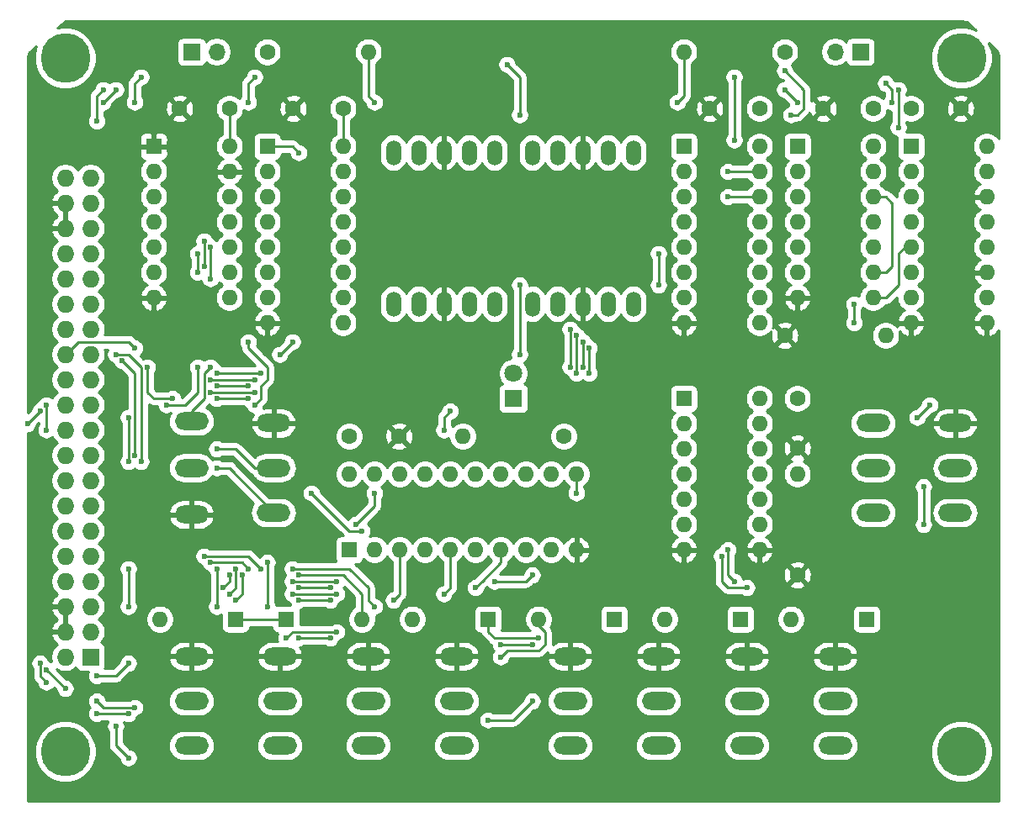
<source format=gbl>
G04 #@! TF.GenerationSoftware,KiCad,Pcbnew,(5.1.5)-3*
G04 #@! TF.CreationDate,2020-04-10T19:04:35+02:00*
G04 #@! TF.ProjectId,RC1802 UI,52433138-3032-4205-9549-2e6b69636164,rev?*
G04 #@! TF.SameCoordinates,Original*
G04 #@! TF.FileFunction,Copper,L2,Bot*
G04 #@! TF.FilePolarity,Positive*
%FSLAX46Y46*%
G04 Gerber Fmt 4.6, Leading zero omitted, Abs format (unit mm)*
G04 Created by KiCad (PCBNEW (5.1.5)-3) date 2020-04-10 19:04:35*
%MOMM*%
%LPD*%
G04 APERTURE LIST*
%ADD10R,1.600000X1.600000*%
%ADD11O,1.600000X1.600000*%
%ADD12R,1.727200X1.727200*%
%ADD13O,1.727200X1.727200*%
%ADD14C,5.000000*%
%ADD15C,1.600000*%
%ADD16R,1.800000X1.800000*%
%ADD17C,1.800000*%
%ADD18O,1.524000X2.524000*%
%ADD19O,3.400000X1.800000*%
%ADD20R,1.700000X1.700000*%
%ADD21O,1.700000X1.700000*%
%ADD22C,0.600000*%
%ADD23C,0.250000*%
%ADD24C,0.254000*%
G04 APERTURE END LIST*
D10*
X178435000Y-80645000D03*
D11*
X186055000Y-95885000D03*
X178435000Y-83185000D03*
X186055000Y-93345000D03*
X178435000Y-85725000D03*
X186055000Y-90805000D03*
X178435000Y-88265000D03*
X186055000Y-88265000D03*
X178435000Y-90805000D03*
X186055000Y-85725000D03*
X178435000Y-93345000D03*
X186055000Y-83185000D03*
X178435000Y-95885000D03*
X186055000Y-80645000D03*
D12*
X107315000Y-132080000D03*
D13*
X104775000Y-132080000D03*
X107315000Y-129540000D03*
X104775000Y-129540000D03*
X107315000Y-127000000D03*
X104775000Y-127000000D03*
X107315000Y-124460000D03*
X104775000Y-124460000D03*
X107315000Y-121920000D03*
X104775000Y-121920000D03*
X107315000Y-119380000D03*
X104775000Y-119380000D03*
X107315000Y-116840000D03*
X104775000Y-116840000D03*
X107315000Y-114300000D03*
X104775000Y-114300000D03*
X107315000Y-111760000D03*
X104775000Y-111760000D03*
X107315000Y-109220000D03*
X104775000Y-109220000D03*
X107315000Y-106680000D03*
X104775000Y-106680000D03*
X107315000Y-104140000D03*
X104775000Y-104140000D03*
X107315000Y-101600000D03*
X104775000Y-101600000D03*
X107315000Y-99060000D03*
X104775000Y-99060000D03*
X107315000Y-96520000D03*
X104775000Y-96520000D03*
X107315000Y-93980000D03*
X104775000Y-93980000D03*
X107315000Y-91440000D03*
X104775000Y-91440000D03*
X107315000Y-88900000D03*
X104775000Y-88900000D03*
X107315000Y-86360000D03*
X104775000Y-86360000D03*
X107315000Y-83820000D03*
X104775000Y-83820000D03*
D10*
X167005000Y-80645000D03*
D11*
X174625000Y-98425000D03*
X167005000Y-83185000D03*
X174625000Y-95885000D03*
X167005000Y-85725000D03*
X174625000Y-93345000D03*
X167005000Y-88265000D03*
X174625000Y-90805000D03*
X167005000Y-90805000D03*
X174625000Y-88265000D03*
X167005000Y-93345000D03*
X174625000Y-85725000D03*
X167005000Y-95885000D03*
X174625000Y-83185000D03*
X167005000Y-98425000D03*
X174625000Y-80645000D03*
D10*
X133350000Y-121285000D03*
D11*
X156210000Y-113665000D03*
X135890000Y-121285000D03*
X153670000Y-113665000D03*
X138430000Y-121285000D03*
X151130000Y-113665000D03*
X140970000Y-121285000D03*
X148590000Y-113665000D03*
X143510000Y-121285000D03*
X146050000Y-113665000D03*
X146050000Y-121285000D03*
X143510000Y-113665000D03*
X148590000Y-121285000D03*
X140970000Y-113665000D03*
X151130000Y-121285000D03*
X138430000Y-113665000D03*
X153670000Y-121285000D03*
X135890000Y-113665000D03*
X156210000Y-121285000D03*
X133350000Y-113665000D03*
D10*
X167005000Y-106045000D03*
D11*
X174625000Y-121285000D03*
X167005000Y-108585000D03*
X174625000Y-118745000D03*
X167005000Y-111125000D03*
X174625000Y-116205000D03*
X167005000Y-113665000D03*
X174625000Y-113665000D03*
X167005000Y-116205000D03*
X174625000Y-111125000D03*
X167005000Y-118745000D03*
X174625000Y-108585000D03*
X167005000Y-121285000D03*
X174625000Y-106045000D03*
D10*
X189865000Y-80645000D03*
D11*
X197485000Y-98425000D03*
X189865000Y-83185000D03*
X197485000Y-95885000D03*
X189865000Y-85725000D03*
X197485000Y-93345000D03*
X189865000Y-88265000D03*
X197485000Y-90805000D03*
X189865000Y-90805000D03*
X197485000Y-88265000D03*
X189865000Y-93345000D03*
X197485000Y-85725000D03*
X189865000Y-95885000D03*
X197485000Y-83185000D03*
X189865000Y-98425000D03*
X197485000Y-80645000D03*
D10*
X113665000Y-80645000D03*
D11*
X121285000Y-95885000D03*
X113665000Y-83185000D03*
X121285000Y-93345000D03*
X113665000Y-85725000D03*
X121285000Y-90805000D03*
X113665000Y-88265000D03*
X121285000Y-88265000D03*
X113665000Y-90805000D03*
X121285000Y-85725000D03*
X113665000Y-93345000D03*
X121285000Y-83185000D03*
X113665000Y-95885000D03*
X121285000Y-80645000D03*
D14*
X104775000Y-71755000D03*
X194945000Y-71755000D03*
D10*
X125095000Y-80645000D03*
D11*
X132715000Y-98425000D03*
X125095000Y-83185000D03*
X132715000Y-95885000D03*
X125095000Y-85725000D03*
X132715000Y-93345000D03*
X125095000Y-88265000D03*
X132715000Y-90805000D03*
X125095000Y-90805000D03*
X132715000Y-88265000D03*
X125095000Y-93345000D03*
X132715000Y-85725000D03*
X125095000Y-95885000D03*
X132715000Y-83185000D03*
X125095000Y-98425000D03*
X132715000Y-80645000D03*
D15*
X177165000Y-99695000D03*
D11*
X187325000Y-99695000D03*
D15*
X178435000Y-123825000D03*
D11*
X178435000Y-113665000D03*
D15*
X154940000Y-109855000D03*
D11*
X144780000Y-109855000D03*
D14*
X194945000Y-141605000D03*
X104775000Y-141605000D03*
D10*
X160020000Y-128270000D03*
D11*
X152400000Y-128270000D03*
D10*
X185420000Y-128270000D03*
D11*
X177800000Y-128270000D03*
D10*
X172720000Y-128270000D03*
D11*
X165100000Y-128270000D03*
D10*
X127000000Y-128270000D03*
D11*
X134620000Y-128270000D03*
D10*
X121920000Y-128270000D03*
D11*
X114300000Y-128270000D03*
D10*
X147320000Y-128270000D03*
D11*
X139700000Y-128270000D03*
D16*
X149860000Y-106045000D03*
D17*
X149860000Y-103505000D03*
D15*
X174625000Y-76835000D03*
X169625000Y-76835000D03*
X133350000Y-109855000D03*
X138350000Y-109855000D03*
X132715000Y-76835000D03*
X127715000Y-76835000D03*
X186055000Y-76835000D03*
X181055000Y-76835000D03*
X178435000Y-106045000D03*
X178435000Y-111045000D03*
X189865000Y-76835000D03*
X194865000Y-76835000D03*
X121285000Y-76835000D03*
X116285000Y-76835000D03*
D18*
X151765000Y-96520000D03*
X154305000Y-96520000D03*
X156845000Y-96520000D03*
X159385000Y-96520000D03*
X161925000Y-96520000D03*
X161925000Y-81280000D03*
X159385000Y-81280000D03*
X156845000Y-81280000D03*
X154305000Y-81280000D03*
X151765000Y-81280000D03*
X137795000Y-96520000D03*
X140335000Y-96520000D03*
X142875000Y-96520000D03*
X145415000Y-96520000D03*
X147955000Y-96520000D03*
X147955000Y-81280000D03*
X145415000Y-81280000D03*
X142875000Y-81280000D03*
X140335000Y-81280000D03*
X137795000Y-81280000D03*
D19*
X194310000Y-117530000D03*
X194310000Y-113030000D03*
X194310000Y-108530000D03*
X125730000Y-117530000D03*
X125730000Y-113030000D03*
X125730000Y-108530000D03*
X173355000Y-141025000D03*
X173355000Y-136525000D03*
X173355000Y-132025000D03*
D20*
X117475000Y-71120000D03*
D21*
X120015000Y-71120000D03*
D20*
X184785000Y-71120000D03*
D21*
X182245000Y-71120000D03*
D15*
X125095000Y-71120000D03*
D11*
X135255000Y-71120000D03*
D15*
X177165000Y-71120000D03*
D11*
X167005000Y-71120000D03*
D19*
X186055000Y-117530000D03*
X186055000Y-113030000D03*
X186055000Y-108530000D03*
X117475000Y-141025000D03*
X117475000Y-136525000D03*
X117475000Y-132025000D03*
X126365000Y-141025000D03*
X126365000Y-136525000D03*
X126365000Y-132025000D03*
X135255000Y-141025000D03*
X135255000Y-136525000D03*
X135255000Y-132025000D03*
X144145000Y-141025000D03*
X144145000Y-136525000D03*
X144145000Y-132025000D03*
X155575000Y-141025000D03*
X155575000Y-136525000D03*
X155575000Y-132025000D03*
X164465000Y-141025000D03*
X164465000Y-136525000D03*
X164465000Y-132025000D03*
X182245000Y-141025000D03*
X182245000Y-136525000D03*
X182245000Y-132025000D03*
X117475000Y-108330000D03*
X117475000Y-113030000D03*
X117475000Y-117730000D03*
D22*
X128270000Y-81280000D03*
X171450000Y-83185000D03*
X171450000Y-85725000D03*
X107950000Y-133985000D03*
X111125000Y-132715000D03*
X120015000Y-127000000D03*
X120015000Y-123190000D03*
X120015000Y-113030000D03*
X123190000Y-100330000D03*
X123825000Y-106680000D03*
X132080000Y-129540000D03*
X127000000Y-130175000D03*
X125095000Y-122555000D03*
X125095000Y-127000000D03*
X118745000Y-92710000D03*
X118745000Y-90170000D03*
X152400000Y-130175000D03*
X127635000Y-123190000D03*
X135890000Y-127000000D03*
X112395000Y-112395000D03*
X118745000Y-121920000D03*
X109855000Y-101600000D03*
X124460000Y-123190000D03*
X128270000Y-130175000D03*
X131445000Y-130175000D03*
X148590000Y-130810000D03*
X151765000Y-130810000D03*
X110490000Y-102235000D03*
X123190000Y-123190000D03*
X119380000Y-122555000D03*
X128270000Y-123825000D03*
X111760000Y-111760000D03*
X172085000Y-124460000D03*
X171450000Y-121285000D03*
X102870000Y-106680000D03*
X102870000Y-109220000D03*
X102870000Y-133350000D03*
X104775000Y-135255000D03*
X111760000Y-137160000D03*
X107950000Y-136525000D03*
X147320000Y-138430000D03*
X151765000Y-136525000D03*
X191135000Y-118745000D03*
X191135000Y-114935000D03*
X134620000Y-119380000D03*
X173355000Y-125095000D03*
X170815000Y-121920000D03*
X129540000Y-115570000D03*
X120015000Y-111125000D03*
X118110000Y-91440000D03*
X118110000Y-93345000D03*
X118110000Y-102870000D03*
X114935000Y-106680000D03*
X102235000Y-107315000D03*
X100965000Y-108585000D03*
X111125000Y-137795000D03*
X107950000Y-137795000D03*
X148590000Y-132080000D03*
X177800000Y-77470000D03*
X177165000Y-73025000D03*
X112395000Y-73660000D03*
X111760000Y-76200000D03*
X190500000Y-107950000D03*
X191770000Y-106680000D03*
X107950000Y-78105000D03*
X108585000Y-74930000D03*
X188595000Y-74930000D03*
X188595000Y-78740000D03*
X177165000Y-74930000D03*
X178435000Y-76200000D03*
X108585000Y-76200000D03*
X109855000Y-74930000D03*
X155575000Y-99060000D03*
X155575000Y-102870000D03*
X164465000Y-91440000D03*
X120015000Y-103505000D03*
X124460000Y-103505000D03*
X164465000Y-94615000D03*
X156210000Y-99695000D03*
X156210000Y-103505000D03*
X123825000Y-104140000D03*
X119380000Y-104140000D03*
X156845000Y-100330000D03*
X156845000Y-102870000D03*
X123190000Y-104775000D03*
X120015000Y-104775000D03*
X157480000Y-100965000D03*
X157480000Y-103505000D03*
X123825000Y-105410000D03*
X119380000Y-105410000D03*
X127635000Y-124460000D03*
X132080000Y-124460000D03*
X151765000Y-123825000D03*
X147955000Y-124460000D03*
X120650000Y-125095000D03*
X121285000Y-123825000D03*
X126365000Y-101600000D03*
X127635000Y-100330000D03*
X131445000Y-125095000D03*
X128270000Y-125095000D03*
X146050000Y-125095000D03*
X121920000Y-123190000D03*
X121285000Y-125730000D03*
X142875000Y-125730000D03*
X127635000Y-125730000D03*
X132080000Y-125730000D03*
X121920000Y-126365000D03*
X122555000Y-123825000D03*
X128270000Y-126365000D03*
X131445000Y-126365000D03*
X137795000Y-126365000D03*
X156210000Y-115570000D03*
X123190000Y-76200000D03*
X123825000Y-73660000D03*
X172085000Y-73660000D03*
X172085000Y-80010000D03*
X187960000Y-76200000D03*
X187325000Y-74295000D03*
X150495000Y-101600000D03*
X150495000Y-94615000D03*
X150495000Y-77470000D03*
X149225000Y-72390000D03*
X143510000Y-107315000D03*
X142875000Y-109220000D03*
X184150000Y-98425000D03*
X184150000Y-96520000D03*
X135890000Y-115570000D03*
X133985000Y-118745000D03*
X111125000Y-123190000D03*
X111125000Y-127000000D03*
X111125000Y-112395000D03*
X111125000Y-107950000D03*
X102870000Y-134620000D03*
X102235000Y-132715000D03*
X111125000Y-142240000D03*
X109855000Y-139065000D03*
X119380000Y-102870000D03*
X119380000Y-93980000D03*
X119380000Y-90805000D03*
X135890000Y-76200000D03*
X166370000Y-76200000D03*
X123190000Y-106045000D03*
X120015000Y-106045000D03*
X115570000Y-106045000D03*
X113030000Y-102870000D03*
X111760000Y-100965000D03*
D23*
X127635000Y-80645000D02*
X125095000Y-80645000D01*
X128270000Y-81280000D02*
X127635000Y-80645000D01*
X174625000Y-83185000D02*
X171450000Y-83185000D01*
X171450000Y-85725000D02*
X174625000Y-85725000D01*
X109855000Y-133985000D02*
X107950000Y-133985000D01*
X111125000Y-132715000D02*
X109855000Y-133985000D01*
X121285000Y-113030000D02*
X121285000Y-113085000D01*
X121285000Y-113085000D02*
X125730000Y-117530000D01*
X120015000Y-123190000D02*
X120015000Y-127000000D01*
X121230000Y-113030000D02*
X121285000Y-113030000D01*
X121285000Y-113030000D02*
X120015000Y-113030000D01*
X121285000Y-76835000D02*
X121285000Y-80645000D01*
X132715000Y-76835000D02*
X132715000Y-80645000D01*
X123190000Y-100965000D02*
X123190000Y-100330000D01*
X125095000Y-102870000D02*
X123190000Y-100965000D01*
X125095000Y-104140000D02*
X125095000Y-102870000D01*
X124460000Y-104775000D02*
X125095000Y-104140000D01*
X124460000Y-106045000D02*
X124460000Y-104775000D01*
X123825000Y-106680000D02*
X124460000Y-106045000D01*
X132080000Y-129540000D02*
X127635000Y-129540000D01*
X127635000Y-129540000D02*
X127000000Y-130175000D01*
X125095000Y-127000000D02*
X125095000Y-122555000D01*
X118745000Y-90170000D02*
X118745000Y-92710000D01*
X147320000Y-128270000D02*
X147320000Y-129540000D01*
X147955000Y-130175000D02*
X152400000Y-130175000D01*
X147320000Y-129540000D02*
X147955000Y-130175000D01*
X118745000Y-121920000D02*
X123190000Y-121920000D01*
X133350000Y-123190000D02*
X127635000Y-123190000D01*
X135255000Y-125095000D02*
X133350000Y-123190000D01*
X135255000Y-126365000D02*
X135255000Y-125095000D01*
X135890000Y-127000000D02*
X135255000Y-126365000D01*
X111125000Y-101600000D02*
X109855000Y-101600000D01*
X112395000Y-102870000D02*
X111125000Y-101600000D01*
X112395000Y-112395000D02*
X112395000Y-102870000D01*
X123190000Y-121920000D02*
X124460000Y-123190000D01*
X128270000Y-130175000D02*
X131445000Y-130175000D01*
X148590000Y-130810000D02*
X151765000Y-130810000D01*
X121920000Y-128270000D02*
X127000000Y-128270000D01*
X111760000Y-111760000D02*
X111760000Y-103505000D01*
X111760000Y-103505000D02*
X111125000Y-102870000D01*
X111125000Y-102870000D02*
X110490000Y-102235000D01*
X123190000Y-123190000D02*
X122555000Y-122555000D01*
X122555000Y-122555000D02*
X119380000Y-122555000D01*
X134620000Y-128270000D02*
X134620000Y-125730000D01*
X132715000Y-123825000D02*
X128270000Y-123825000D01*
X134620000Y-125730000D02*
X132715000Y-123825000D01*
X171450000Y-123825000D02*
X172085000Y-124460000D01*
X171450000Y-121285000D02*
X171450000Y-123825000D01*
X102870000Y-106680000D02*
X102870000Y-109220000D01*
X102870000Y-133350000D02*
X104775000Y-135255000D01*
X108585000Y-137160000D02*
X111760000Y-137160000D01*
X107950000Y-136525000D02*
X108585000Y-137160000D01*
X149860000Y-138430000D02*
X147320000Y-138430000D01*
X151765000Y-136525000D02*
X149860000Y-138430000D01*
X191135000Y-116840000D02*
X191135000Y-114935000D01*
X191135000Y-118745000D02*
X191135000Y-116840000D01*
X134620000Y-119380000D02*
X133350000Y-119380000D01*
X171450000Y-125095000D02*
X173355000Y-125095000D01*
X170815000Y-124460000D02*
X171450000Y-125095000D01*
X170815000Y-121920000D02*
X170815000Y-124460000D01*
X133350000Y-119380000D02*
X129540000Y-115570000D01*
X125730000Y-113030000D02*
X123825000Y-113030000D01*
X121920000Y-111125000D02*
X120015000Y-111125000D01*
X123825000Y-113030000D02*
X121920000Y-111125000D01*
X118110000Y-93345000D02*
X118110000Y-91440000D01*
X118110000Y-102870000D02*
X118110000Y-104775000D01*
X118110000Y-104775000D02*
X118110000Y-105410000D01*
X118110000Y-105410000D02*
X116840000Y-106680000D01*
X116840000Y-106680000D02*
X115570000Y-106680000D01*
X115570000Y-106680000D02*
X114935000Y-106680000D01*
X102235000Y-107315000D02*
X100965000Y-108585000D01*
X107950000Y-137795000D02*
X111125000Y-137795000D01*
X149225000Y-131445000D02*
X148590000Y-132080000D01*
X152400000Y-131445000D02*
X149225000Y-131445000D01*
X153035000Y-130810000D02*
X152400000Y-131445000D01*
X153035000Y-129540000D02*
X153035000Y-130810000D01*
X153035000Y-129540000D02*
X152400000Y-128905000D01*
X152400000Y-128270000D02*
X152400000Y-128905000D01*
X178435000Y-77470000D02*
X177800000Y-77470000D01*
X179070000Y-76835000D02*
X178435000Y-77470000D01*
X179070000Y-74930000D02*
X179070000Y-76835000D01*
X177165000Y-73025000D02*
X179070000Y-74930000D01*
X111760000Y-74295000D02*
X112395000Y-73660000D01*
X111760000Y-76200000D02*
X111760000Y-74295000D01*
X190500000Y-107950000D02*
X191770000Y-106680000D01*
X107950000Y-75565000D02*
X107950000Y-78105000D01*
X108585000Y-74930000D02*
X107950000Y-75565000D01*
X188595000Y-78740000D02*
X188595000Y-74930000D01*
X177165000Y-74930000D02*
X178435000Y-76200000D01*
X108585000Y-76200000D02*
X109855000Y-74930000D01*
X155575000Y-102870000D02*
X155575000Y-99060000D01*
X120015000Y-103505000D02*
X124460000Y-103505000D01*
X164465000Y-94615000D02*
X164465000Y-91440000D01*
X156210000Y-103505000D02*
X156210000Y-99695000D01*
X119380000Y-104140000D02*
X123825000Y-104140000D01*
X156845000Y-102870000D02*
X156845000Y-100330000D01*
X120015000Y-104775000D02*
X123190000Y-104775000D01*
X157480000Y-103505000D02*
X157480000Y-100965000D01*
X119380000Y-105410000D02*
X123825000Y-105410000D01*
X132080000Y-124460000D02*
X127635000Y-124460000D01*
X151765000Y-123825000D02*
X151130000Y-124460000D01*
X151130000Y-124460000D02*
X147955000Y-124460000D01*
X121285000Y-123825000D02*
X121285000Y-124460000D01*
X121285000Y-124460000D02*
X120650000Y-125095000D01*
X127635000Y-100330000D02*
X126365000Y-101600000D01*
X131445000Y-125095000D02*
X128270000Y-125095000D01*
X148590000Y-122555000D02*
X146685000Y-124460000D01*
X146685000Y-124460000D02*
X146050000Y-125095000D01*
X148590000Y-121285000D02*
X148590000Y-122555000D01*
X121285000Y-125730000D02*
X121920000Y-125095000D01*
X121920000Y-125095000D02*
X121920000Y-123190000D01*
X143510000Y-125095000D02*
X142875000Y-125730000D01*
X143510000Y-121285000D02*
X143510000Y-123825000D01*
X143510000Y-123825000D02*
X143510000Y-125095000D01*
X132080000Y-125730000D02*
X127635000Y-125730000D01*
X122555000Y-125730000D02*
X122555000Y-123825000D01*
X122555000Y-125730000D02*
X121920000Y-126365000D01*
X138430000Y-124460000D02*
X138430000Y-125730000D01*
X138430000Y-121285000D02*
X138430000Y-124460000D01*
X131445000Y-126365000D02*
X128270000Y-126365000D01*
X138430000Y-125730000D02*
X137795000Y-126365000D01*
X156210000Y-115570000D02*
X156210000Y-113665000D01*
X123190000Y-76200000D02*
X123190000Y-74295000D01*
X123190000Y-74295000D02*
X123825000Y-73660000D01*
X172085000Y-80010000D02*
X172085000Y-73660000D01*
X187960000Y-76200000D02*
X187960000Y-74930000D01*
X187960000Y-74930000D02*
X187325000Y-74295000D01*
X150495000Y-94615000D02*
X150495000Y-101600000D01*
X150495000Y-73660000D02*
X150495000Y-77470000D01*
X149225000Y-72390000D02*
X150495000Y-73660000D01*
X142875000Y-109220000D02*
X142875000Y-107950000D01*
X142875000Y-107950000D02*
X143510000Y-107315000D01*
X184150000Y-96520000D02*
X184150000Y-98425000D01*
X135890000Y-116840000D02*
X135890000Y-115570000D01*
X133985000Y-118745000D02*
X135890000Y-116840000D01*
X111125000Y-127000000D02*
X111125000Y-123190000D01*
X111125000Y-107950000D02*
X111125000Y-112395000D01*
X102235000Y-133985000D02*
X102870000Y-134620000D01*
X102235000Y-132715000D02*
X102235000Y-133985000D01*
X110490000Y-141605000D02*
X111125000Y-142240000D01*
X109855000Y-140970000D02*
X110490000Y-141605000D01*
X109855000Y-139065000D02*
X109855000Y-140970000D01*
X189865000Y-90805000D02*
X189230000Y-90805000D01*
X189230000Y-90805000D02*
X188595000Y-91440000D01*
X188595000Y-91440000D02*
X188595000Y-94615000D01*
X188595000Y-94615000D02*
X187325000Y-95885000D01*
X187325000Y-95885000D02*
X186055000Y-95885000D01*
X117475000Y-108330000D02*
X117475000Y-107315000D01*
X117475000Y-107315000D02*
X118745000Y-106045000D01*
X118745000Y-106045000D02*
X118745000Y-103505000D01*
X118745000Y-103505000D02*
X119380000Y-102870000D01*
X119380000Y-90805000D02*
X119380000Y-93980000D01*
X135255000Y-75565000D02*
X135255000Y-71120000D01*
X135890000Y-76200000D02*
X135255000Y-75565000D01*
X167005000Y-75565000D02*
X167005000Y-71120000D01*
X166370000Y-76200000D02*
X167005000Y-75565000D01*
X104775000Y-101600000D02*
X106045000Y-100330000D01*
X120015000Y-106045000D02*
X123190000Y-106045000D01*
X113665000Y-106045000D02*
X115570000Y-106045000D01*
X113030000Y-105410000D02*
X113665000Y-106045000D01*
X113030000Y-102870000D02*
X113030000Y-105410000D01*
X111125000Y-100330000D02*
X111760000Y-100965000D01*
X106045000Y-100330000D02*
X111125000Y-100330000D01*
X186055000Y-93345000D02*
X187325000Y-93345000D01*
X187325000Y-85725000D02*
X186055000Y-85725000D01*
X187960000Y-86360000D02*
X187325000Y-85725000D01*
X187960000Y-92710000D02*
X187960000Y-86360000D01*
X187325000Y-93345000D02*
X187960000Y-92710000D01*
D24*
G36*
X195534900Y-68079506D02*
G01*
X196436651Y-68981257D01*
X196429979Y-68976799D01*
X195859446Y-68740476D01*
X195253771Y-68620000D01*
X194636229Y-68620000D01*
X194030554Y-68740476D01*
X193460021Y-68976799D01*
X192946554Y-69319886D01*
X192509886Y-69756554D01*
X192166799Y-70270021D01*
X191930476Y-70840554D01*
X191810000Y-71446229D01*
X191810000Y-72063771D01*
X191930476Y-72669446D01*
X192166799Y-73239979D01*
X192509886Y-73753446D01*
X192946554Y-74190114D01*
X193460021Y-74533201D01*
X194030554Y-74769524D01*
X194636229Y-74890000D01*
X195253771Y-74890000D01*
X195859446Y-74769524D01*
X196429979Y-74533201D01*
X196943446Y-74190114D01*
X197380114Y-73753446D01*
X197723201Y-73239979D01*
X197959524Y-72669446D01*
X198080000Y-72063771D01*
X198080000Y-71446229D01*
X197959524Y-70840554D01*
X197723201Y-70270021D01*
X197718743Y-70263349D01*
X198611987Y-71156593D01*
X198675943Y-71597695D01*
X198680001Y-71763715D01*
X198680001Y-79850514D01*
X198599637Y-79730241D01*
X198399759Y-79530363D01*
X198164727Y-79373320D01*
X197903574Y-79265147D01*
X197626335Y-79210000D01*
X197343665Y-79210000D01*
X197066426Y-79265147D01*
X196805273Y-79373320D01*
X196570241Y-79530363D01*
X196370363Y-79730241D01*
X196213320Y-79965273D01*
X196105147Y-80226426D01*
X196050000Y-80503665D01*
X196050000Y-80786335D01*
X196105147Y-81063574D01*
X196213320Y-81324727D01*
X196370363Y-81559759D01*
X196570241Y-81759637D01*
X196802759Y-81915000D01*
X196570241Y-82070363D01*
X196370363Y-82270241D01*
X196213320Y-82505273D01*
X196105147Y-82766426D01*
X196050000Y-83043665D01*
X196050000Y-83326335D01*
X196105147Y-83603574D01*
X196213320Y-83864727D01*
X196370363Y-84099759D01*
X196570241Y-84299637D01*
X196805273Y-84456680D01*
X196815865Y-84461067D01*
X196629869Y-84572615D01*
X196421481Y-84761586D01*
X196253963Y-84987580D01*
X196133754Y-85241913D01*
X196093096Y-85375961D01*
X196215085Y-85598000D01*
X197358000Y-85598000D01*
X197358000Y-85578000D01*
X197612000Y-85578000D01*
X197612000Y-85598000D01*
X197632000Y-85598000D01*
X197632000Y-85852000D01*
X197612000Y-85852000D01*
X197612000Y-85872000D01*
X197358000Y-85872000D01*
X197358000Y-85852000D01*
X196215085Y-85852000D01*
X196093096Y-86074039D01*
X196133754Y-86208087D01*
X196253963Y-86462420D01*
X196421481Y-86688414D01*
X196629869Y-86877385D01*
X196815865Y-86988933D01*
X196805273Y-86993320D01*
X196570241Y-87150363D01*
X196370363Y-87350241D01*
X196213320Y-87585273D01*
X196105147Y-87846426D01*
X196050000Y-88123665D01*
X196050000Y-88406335D01*
X196105147Y-88683574D01*
X196213320Y-88944727D01*
X196370363Y-89179759D01*
X196570241Y-89379637D01*
X196802759Y-89535000D01*
X196570241Y-89690363D01*
X196370363Y-89890241D01*
X196213320Y-90125273D01*
X196105147Y-90386426D01*
X196050000Y-90663665D01*
X196050000Y-90946335D01*
X196105147Y-91223574D01*
X196213320Y-91484727D01*
X196370363Y-91719759D01*
X196570241Y-91919637D01*
X196805273Y-92076680D01*
X196815865Y-92081067D01*
X196629869Y-92192615D01*
X196421481Y-92381586D01*
X196253963Y-92607580D01*
X196133754Y-92861913D01*
X196093096Y-92995961D01*
X196215085Y-93218000D01*
X197358000Y-93218000D01*
X197358000Y-93198000D01*
X197612000Y-93198000D01*
X197612000Y-93218000D01*
X197632000Y-93218000D01*
X197632000Y-93472000D01*
X197612000Y-93472000D01*
X197612000Y-93492000D01*
X197358000Y-93492000D01*
X197358000Y-93472000D01*
X196215085Y-93472000D01*
X196093096Y-93694039D01*
X196133754Y-93828087D01*
X196253963Y-94082420D01*
X196421481Y-94308414D01*
X196629869Y-94497385D01*
X196815865Y-94608933D01*
X196805273Y-94613320D01*
X196570241Y-94770363D01*
X196370363Y-94970241D01*
X196213320Y-95205273D01*
X196105147Y-95466426D01*
X196050000Y-95743665D01*
X196050000Y-96026335D01*
X196105147Y-96303574D01*
X196213320Y-96564727D01*
X196370363Y-96799759D01*
X196570241Y-96999637D01*
X196805273Y-97156680D01*
X196815865Y-97161067D01*
X196629869Y-97272615D01*
X196421481Y-97461586D01*
X196253963Y-97687580D01*
X196133754Y-97941913D01*
X196093096Y-98075961D01*
X196215085Y-98298000D01*
X197358000Y-98298000D01*
X197358000Y-98278000D01*
X197612000Y-98278000D01*
X197612000Y-98298000D01*
X197632000Y-98298000D01*
X197632000Y-98552000D01*
X197612000Y-98552000D01*
X197612000Y-99695624D01*
X197834040Y-99816909D01*
X198098881Y-99722070D01*
X198340131Y-99577385D01*
X198548519Y-99388414D01*
X198680001Y-99211036D01*
X198680000Y-146610000D01*
X101040000Y-146610000D01*
X101040000Y-141296229D01*
X101640000Y-141296229D01*
X101640000Y-141913771D01*
X101760476Y-142519446D01*
X101996799Y-143089979D01*
X102339886Y-143603446D01*
X102776554Y-144040114D01*
X103290021Y-144383201D01*
X103860554Y-144619524D01*
X104466229Y-144740000D01*
X105083771Y-144740000D01*
X105689446Y-144619524D01*
X106259979Y-144383201D01*
X106773446Y-144040114D01*
X107210114Y-143603446D01*
X107553201Y-143089979D01*
X107789524Y-142519446D01*
X107910000Y-141913771D01*
X107910000Y-141296229D01*
X107789524Y-140690554D01*
X107553201Y-140120021D01*
X107210114Y-139606554D01*
X106773446Y-139169886D01*
X106259979Y-138826799D01*
X105689446Y-138590476D01*
X105083771Y-138470000D01*
X104466229Y-138470000D01*
X103860554Y-138590476D01*
X103290021Y-138826799D01*
X102776554Y-139169886D01*
X102339886Y-139606554D01*
X101996799Y-140120021D01*
X101760476Y-140690554D01*
X101640000Y-141296229D01*
X101040000Y-141296229D01*
X101040000Y-136432911D01*
X107015000Y-136432911D01*
X107015000Y-136617089D01*
X107050932Y-136797729D01*
X107121414Y-136967889D01*
X107223738Y-137121028D01*
X107262710Y-137160000D01*
X107223738Y-137198972D01*
X107121414Y-137352111D01*
X107050932Y-137522271D01*
X107015000Y-137702911D01*
X107015000Y-137887089D01*
X107050932Y-138067729D01*
X107121414Y-138237889D01*
X107223738Y-138391028D01*
X107353972Y-138521262D01*
X107507111Y-138623586D01*
X107677271Y-138694068D01*
X107857911Y-138730000D01*
X108042089Y-138730000D01*
X108222729Y-138694068D01*
X108392889Y-138623586D01*
X108495535Y-138555000D01*
X109071256Y-138555000D01*
X109026414Y-138622111D01*
X108955932Y-138792271D01*
X108920000Y-138972911D01*
X108920000Y-139157089D01*
X108955932Y-139337729D01*
X109026414Y-139507889D01*
X109095000Y-139610536D01*
X109095001Y-140932668D01*
X109091324Y-140970000D01*
X109105998Y-141118985D01*
X109149454Y-141262246D01*
X109220026Y-141394276D01*
X109291201Y-141481002D01*
X109315000Y-141510001D01*
X109343998Y-141533799D01*
X109978997Y-142168799D01*
X109979002Y-142168803D01*
X110201847Y-142391649D01*
X110225932Y-142512729D01*
X110296414Y-142682889D01*
X110398738Y-142836028D01*
X110528972Y-142966262D01*
X110682111Y-143068586D01*
X110852271Y-143139068D01*
X111032911Y-143175000D01*
X111217089Y-143175000D01*
X111397729Y-143139068D01*
X111567889Y-143068586D01*
X111721028Y-142966262D01*
X111851262Y-142836028D01*
X111953586Y-142682889D01*
X112024068Y-142512729D01*
X112060000Y-142332089D01*
X112060000Y-142147911D01*
X112024068Y-141967271D01*
X111953586Y-141797111D01*
X111851262Y-141643972D01*
X111721028Y-141513738D01*
X111567889Y-141411414D01*
X111397729Y-141340932D01*
X111276649Y-141316847D01*
X111053803Y-141094002D01*
X111053799Y-141093997D01*
X110984802Y-141025000D01*
X115132573Y-141025000D01*
X115162210Y-141325913D01*
X115249983Y-141615261D01*
X115392519Y-141881927D01*
X115584339Y-142115661D01*
X115818073Y-142307481D01*
X116084739Y-142450017D01*
X116374087Y-142537790D01*
X116599592Y-142560000D01*
X118350408Y-142560000D01*
X118575913Y-142537790D01*
X118865261Y-142450017D01*
X119131927Y-142307481D01*
X119365661Y-142115661D01*
X119557481Y-141881927D01*
X119700017Y-141615261D01*
X119787790Y-141325913D01*
X119817427Y-141025000D01*
X124022573Y-141025000D01*
X124052210Y-141325913D01*
X124139983Y-141615261D01*
X124282519Y-141881927D01*
X124474339Y-142115661D01*
X124708073Y-142307481D01*
X124974739Y-142450017D01*
X125264087Y-142537790D01*
X125489592Y-142560000D01*
X127240408Y-142560000D01*
X127465913Y-142537790D01*
X127755261Y-142450017D01*
X128021927Y-142307481D01*
X128255661Y-142115661D01*
X128447481Y-141881927D01*
X128590017Y-141615261D01*
X128677790Y-141325913D01*
X128707427Y-141025000D01*
X132912573Y-141025000D01*
X132942210Y-141325913D01*
X133029983Y-141615261D01*
X133172519Y-141881927D01*
X133364339Y-142115661D01*
X133598073Y-142307481D01*
X133864739Y-142450017D01*
X134154087Y-142537790D01*
X134379592Y-142560000D01*
X136130408Y-142560000D01*
X136355913Y-142537790D01*
X136645261Y-142450017D01*
X136911927Y-142307481D01*
X137145661Y-142115661D01*
X137337481Y-141881927D01*
X137480017Y-141615261D01*
X137567790Y-141325913D01*
X137597427Y-141025000D01*
X141802573Y-141025000D01*
X141832210Y-141325913D01*
X141919983Y-141615261D01*
X142062519Y-141881927D01*
X142254339Y-142115661D01*
X142488073Y-142307481D01*
X142754739Y-142450017D01*
X143044087Y-142537790D01*
X143269592Y-142560000D01*
X145020408Y-142560000D01*
X145245913Y-142537790D01*
X145535261Y-142450017D01*
X145801927Y-142307481D01*
X146035661Y-142115661D01*
X146227481Y-141881927D01*
X146370017Y-141615261D01*
X146457790Y-141325913D01*
X146487427Y-141025000D01*
X153232573Y-141025000D01*
X153262210Y-141325913D01*
X153349983Y-141615261D01*
X153492519Y-141881927D01*
X153684339Y-142115661D01*
X153918073Y-142307481D01*
X154184739Y-142450017D01*
X154474087Y-142537790D01*
X154699592Y-142560000D01*
X156450408Y-142560000D01*
X156675913Y-142537790D01*
X156965261Y-142450017D01*
X157231927Y-142307481D01*
X157465661Y-142115661D01*
X157657481Y-141881927D01*
X157800017Y-141615261D01*
X157887790Y-141325913D01*
X157917427Y-141025000D01*
X162122573Y-141025000D01*
X162152210Y-141325913D01*
X162239983Y-141615261D01*
X162382519Y-141881927D01*
X162574339Y-142115661D01*
X162808073Y-142307481D01*
X163074739Y-142450017D01*
X163364087Y-142537790D01*
X163589592Y-142560000D01*
X165340408Y-142560000D01*
X165565913Y-142537790D01*
X165855261Y-142450017D01*
X166121927Y-142307481D01*
X166355661Y-142115661D01*
X166547481Y-141881927D01*
X166690017Y-141615261D01*
X166777790Y-141325913D01*
X166807427Y-141025000D01*
X171012573Y-141025000D01*
X171042210Y-141325913D01*
X171129983Y-141615261D01*
X171272519Y-141881927D01*
X171464339Y-142115661D01*
X171698073Y-142307481D01*
X171964739Y-142450017D01*
X172254087Y-142537790D01*
X172479592Y-142560000D01*
X174230408Y-142560000D01*
X174455913Y-142537790D01*
X174745261Y-142450017D01*
X175011927Y-142307481D01*
X175245661Y-142115661D01*
X175437481Y-141881927D01*
X175580017Y-141615261D01*
X175667790Y-141325913D01*
X175697427Y-141025000D01*
X179902573Y-141025000D01*
X179932210Y-141325913D01*
X180019983Y-141615261D01*
X180162519Y-141881927D01*
X180354339Y-142115661D01*
X180588073Y-142307481D01*
X180854739Y-142450017D01*
X181144087Y-142537790D01*
X181369592Y-142560000D01*
X183120408Y-142560000D01*
X183345913Y-142537790D01*
X183635261Y-142450017D01*
X183901927Y-142307481D01*
X184135661Y-142115661D01*
X184327481Y-141881927D01*
X184470017Y-141615261D01*
X184557790Y-141325913D01*
X184560713Y-141296229D01*
X191810000Y-141296229D01*
X191810000Y-141913771D01*
X191930476Y-142519446D01*
X192166799Y-143089979D01*
X192509886Y-143603446D01*
X192946554Y-144040114D01*
X193460021Y-144383201D01*
X194030554Y-144619524D01*
X194636229Y-144740000D01*
X195253771Y-144740000D01*
X195859446Y-144619524D01*
X196429979Y-144383201D01*
X196943446Y-144040114D01*
X197380114Y-143603446D01*
X197723201Y-143089979D01*
X197959524Y-142519446D01*
X198080000Y-141913771D01*
X198080000Y-141296229D01*
X197959524Y-140690554D01*
X197723201Y-140120021D01*
X197380114Y-139606554D01*
X196943446Y-139169886D01*
X196429979Y-138826799D01*
X195859446Y-138590476D01*
X195253771Y-138470000D01*
X194636229Y-138470000D01*
X194030554Y-138590476D01*
X193460021Y-138826799D01*
X192946554Y-139169886D01*
X192509886Y-139606554D01*
X192166799Y-140120021D01*
X191930476Y-140690554D01*
X191810000Y-141296229D01*
X184560713Y-141296229D01*
X184587427Y-141025000D01*
X184557790Y-140724087D01*
X184470017Y-140434739D01*
X184327481Y-140168073D01*
X184135661Y-139934339D01*
X183901927Y-139742519D01*
X183635261Y-139599983D01*
X183345913Y-139512210D01*
X183120408Y-139490000D01*
X181369592Y-139490000D01*
X181144087Y-139512210D01*
X180854739Y-139599983D01*
X180588073Y-139742519D01*
X180354339Y-139934339D01*
X180162519Y-140168073D01*
X180019983Y-140434739D01*
X179932210Y-140724087D01*
X179902573Y-141025000D01*
X175697427Y-141025000D01*
X175667790Y-140724087D01*
X175580017Y-140434739D01*
X175437481Y-140168073D01*
X175245661Y-139934339D01*
X175011927Y-139742519D01*
X174745261Y-139599983D01*
X174455913Y-139512210D01*
X174230408Y-139490000D01*
X172479592Y-139490000D01*
X172254087Y-139512210D01*
X171964739Y-139599983D01*
X171698073Y-139742519D01*
X171464339Y-139934339D01*
X171272519Y-140168073D01*
X171129983Y-140434739D01*
X171042210Y-140724087D01*
X171012573Y-141025000D01*
X166807427Y-141025000D01*
X166777790Y-140724087D01*
X166690017Y-140434739D01*
X166547481Y-140168073D01*
X166355661Y-139934339D01*
X166121927Y-139742519D01*
X165855261Y-139599983D01*
X165565913Y-139512210D01*
X165340408Y-139490000D01*
X163589592Y-139490000D01*
X163364087Y-139512210D01*
X163074739Y-139599983D01*
X162808073Y-139742519D01*
X162574339Y-139934339D01*
X162382519Y-140168073D01*
X162239983Y-140434739D01*
X162152210Y-140724087D01*
X162122573Y-141025000D01*
X157917427Y-141025000D01*
X157887790Y-140724087D01*
X157800017Y-140434739D01*
X157657481Y-140168073D01*
X157465661Y-139934339D01*
X157231927Y-139742519D01*
X156965261Y-139599983D01*
X156675913Y-139512210D01*
X156450408Y-139490000D01*
X154699592Y-139490000D01*
X154474087Y-139512210D01*
X154184739Y-139599983D01*
X153918073Y-139742519D01*
X153684339Y-139934339D01*
X153492519Y-140168073D01*
X153349983Y-140434739D01*
X153262210Y-140724087D01*
X153232573Y-141025000D01*
X146487427Y-141025000D01*
X146457790Y-140724087D01*
X146370017Y-140434739D01*
X146227481Y-140168073D01*
X146035661Y-139934339D01*
X145801927Y-139742519D01*
X145535261Y-139599983D01*
X145245913Y-139512210D01*
X145020408Y-139490000D01*
X143269592Y-139490000D01*
X143044087Y-139512210D01*
X142754739Y-139599983D01*
X142488073Y-139742519D01*
X142254339Y-139934339D01*
X142062519Y-140168073D01*
X141919983Y-140434739D01*
X141832210Y-140724087D01*
X141802573Y-141025000D01*
X137597427Y-141025000D01*
X137567790Y-140724087D01*
X137480017Y-140434739D01*
X137337481Y-140168073D01*
X137145661Y-139934339D01*
X136911927Y-139742519D01*
X136645261Y-139599983D01*
X136355913Y-139512210D01*
X136130408Y-139490000D01*
X134379592Y-139490000D01*
X134154087Y-139512210D01*
X133864739Y-139599983D01*
X133598073Y-139742519D01*
X133364339Y-139934339D01*
X133172519Y-140168073D01*
X133029983Y-140434739D01*
X132942210Y-140724087D01*
X132912573Y-141025000D01*
X128707427Y-141025000D01*
X128677790Y-140724087D01*
X128590017Y-140434739D01*
X128447481Y-140168073D01*
X128255661Y-139934339D01*
X128021927Y-139742519D01*
X127755261Y-139599983D01*
X127465913Y-139512210D01*
X127240408Y-139490000D01*
X125489592Y-139490000D01*
X125264087Y-139512210D01*
X124974739Y-139599983D01*
X124708073Y-139742519D01*
X124474339Y-139934339D01*
X124282519Y-140168073D01*
X124139983Y-140434739D01*
X124052210Y-140724087D01*
X124022573Y-141025000D01*
X119817427Y-141025000D01*
X119787790Y-140724087D01*
X119700017Y-140434739D01*
X119557481Y-140168073D01*
X119365661Y-139934339D01*
X119131927Y-139742519D01*
X118865261Y-139599983D01*
X118575913Y-139512210D01*
X118350408Y-139490000D01*
X116599592Y-139490000D01*
X116374087Y-139512210D01*
X116084739Y-139599983D01*
X115818073Y-139742519D01*
X115584339Y-139934339D01*
X115392519Y-140168073D01*
X115249983Y-140434739D01*
X115162210Y-140724087D01*
X115132573Y-141025000D01*
X110984802Y-141025000D01*
X110615000Y-140655199D01*
X110615000Y-139610535D01*
X110683586Y-139507889D01*
X110754068Y-139337729D01*
X110790000Y-139157089D01*
X110790000Y-138972911D01*
X110754068Y-138792271D01*
X110684629Y-138624629D01*
X110852271Y-138694068D01*
X111032911Y-138730000D01*
X111217089Y-138730000D01*
X111397729Y-138694068D01*
X111567889Y-138623586D01*
X111721028Y-138521262D01*
X111851262Y-138391028D01*
X111886753Y-138337911D01*
X146385000Y-138337911D01*
X146385000Y-138522089D01*
X146420932Y-138702729D01*
X146491414Y-138872889D01*
X146593738Y-139026028D01*
X146723972Y-139156262D01*
X146877111Y-139258586D01*
X147047271Y-139329068D01*
X147227911Y-139365000D01*
X147412089Y-139365000D01*
X147592729Y-139329068D01*
X147762889Y-139258586D01*
X147865535Y-139190000D01*
X149822678Y-139190000D01*
X149860000Y-139193676D01*
X149897322Y-139190000D01*
X149897333Y-139190000D01*
X150008986Y-139179003D01*
X150152247Y-139135546D01*
X150284276Y-139064974D01*
X150400001Y-138970001D01*
X150423804Y-138940997D01*
X151916649Y-137448153D01*
X152037729Y-137424068D01*
X152207889Y-137353586D01*
X152361028Y-137251262D01*
X152491262Y-137121028D01*
X152593586Y-136967889D01*
X152664068Y-136797729D01*
X152700000Y-136617089D01*
X152700000Y-136525000D01*
X153232573Y-136525000D01*
X153262210Y-136825913D01*
X153349983Y-137115261D01*
X153492519Y-137381927D01*
X153684339Y-137615661D01*
X153918073Y-137807481D01*
X154184739Y-137950017D01*
X154474087Y-138037790D01*
X154699592Y-138060000D01*
X156450408Y-138060000D01*
X156675913Y-138037790D01*
X156965261Y-137950017D01*
X157231927Y-137807481D01*
X157465661Y-137615661D01*
X157657481Y-137381927D01*
X157800017Y-137115261D01*
X157887790Y-136825913D01*
X157917427Y-136525000D01*
X162122573Y-136525000D01*
X162152210Y-136825913D01*
X162239983Y-137115261D01*
X162382519Y-137381927D01*
X162574339Y-137615661D01*
X162808073Y-137807481D01*
X163074739Y-137950017D01*
X163364087Y-138037790D01*
X163589592Y-138060000D01*
X165340408Y-138060000D01*
X165565913Y-138037790D01*
X165855261Y-137950017D01*
X166121927Y-137807481D01*
X166355661Y-137615661D01*
X166547481Y-137381927D01*
X166690017Y-137115261D01*
X166777790Y-136825913D01*
X166807427Y-136525000D01*
X171012573Y-136525000D01*
X171042210Y-136825913D01*
X171129983Y-137115261D01*
X171272519Y-137381927D01*
X171464339Y-137615661D01*
X171698073Y-137807481D01*
X171964739Y-137950017D01*
X172254087Y-138037790D01*
X172479592Y-138060000D01*
X174230408Y-138060000D01*
X174455913Y-138037790D01*
X174745261Y-137950017D01*
X175011927Y-137807481D01*
X175245661Y-137615661D01*
X175437481Y-137381927D01*
X175580017Y-137115261D01*
X175667790Y-136825913D01*
X175697427Y-136525000D01*
X179902573Y-136525000D01*
X179932210Y-136825913D01*
X180019983Y-137115261D01*
X180162519Y-137381927D01*
X180354339Y-137615661D01*
X180588073Y-137807481D01*
X180854739Y-137950017D01*
X181144087Y-138037790D01*
X181369592Y-138060000D01*
X183120408Y-138060000D01*
X183345913Y-138037790D01*
X183635261Y-137950017D01*
X183901927Y-137807481D01*
X184135661Y-137615661D01*
X184327481Y-137381927D01*
X184470017Y-137115261D01*
X184557790Y-136825913D01*
X184587427Y-136525000D01*
X184557790Y-136224087D01*
X184470017Y-135934739D01*
X184327481Y-135668073D01*
X184135661Y-135434339D01*
X183901927Y-135242519D01*
X183635261Y-135099983D01*
X183345913Y-135012210D01*
X183120408Y-134990000D01*
X181369592Y-134990000D01*
X181144087Y-135012210D01*
X180854739Y-135099983D01*
X180588073Y-135242519D01*
X180354339Y-135434339D01*
X180162519Y-135668073D01*
X180019983Y-135934739D01*
X179932210Y-136224087D01*
X179902573Y-136525000D01*
X175697427Y-136525000D01*
X175667790Y-136224087D01*
X175580017Y-135934739D01*
X175437481Y-135668073D01*
X175245661Y-135434339D01*
X175011927Y-135242519D01*
X174745261Y-135099983D01*
X174455913Y-135012210D01*
X174230408Y-134990000D01*
X172479592Y-134990000D01*
X172254087Y-135012210D01*
X171964739Y-135099983D01*
X171698073Y-135242519D01*
X171464339Y-135434339D01*
X171272519Y-135668073D01*
X171129983Y-135934739D01*
X171042210Y-136224087D01*
X171012573Y-136525000D01*
X166807427Y-136525000D01*
X166777790Y-136224087D01*
X166690017Y-135934739D01*
X166547481Y-135668073D01*
X166355661Y-135434339D01*
X166121927Y-135242519D01*
X165855261Y-135099983D01*
X165565913Y-135012210D01*
X165340408Y-134990000D01*
X163589592Y-134990000D01*
X163364087Y-135012210D01*
X163074739Y-135099983D01*
X162808073Y-135242519D01*
X162574339Y-135434339D01*
X162382519Y-135668073D01*
X162239983Y-135934739D01*
X162152210Y-136224087D01*
X162122573Y-136525000D01*
X157917427Y-136525000D01*
X157887790Y-136224087D01*
X157800017Y-135934739D01*
X157657481Y-135668073D01*
X157465661Y-135434339D01*
X157231927Y-135242519D01*
X156965261Y-135099983D01*
X156675913Y-135012210D01*
X156450408Y-134990000D01*
X154699592Y-134990000D01*
X154474087Y-135012210D01*
X154184739Y-135099983D01*
X153918073Y-135242519D01*
X153684339Y-135434339D01*
X153492519Y-135668073D01*
X153349983Y-135934739D01*
X153262210Y-136224087D01*
X153232573Y-136525000D01*
X152700000Y-136525000D01*
X152700000Y-136432911D01*
X152664068Y-136252271D01*
X152593586Y-136082111D01*
X152491262Y-135928972D01*
X152361028Y-135798738D01*
X152207889Y-135696414D01*
X152037729Y-135625932D01*
X151857089Y-135590000D01*
X151672911Y-135590000D01*
X151492271Y-135625932D01*
X151322111Y-135696414D01*
X151168972Y-135798738D01*
X151038738Y-135928972D01*
X150936414Y-136082111D01*
X150865932Y-136252271D01*
X150841847Y-136373351D01*
X149545199Y-137670000D01*
X147865535Y-137670000D01*
X147762889Y-137601414D01*
X147592729Y-137530932D01*
X147412089Y-137495000D01*
X147227911Y-137495000D01*
X147047271Y-137530932D01*
X146877111Y-137601414D01*
X146723972Y-137703738D01*
X146593738Y-137833972D01*
X146491414Y-137987111D01*
X146420932Y-138157271D01*
X146385000Y-138337911D01*
X111886753Y-138337911D01*
X111953586Y-138237889D01*
X112024068Y-138067729D01*
X112025505Y-138060505D01*
X112032729Y-138059068D01*
X112202889Y-137988586D01*
X112356028Y-137886262D01*
X112486262Y-137756028D01*
X112588586Y-137602889D01*
X112659068Y-137432729D01*
X112695000Y-137252089D01*
X112695000Y-137067911D01*
X112659068Y-136887271D01*
X112588586Y-136717111D01*
X112486262Y-136563972D01*
X112447290Y-136525000D01*
X115132573Y-136525000D01*
X115162210Y-136825913D01*
X115249983Y-137115261D01*
X115392519Y-137381927D01*
X115584339Y-137615661D01*
X115818073Y-137807481D01*
X116084739Y-137950017D01*
X116374087Y-138037790D01*
X116599592Y-138060000D01*
X118350408Y-138060000D01*
X118575913Y-138037790D01*
X118865261Y-137950017D01*
X119131927Y-137807481D01*
X119365661Y-137615661D01*
X119557481Y-137381927D01*
X119700017Y-137115261D01*
X119787790Y-136825913D01*
X119817427Y-136525000D01*
X124022573Y-136525000D01*
X124052210Y-136825913D01*
X124139983Y-137115261D01*
X124282519Y-137381927D01*
X124474339Y-137615661D01*
X124708073Y-137807481D01*
X124974739Y-137950017D01*
X125264087Y-138037790D01*
X125489592Y-138060000D01*
X127240408Y-138060000D01*
X127465913Y-138037790D01*
X127755261Y-137950017D01*
X128021927Y-137807481D01*
X128255661Y-137615661D01*
X128447481Y-137381927D01*
X128590017Y-137115261D01*
X128677790Y-136825913D01*
X128707427Y-136525000D01*
X132912573Y-136525000D01*
X132942210Y-136825913D01*
X133029983Y-137115261D01*
X133172519Y-137381927D01*
X133364339Y-137615661D01*
X133598073Y-137807481D01*
X133864739Y-137950017D01*
X134154087Y-138037790D01*
X134379592Y-138060000D01*
X136130408Y-138060000D01*
X136355913Y-138037790D01*
X136645261Y-137950017D01*
X136911927Y-137807481D01*
X137145661Y-137615661D01*
X137337481Y-137381927D01*
X137480017Y-137115261D01*
X137567790Y-136825913D01*
X137597427Y-136525000D01*
X141802573Y-136525000D01*
X141832210Y-136825913D01*
X141919983Y-137115261D01*
X142062519Y-137381927D01*
X142254339Y-137615661D01*
X142488073Y-137807481D01*
X142754739Y-137950017D01*
X143044087Y-138037790D01*
X143269592Y-138060000D01*
X145020408Y-138060000D01*
X145245913Y-138037790D01*
X145535261Y-137950017D01*
X145801927Y-137807481D01*
X146035661Y-137615661D01*
X146227481Y-137381927D01*
X146370017Y-137115261D01*
X146457790Y-136825913D01*
X146487427Y-136525000D01*
X146457790Y-136224087D01*
X146370017Y-135934739D01*
X146227481Y-135668073D01*
X146035661Y-135434339D01*
X145801927Y-135242519D01*
X145535261Y-135099983D01*
X145245913Y-135012210D01*
X145020408Y-134990000D01*
X143269592Y-134990000D01*
X143044087Y-135012210D01*
X142754739Y-135099983D01*
X142488073Y-135242519D01*
X142254339Y-135434339D01*
X142062519Y-135668073D01*
X141919983Y-135934739D01*
X141832210Y-136224087D01*
X141802573Y-136525000D01*
X137597427Y-136525000D01*
X137567790Y-136224087D01*
X137480017Y-135934739D01*
X137337481Y-135668073D01*
X137145661Y-135434339D01*
X136911927Y-135242519D01*
X136645261Y-135099983D01*
X136355913Y-135012210D01*
X136130408Y-134990000D01*
X134379592Y-134990000D01*
X134154087Y-135012210D01*
X133864739Y-135099983D01*
X133598073Y-135242519D01*
X133364339Y-135434339D01*
X133172519Y-135668073D01*
X133029983Y-135934739D01*
X132942210Y-136224087D01*
X132912573Y-136525000D01*
X128707427Y-136525000D01*
X128677790Y-136224087D01*
X128590017Y-135934739D01*
X128447481Y-135668073D01*
X128255661Y-135434339D01*
X128021927Y-135242519D01*
X127755261Y-135099983D01*
X127465913Y-135012210D01*
X127240408Y-134990000D01*
X125489592Y-134990000D01*
X125264087Y-135012210D01*
X124974739Y-135099983D01*
X124708073Y-135242519D01*
X124474339Y-135434339D01*
X124282519Y-135668073D01*
X124139983Y-135934739D01*
X124052210Y-136224087D01*
X124022573Y-136525000D01*
X119817427Y-136525000D01*
X119787790Y-136224087D01*
X119700017Y-135934739D01*
X119557481Y-135668073D01*
X119365661Y-135434339D01*
X119131927Y-135242519D01*
X118865261Y-135099983D01*
X118575913Y-135012210D01*
X118350408Y-134990000D01*
X116599592Y-134990000D01*
X116374087Y-135012210D01*
X116084739Y-135099983D01*
X115818073Y-135242519D01*
X115584339Y-135434339D01*
X115392519Y-135668073D01*
X115249983Y-135934739D01*
X115162210Y-136224087D01*
X115132573Y-136525000D01*
X112447290Y-136525000D01*
X112356028Y-136433738D01*
X112202889Y-136331414D01*
X112032729Y-136260932D01*
X111852089Y-136225000D01*
X111667911Y-136225000D01*
X111487271Y-136260932D01*
X111317111Y-136331414D01*
X111214465Y-136400000D01*
X108899802Y-136400000D01*
X108873153Y-136373351D01*
X108849068Y-136252271D01*
X108778586Y-136082111D01*
X108676262Y-135928972D01*
X108546028Y-135798738D01*
X108392889Y-135696414D01*
X108222729Y-135625932D01*
X108042089Y-135590000D01*
X107857911Y-135590000D01*
X107677271Y-135625932D01*
X107507111Y-135696414D01*
X107353972Y-135798738D01*
X107223738Y-135928972D01*
X107121414Y-136082111D01*
X107050932Y-136252271D01*
X107015000Y-136432911D01*
X101040000Y-136432911D01*
X101040000Y-127359027D01*
X103320037Y-127359027D01*
X103418036Y-127635978D01*
X103568183Y-127888488D01*
X103764707Y-128106854D01*
X103983078Y-128270000D01*
X103764707Y-128433146D01*
X103568183Y-128651512D01*
X103418036Y-128904022D01*
X103320037Y-129180973D01*
X103440536Y-129413000D01*
X104648000Y-129413000D01*
X104648000Y-127127000D01*
X103440536Y-127127000D01*
X103320037Y-127359027D01*
X101040000Y-127359027D01*
X101040000Y-109520000D01*
X101057089Y-109520000D01*
X101237729Y-109484068D01*
X101407889Y-109413586D01*
X101561028Y-109311262D01*
X101691262Y-109181028D01*
X101793586Y-109027889D01*
X101864068Y-108857729D01*
X101888153Y-108736649D01*
X102110001Y-108514801D01*
X102110001Y-108674463D01*
X102041414Y-108777111D01*
X101970932Y-108947271D01*
X101935000Y-109127911D01*
X101935000Y-109312089D01*
X101970932Y-109492729D01*
X102041414Y-109662889D01*
X102143738Y-109816028D01*
X102273972Y-109946262D01*
X102427111Y-110048586D01*
X102597271Y-110119068D01*
X102777911Y-110155000D01*
X102962089Y-110155000D01*
X103142729Y-110119068D01*
X103312889Y-110048586D01*
X103460424Y-109950006D01*
X103610961Y-110175302D01*
X103819698Y-110384039D01*
X103978281Y-110490000D01*
X103819698Y-110595961D01*
X103610961Y-110804698D01*
X103446958Y-111050147D01*
X103333990Y-111322875D01*
X103276400Y-111612401D01*
X103276400Y-111907599D01*
X103333990Y-112197125D01*
X103446958Y-112469853D01*
X103610961Y-112715302D01*
X103819698Y-112924039D01*
X103978281Y-113030000D01*
X103819698Y-113135961D01*
X103610961Y-113344698D01*
X103446958Y-113590147D01*
X103333990Y-113862875D01*
X103276400Y-114152401D01*
X103276400Y-114447599D01*
X103333990Y-114737125D01*
X103446958Y-115009853D01*
X103610961Y-115255302D01*
X103819698Y-115464039D01*
X103978281Y-115570000D01*
X103819698Y-115675961D01*
X103610961Y-115884698D01*
X103446958Y-116130147D01*
X103333990Y-116402875D01*
X103276400Y-116692401D01*
X103276400Y-116987599D01*
X103333990Y-117277125D01*
X103446958Y-117549853D01*
X103610961Y-117795302D01*
X103819698Y-118004039D01*
X103978281Y-118110000D01*
X103819698Y-118215961D01*
X103610961Y-118424698D01*
X103446958Y-118670147D01*
X103333990Y-118942875D01*
X103276400Y-119232401D01*
X103276400Y-119527599D01*
X103333990Y-119817125D01*
X103446958Y-120089853D01*
X103610961Y-120335302D01*
X103819698Y-120544039D01*
X103978281Y-120650000D01*
X103819698Y-120755961D01*
X103610961Y-120964698D01*
X103446958Y-121210147D01*
X103333990Y-121482875D01*
X103276400Y-121772401D01*
X103276400Y-122067599D01*
X103333990Y-122357125D01*
X103446958Y-122629853D01*
X103610961Y-122875302D01*
X103819698Y-123084039D01*
X103978281Y-123190000D01*
X103819698Y-123295961D01*
X103610961Y-123504698D01*
X103446958Y-123750147D01*
X103333990Y-124022875D01*
X103276400Y-124312401D01*
X103276400Y-124607599D01*
X103333990Y-124897125D01*
X103446958Y-125169853D01*
X103610961Y-125415302D01*
X103819698Y-125624039D01*
X103980813Y-125731692D01*
X103764707Y-125893146D01*
X103568183Y-126111512D01*
X103418036Y-126364022D01*
X103320037Y-126640973D01*
X103440536Y-126873000D01*
X104648000Y-126873000D01*
X104648000Y-126853000D01*
X104902000Y-126853000D01*
X104902000Y-126873000D01*
X104922000Y-126873000D01*
X104922000Y-127127000D01*
X104902000Y-127127000D01*
X104902000Y-129413000D01*
X104922000Y-129413000D01*
X104922000Y-129667000D01*
X104902000Y-129667000D01*
X104902000Y-129687000D01*
X104648000Y-129687000D01*
X104648000Y-129667000D01*
X103440536Y-129667000D01*
X103320037Y-129899027D01*
X103418036Y-130175978D01*
X103568183Y-130428488D01*
X103764707Y-130646854D01*
X103980813Y-130808308D01*
X103819698Y-130915961D01*
X103610961Y-131124698D01*
X103446958Y-131370147D01*
X103333990Y-131642875D01*
X103276400Y-131932401D01*
X103276400Y-132227599D01*
X103333990Y-132517125D01*
X103344521Y-132542550D01*
X103312889Y-132521414D01*
X103142729Y-132450932D01*
X103135505Y-132449495D01*
X103134068Y-132442271D01*
X103063586Y-132272111D01*
X102961262Y-132118972D01*
X102831028Y-131988738D01*
X102677889Y-131886414D01*
X102507729Y-131815932D01*
X102327089Y-131780000D01*
X102142911Y-131780000D01*
X101962271Y-131815932D01*
X101792111Y-131886414D01*
X101638972Y-131988738D01*
X101508738Y-132118972D01*
X101406414Y-132272111D01*
X101335932Y-132442271D01*
X101300000Y-132622911D01*
X101300000Y-132807089D01*
X101335932Y-132987729D01*
X101406414Y-133157889D01*
X101475000Y-133260536D01*
X101475001Y-133947668D01*
X101471324Y-133985000D01*
X101485998Y-134133985D01*
X101529454Y-134277246D01*
X101600026Y-134409276D01*
X101650694Y-134471014D01*
X101695000Y-134525001D01*
X101723998Y-134548799D01*
X101946847Y-134771649D01*
X101970932Y-134892729D01*
X102041414Y-135062889D01*
X102143738Y-135216028D01*
X102273972Y-135346262D01*
X102427111Y-135448586D01*
X102597271Y-135519068D01*
X102777911Y-135555000D01*
X102962089Y-135555000D01*
X103142729Y-135519068D01*
X103312889Y-135448586D01*
X103466028Y-135346262D01*
X103596262Y-135216028D01*
X103622283Y-135177085D01*
X103851847Y-135406649D01*
X103875932Y-135527729D01*
X103946414Y-135697889D01*
X104048738Y-135851028D01*
X104178972Y-135981262D01*
X104332111Y-136083586D01*
X104502271Y-136154068D01*
X104682911Y-136190000D01*
X104867089Y-136190000D01*
X105047729Y-136154068D01*
X105217889Y-136083586D01*
X105371028Y-135981262D01*
X105501262Y-135851028D01*
X105603586Y-135697889D01*
X105674068Y-135527729D01*
X105710000Y-135347089D01*
X105710000Y-135162911D01*
X105674068Y-134982271D01*
X105603586Y-134812111D01*
X105501262Y-134658972D01*
X105371028Y-134528738D01*
X105217889Y-134426414D01*
X105047729Y-134355932D01*
X104926649Y-134331847D01*
X103877386Y-133282585D01*
X104065147Y-133408042D01*
X104337875Y-133521010D01*
X104627401Y-133578600D01*
X104922599Y-133578600D01*
X105212125Y-133521010D01*
X105484853Y-133408042D01*
X105730302Y-133244039D01*
X105844364Y-133129977D01*
X105861898Y-133187780D01*
X105920863Y-133298094D01*
X106000215Y-133394785D01*
X106096906Y-133474137D01*
X106207220Y-133533102D01*
X106326918Y-133569412D01*
X106451400Y-133581672D01*
X107105027Y-133581672D01*
X107050932Y-133712271D01*
X107015000Y-133892911D01*
X107015000Y-134077089D01*
X107050932Y-134257729D01*
X107121414Y-134427889D01*
X107223738Y-134581028D01*
X107353972Y-134711262D01*
X107507111Y-134813586D01*
X107677271Y-134884068D01*
X107857911Y-134920000D01*
X108042089Y-134920000D01*
X108222729Y-134884068D01*
X108392889Y-134813586D01*
X108495535Y-134745000D01*
X109817678Y-134745000D01*
X109855000Y-134748676D01*
X109892322Y-134745000D01*
X109892333Y-134745000D01*
X110003986Y-134734003D01*
X110147247Y-134690546D01*
X110279276Y-134619974D01*
X110395001Y-134525001D01*
X110418804Y-134495997D01*
X111276649Y-133638153D01*
X111397729Y-133614068D01*
X111567889Y-133543586D01*
X111721028Y-133441262D01*
X111851262Y-133311028D01*
X111953586Y-133157889D01*
X112024068Y-132987729D01*
X112060000Y-132807089D01*
X112060000Y-132622911D01*
X112024068Y-132442271D01*
X112002310Y-132389740D01*
X115183964Y-132389740D01*
X115208245Y-132495087D01*
X115328138Y-132772204D01*
X115499790Y-133020606D01*
X115716604Y-133230748D01*
X115970249Y-133394554D01*
X116250977Y-133505729D01*
X116548000Y-133560000D01*
X117348000Y-133560000D01*
X117348000Y-132152000D01*
X117602000Y-132152000D01*
X117602000Y-133560000D01*
X118402000Y-133560000D01*
X118699023Y-133505729D01*
X118979751Y-133394554D01*
X119233396Y-133230748D01*
X119450210Y-133020606D01*
X119621862Y-132772204D01*
X119741755Y-132495087D01*
X119766036Y-132389740D01*
X124073964Y-132389740D01*
X124098245Y-132495087D01*
X124218138Y-132772204D01*
X124389790Y-133020606D01*
X124606604Y-133230748D01*
X124860249Y-133394554D01*
X125140977Y-133505729D01*
X125438000Y-133560000D01*
X126238000Y-133560000D01*
X126238000Y-132152000D01*
X126492000Y-132152000D01*
X126492000Y-133560000D01*
X127292000Y-133560000D01*
X127589023Y-133505729D01*
X127869751Y-133394554D01*
X128123396Y-133230748D01*
X128340210Y-133020606D01*
X128511862Y-132772204D01*
X128631755Y-132495087D01*
X128656036Y-132389740D01*
X132963964Y-132389740D01*
X132988245Y-132495087D01*
X133108138Y-132772204D01*
X133279790Y-133020606D01*
X133496604Y-133230748D01*
X133750249Y-133394554D01*
X134030977Y-133505729D01*
X134328000Y-133560000D01*
X135128000Y-133560000D01*
X135128000Y-132152000D01*
X135382000Y-132152000D01*
X135382000Y-133560000D01*
X136182000Y-133560000D01*
X136479023Y-133505729D01*
X136759751Y-133394554D01*
X137013396Y-133230748D01*
X137230210Y-133020606D01*
X137401862Y-132772204D01*
X137521755Y-132495087D01*
X137546036Y-132389740D01*
X141853964Y-132389740D01*
X141878245Y-132495087D01*
X141998138Y-132772204D01*
X142169790Y-133020606D01*
X142386604Y-133230748D01*
X142640249Y-133394554D01*
X142920977Y-133505729D01*
X143218000Y-133560000D01*
X144018000Y-133560000D01*
X144018000Y-132152000D01*
X144272000Y-132152000D01*
X144272000Y-133560000D01*
X145072000Y-133560000D01*
X145369023Y-133505729D01*
X145649751Y-133394554D01*
X145903396Y-133230748D01*
X146120210Y-133020606D01*
X146291862Y-132772204D01*
X146411755Y-132495087D01*
X146436036Y-132389740D01*
X146315378Y-132152000D01*
X144272000Y-132152000D01*
X144018000Y-132152000D01*
X141974622Y-132152000D01*
X141853964Y-132389740D01*
X137546036Y-132389740D01*
X137425378Y-132152000D01*
X135382000Y-132152000D01*
X135128000Y-132152000D01*
X133084622Y-132152000D01*
X132963964Y-132389740D01*
X128656036Y-132389740D01*
X128535378Y-132152000D01*
X126492000Y-132152000D01*
X126238000Y-132152000D01*
X124194622Y-132152000D01*
X124073964Y-132389740D01*
X119766036Y-132389740D01*
X119645378Y-132152000D01*
X117602000Y-132152000D01*
X117348000Y-132152000D01*
X115304622Y-132152000D01*
X115183964Y-132389740D01*
X112002310Y-132389740D01*
X111953586Y-132272111D01*
X111851262Y-132118972D01*
X111721028Y-131988738D01*
X111567889Y-131886414D01*
X111397729Y-131815932D01*
X111217089Y-131780000D01*
X111032911Y-131780000D01*
X110852271Y-131815932D01*
X110682111Y-131886414D01*
X110528972Y-131988738D01*
X110398738Y-132118972D01*
X110296414Y-132272111D01*
X110225932Y-132442271D01*
X110201847Y-132563351D01*
X109540199Y-133225000D01*
X108748207Y-133225000D01*
X108768102Y-133187780D01*
X108804412Y-133068082D01*
X108816672Y-132943600D01*
X108816672Y-131660260D01*
X115183964Y-131660260D01*
X115304622Y-131898000D01*
X117348000Y-131898000D01*
X117348000Y-130490000D01*
X117602000Y-130490000D01*
X117602000Y-131898000D01*
X119645378Y-131898000D01*
X119766036Y-131660260D01*
X119741755Y-131554913D01*
X119621862Y-131277796D01*
X119450210Y-131029394D01*
X119233396Y-130819252D01*
X118979751Y-130655446D01*
X118699023Y-130544271D01*
X118402000Y-130490000D01*
X117602000Y-130490000D01*
X117348000Y-130490000D01*
X116548000Y-130490000D01*
X116250977Y-130544271D01*
X115970249Y-130655446D01*
X115716604Y-130819252D01*
X115499790Y-131029394D01*
X115328138Y-131277796D01*
X115208245Y-131554913D01*
X115183964Y-131660260D01*
X108816672Y-131660260D01*
X108816672Y-131216400D01*
X108804412Y-131091918D01*
X108768102Y-130972220D01*
X108709137Y-130861906D01*
X108629785Y-130765215D01*
X108533094Y-130685863D01*
X108422780Y-130626898D01*
X108364977Y-130609364D01*
X108479039Y-130495302D01*
X108643042Y-130249853D01*
X108756010Y-129977125D01*
X108813600Y-129687599D01*
X108813600Y-129392401D01*
X108756010Y-129102875D01*
X108643042Y-128830147D01*
X108479039Y-128584698D01*
X108270302Y-128375961D01*
X108111719Y-128270000D01*
X108270302Y-128164039D01*
X108305676Y-128128665D01*
X112865000Y-128128665D01*
X112865000Y-128411335D01*
X112920147Y-128688574D01*
X113028320Y-128949727D01*
X113185363Y-129184759D01*
X113385241Y-129384637D01*
X113620273Y-129541680D01*
X113881426Y-129649853D01*
X114158665Y-129705000D01*
X114441335Y-129705000D01*
X114718574Y-129649853D01*
X114979727Y-129541680D01*
X115214759Y-129384637D01*
X115414637Y-129184759D01*
X115571680Y-128949727D01*
X115679853Y-128688574D01*
X115735000Y-128411335D01*
X115735000Y-128128665D01*
X115679853Y-127851426D01*
X115571680Y-127590273D01*
X115414637Y-127355241D01*
X115214759Y-127155363D01*
X114979727Y-126998320D01*
X114718574Y-126890147D01*
X114441335Y-126835000D01*
X114158665Y-126835000D01*
X113881426Y-126890147D01*
X113620273Y-126998320D01*
X113385241Y-127155363D01*
X113185363Y-127355241D01*
X113028320Y-127590273D01*
X112920147Y-127851426D01*
X112865000Y-128128665D01*
X108305676Y-128128665D01*
X108479039Y-127955302D01*
X108643042Y-127709853D01*
X108756010Y-127437125D01*
X108813600Y-127147599D01*
X108813600Y-126852401D01*
X108756010Y-126562875D01*
X108643042Y-126290147D01*
X108479039Y-126044698D01*
X108270302Y-125835961D01*
X108111719Y-125730000D01*
X108270302Y-125624039D01*
X108479039Y-125415302D01*
X108643042Y-125169853D01*
X108756010Y-124897125D01*
X108813600Y-124607599D01*
X108813600Y-124312401D01*
X108756010Y-124022875D01*
X108643042Y-123750147D01*
X108479039Y-123504698D01*
X108270302Y-123295961D01*
X108111719Y-123190000D01*
X108249540Y-123097911D01*
X110190000Y-123097911D01*
X110190000Y-123282089D01*
X110225932Y-123462729D01*
X110296414Y-123632889D01*
X110365001Y-123735537D01*
X110365000Y-126454464D01*
X110296414Y-126557111D01*
X110225932Y-126727271D01*
X110190000Y-126907911D01*
X110190000Y-127092089D01*
X110225932Y-127272729D01*
X110296414Y-127442889D01*
X110398738Y-127596028D01*
X110528972Y-127726262D01*
X110682111Y-127828586D01*
X110852271Y-127899068D01*
X111032911Y-127935000D01*
X111217089Y-127935000D01*
X111397729Y-127899068D01*
X111567889Y-127828586D01*
X111721028Y-127726262D01*
X111851262Y-127596028D01*
X111953586Y-127442889D01*
X112024068Y-127272729D01*
X112060000Y-127092089D01*
X112060000Y-126907911D01*
X112024068Y-126727271D01*
X111953586Y-126557111D01*
X111885000Y-126454465D01*
X111885000Y-123735535D01*
X111953586Y-123632889D01*
X112024068Y-123462729D01*
X112060000Y-123282089D01*
X112060000Y-123097911D01*
X112024068Y-122917271D01*
X111953586Y-122747111D01*
X111851262Y-122593972D01*
X111721028Y-122463738D01*
X111567889Y-122361414D01*
X111397729Y-122290932D01*
X111217089Y-122255000D01*
X111032911Y-122255000D01*
X110852271Y-122290932D01*
X110682111Y-122361414D01*
X110528972Y-122463738D01*
X110398738Y-122593972D01*
X110296414Y-122747111D01*
X110225932Y-122917271D01*
X110190000Y-123097911D01*
X108249540Y-123097911D01*
X108270302Y-123084039D01*
X108479039Y-122875302D01*
X108643042Y-122629853D01*
X108756010Y-122357125D01*
X108813600Y-122067599D01*
X108813600Y-121827911D01*
X117810000Y-121827911D01*
X117810000Y-122012089D01*
X117845932Y-122192729D01*
X117916414Y-122362889D01*
X118018738Y-122516028D01*
X118148972Y-122646262D01*
X118302111Y-122748586D01*
X118472271Y-122819068D01*
X118479495Y-122820505D01*
X118480932Y-122827729D01*
X118551414Y-122997889D01*
X118653738Y-123151028D01*
X118783972Y-123281262D01*
X118937111Y-123383586D01*
X119107271Y-123454068D01*
X119114495Y-123455505D01*
X119115932Y-123462729D01*
X119186414Y-123632889D01*
X119255000Y-123735536D01*
X119255001Y-126454463D01*
X119186414Y-126557111D01*
X119115932Y-126727271D01*
X119080000Y-126907911D01*
X119080000Y-127092089D01*
X119115932Y-127272729D01*
X119186414Y-127442889D01*
X119288738Y-127596028D01*
X119418972Y-127726262D01*
X119572111Y-127828586D01*
X119742271Y-127899068D01*
X119922911Y-127935000D01*
X120107089Y-127935000D01*
X120287729Y-127899068D01*
X120457889Y-127828586D01*
X120481928Y-127812524D01*
X120481928Y-129070000D01*
X120494188Y-129194482D01*
X120530498Y-129314180D01*
X120589463Y-129424494D01*
X120668815Y-129521185D01*
X120765506Y-129600537D01*
X120875820Y-129659502D01*
X120995518Y-129695812D01*
X121120000Y-129708072D01*
X122720000Y-129708072D01*
X122844482Y-129695812D01*
X122964180Y-129659502D01*
X123074494Y-129600537D01*
X123171185Y-129521185D01*
X123250537Y-129424494D01*
X123309502Y-129314180D01*
X123345812Y-129194482D01*
X123358072Y-129070000D01*
X123358072Y-129030000D01*
X125561928Y-129030000D01*
X125561928Y-129070000D01*
X125574188Y-129194482D01*
X125610498Y-129314180D01*
X125669463Y-129424494D01*
X125748815Y-129521185D01*
X125845506Y-129600537D01*
X125955820Y-129659502D01*
X126075518Y-129695812D01*
X126188250Y-129706915D01*
X126171414Y-129732111D01*
X126100932Y-129902271D01*
X126065000Y-130082911D01*
X126065000Y-130267089D01*
X126100932Y-130447729D01*
X126118441Y-130490000D01*
X125438000Y-130490000D01*
X125140977Y-130544271D01*
X124860249Y-130655446D01*
X124606604Y-130819252D01*
X124389790Y-131029394D01*
X124218138Y-131277796D01*
X124098245Y-131554913D01*
X124073964Y-131660260D01*
X124194622Y-131898000D01*
X126238000Y-131898000D01*
X126238000Y-131878000D01*
X126492000Y-131878000D01*
X126492000Y-131898000D01*
X128535378Y-131898000D01*
X128656036Y-131660260D01*
X132963964Y-131660260D01*
X133084622Y-131898000D01*
X135128000Y-131898000D01*
X135128000Y-130490000D01*
X135382000Y-130490000D01*
X135382000Y-131898000D01*
X137425378Y-131898000D01*
X137546036Y-131660260D01*
X141853964Y-131660260D01*
X141974622Y-131898000D01*
X144018000Y-131898000D01*
X144018000Y-130490000D01*
X144272000Y-130490000D01*
X144272000Y-131898000D01*
X146315378Y-131898000D01*
X146436036Y-131660260D01*
X146411755Y-131554913D01*
X146291862Y-131277796D01*
X146120210Y-131029394D01*
X145903396Y-130819252D01*
X145649751Y-130655446D01*
X145369023Y-130544271D01*
X145072000Y-130490000D01*
X144272000Y-130490000D01*
X144018000Y-130490000D01*
X143218000Y-130490000D01*
X142920977Y-130544271D01*
X142640249Y-130655446D01*
X142386604Y-130819252D01*
X142169790Y-131029394D01*
X141998138Y-131277796D01*
X141878245Y-131554913D01*
X141853964Y-131660260D01*
X137546036Y-131660260D01*
X137521755Y-131554913D01*
X137401862Y-131277796D01*
X137230210Y-131029394D01*
X137013396Y-130819252D01*
X136759751Y-130655446D01*
X136479023Y-130544271D01*
X136182000Y-130490000D01*
X135382000Y-130490000D01*
X135128000Y-130490000D01*
X134328000Y-130490000D01*
X134030977Y-130544271D01*
X133750249Y-130655446D01*
X133496604Y-130819252D01*
X133279790Y-131029394D01*
X133108138Y-131277796D01*
X132988245Y-131554913D01*
X132963964Y-131660260D01*
X128656036Y-131660260D01*
X128631755Y-131554913D01*
X128511862Y-131277796D01*
X128391824Y-131104085D01*
X128542729Y-131074068D01*
X128712889Y-131003586D01*
X128815535Y-130935000D01*
X130899465Y-130935000D01*
X131002111Y-131003586D01*
X131172271Y-131074068D01*
X131352911Y-131110000D01*
X131537089Y-131110000D01*
X131717729Y-131074068D01*
X131887889Y-131003586D01*
X132041028Y-130901262D01*
X132171262Y-130771028D01*
X132273586Y-130617889D01*
X132344068Y-130447729D01*
X132345505Y-130440505D01*
X132352729Y-130439068D01*
X132522889Y-130368586D01*
X132676028Y-130266262D01*
X132806262Y-130136028D01*
X132908586Y-129982889D01*
X132979068Y-129812729D01*
X133015000Y-129632089D01*
X133015000Y-129447911D01*
X132979068Y-129267271D01*
X132908586Y-129097111D01*
X132806262Y-128943972D01*
X132676028Y-128813738D01*
X132522889Y-128711414D01*
X132352729Y-128640932D01*
X132172089Y-128605000D01*
X131987911Y-128605000D01*
X131807271Y-128640932D01*
X131637111Y-128711414D01*
X131534465Y-128780000D01*
X128438072Y-128780000D01*
X128438072Y-127470000D01*
X128425812Y-127345518D01*
X128409164Y-127290636D01*
X128542729Y-127264068D01*
X128712889Y-127193586D01*
X128815535Y-127125000D01*
X130899465Y-127125000D01*
X131002111Y-127193586D01*
X131172271Y-127264068D01*
X131352911Y-127300000D01*
X131537089Y-127300000D01*
X131717729Y-127264068D01*
X131887889Y-127193586D01*
X132041028Y-127091262D01*
X132171262Y-126961028D01*
X132273586Y-126807889D01*
X132344068Y-126637729D01*
X132345505Y-126630505D01*
X132352729Y-126629068D01*
X132522889Y-126558586D01*
X132676028Y-126456262D01*
X132806262Y-126326028D01*
X132908586Y-126172889D01*
X132979068Y-126002729D01*
X133015000Y-125822089D01*
X133015000Y-125637911D01*
X132979068Y-125457271D01*
X132908586Y-125287111D01*
X132806262Y-125133972D01*
X132767290Y-125095000D01*
X132806262Y-125056028D01*
X132832283Y-125017085D01*
X133860001Y-126044803D01*
X133860000Y-127051956D01*
X133705241Y-127155363D01*
X133505363Y-127355241D01*
X133348320Y-127590273D01*
X133240147Y-127851426D01*
X133185000Y-128128665D01*
X133185000Y-128411335D01*
X133240147Y-128688574D01*
X133348320Y-128949727D01*
X133505363Y-129184759D01*
X133705241Y-129384637D01*
X133940273Y-129541680D01*
X134201426Y-129649853D01*
X134478665Y-129705000D01*
X134761335Y-129705000D01*
X135038574Y-129649853D01*
X135299727Y-129541680D01*
X135534759Y-129384637D01*
X135734637Y-129184759D01*
X135891680Y-128949727D01*
X135999853Y-128688574D01*
X136055000Y-128411335D01*
X136055000Y-128128665D01*
X138265000Y-128128665D01*
X138265000Y-128411335D01*
X138320147Y-128688574D01*
X138428320Y-128949727D01*
X138585363Y-129184759D01*
X138785241Y-129384637D01*
X139020273Y-129541680D01*
X139281426Y-129649853D01*
X139558665Y-129705000D01*
X139841335Y-129705000D01*
X140118574Y-129649853D01*
X140379727Y-129541680D01*
X140614759Y-129384637D01*
X140814637Y-129184759D01*
X140971680Y-128949727D01*
X141079853Y-128688574D01*
X141135000Y-128411335D01*
X141135000Y-128128665D01*
X141079853Y-127851426D01*
X140971680Y-127590273D01*
X140891317Y-127470000D01*
X145881928Y-127470000D01*
X145881928Y-129070000D01*
X145894188Y-129194482D01*
X145930498Y-129314180D01*
X145989463Y-129424494D01*
X146068815Y-129521185D01*
X146165506Y-129600537D01*
X146275820Y-129659502D01*
X146395518Y-129695812D01*
X146520000Y-129708072D01*
X146576788Y-129708072D01*
X146614454Y-129832246D01*
X146685026Y-129964276D01*
X146752361Y-130046323D01*
X146780000Y-130080001D01*
X146808998Y-130103799D01*
X147391200Y-130686002D01*
X147414999Y-130715001D01*
X147443997Y-130738799D01*
X147530724Y-130809974D01*
X147655000Y-130876402D01*
X147655000Y-130902089D01*
X147690932Y-131082729D01*
X147761414Y-131252889D01*
X147863738Y-131406028D01*
X147902710Y-131445000D01*
X147863738Y-131483972D01*
X147761414Y-131637111D01*
X147690932Y-131807271D01*
X147655000Y-131987911D01*
X147655000Y-132172089D01*
X147690932Y-132352729D01*
X147761414Y-132522889D01*
X147863738Y-132676028D01*
X147993972Y-132806262D01*
X148147111Y-132908586D01*
X148317271Y-132979068D01*
X148497911Y-133015000D01*
X148682089Y-133015000D01*
X148862729Y-132979068D01*
X149032889Y-132908586D01*
X149186028Y-132806262D01*
X149316262Y-132676028D01*
X149418586Y-132522889D01*
X149473737Y-132389740D01*
X153283964Y-132389740D01*
X153308245Y-132495087D01*
X153428138Y-132772204D01*
X153599790Y-133020606D01*
X153816604Y-133230748D01*
X154070249Y-133394554D01*
X154350977Y-133505729D01*
X154648000Y-133560000D01*
X155448000Y-133560000D01*
X155448000Y-132152000D01*
X155702000Y-132152000D01*
X155702000Y-133560000D01*
X156502000Y-133560000D01*
X156799023Y-133505729D01*
X157079751Y-133394554D01*
X157333396Y-133230748D01*
X157550210Y-133020606D01*
X157721862Y-132772204D01*
X157841755Y-132495087D01*
X157866036Y-132389740D01*
X162173964Y-132389740D01*
X162198245Y-132495087D01*
X162318138Y-132772204D01*
X162489790Y-133020606D01*
X162706604Y-133230748D01*
X162960249Y-133394554D01*
X163240977Y-133505729D01*
X163538000Y-133560000D01*
X164338000Y-133560000D01*
X164338000Y-132152000D01*
X164592000Y-132152000D01*
X164592000Y-133560000D01*
X165392000Y-133560000D01*
X165689023Y-133505729D01*
X165969751Y-133394554D01*
X166223396Y-133230748D01*
X166440210Y-133020606D01*
X166611862Y-132772204D01*
X166731755Y-132495087D01*
X166756036Y-132389740D01*
X171063964Y-132389740D01*
X171088245Y-132495087D01*
X171208138Y-132772204D01*
X171379790Y-133020606D01*
X171596604Y-133230748D01*
X171850249Y-133394554D01*
X172130977Y-133505729D01*
X172428000Y-133560000D01*
X173228000Y-133560000D01*
X173228000Y-132152000D01*
X173482000Y-132152000D01*
X173482000Y-133560000D01*
X174282000Y-133560000D01*
X174579023Y-133505729D01*
X174859751Y-133394554D01*
X175113396Y-133230748D01*
X175330210Y-133020606D01*
X175501862Y-132772204D01*
X175621755Y-132495087D01*
X175646036Y-132389740D01*
X179953964Y-132389740D01*
X179978245Y-132495087D01*
X180098138Y-132772204D01*
X180269790Y-133020606D01*
X180486604Y-133230748D01*
X180740249Y-133394554D01*
X181020977Y-133505729D01*
X181318000Y-133560000D01*
X182118000Y-133560000D01*
X182118000Y-132152000D01*
X182372000Y-132152000D01*
X182372000Y-133560000D01*
X183172000Y-133560000D01*
X183469023Y-133505729D01*
X183749751Y-133394554D01*
X184003396Y-133230748D01*
X184220210Y-133020606D01*
X184391862Y-132772204D01*
X184511755Y-132495087D01*
X184536036Y-132389740D01*
X184415378Y-132152000D01*
X182372000Y-132152000D01*
X182118000Y-132152000D01*
X180074622Y-132152000D01*
X179953964Y-132389740D01*
X175646036Y-132389740D01*
X175525378Y-132152000D01*
X173482000Y-132152000D01*
X173228000Y-132152000D01*
X171184622Y-132152000D01*
X171063964Y-132389740D01*
X166756036Y-132389740D01*
X166635378Y-132152000D01*
X164592000Y-132152000D01*
X164338000Y-132152000D01*
X162294622Y-132152000D01*
X162173964Y-132389740D01*
X157866036Y-132389740D01*
X157745378Y-132152000D01*
X155702000Y-132152000D01*
X155448000Y-132152000D01*
X153404622Y-132152000D01*
X153283964Y-132389740D01*
X149473737Y-132389740D01*
X149489068Y-132352729D01*
X149513153Y-132231649D01*
X149539802Y-132205000D01*
X152362678Y-132205000D01*
X152400000Y-132208676D01*
X152437322Y-132205000D01*
X152437333Y-132205000D01*
X152548986Y-132194003D01*
X152692247Y-132150546D01*
X152824276Y-132079974D01*
X152940001Y-131985001D01*
X152963803Y-131955998D01*
X153291279Y-131628523D01*
X153283964Y-131660260D01*
X153404622Y-131898000D01*
X155448000Y-131898000D01*
X155448000Y-130490000D01*
X155702000Y-130490000D01*
X155702000Y-131898000D01*
X157745378Y-131898000D01*
X157866036Y-131660260D01*
X162173964Y-131660260D01*
X162294622Y-131898000D01*
X164338000Y-131898000D01*
X164338000Y-130490000D01*
X164592000Y-130490000D01*
X164592000Y-131898000D01*
X166635378Y-131898000D01*
X166756036Y-131660260D01*
X171063964Y-131660260D01*
X171184622Y-131898000D01*
X173228000Y-131898000D01*
X173228000Y-130490000D01*
X173482000Y-130490000D01*
X173482000Y-131898000D01*
X175525378Y-131898000D01*
X175646036Y-131660260D01*
X179953964Y-131660260D01*
X180074622Y-131898000D01*
X182118000Y-131898000D01*
X182118000Y-130490000D01*
X182372000Y-130490000D01*
X182372000Y-131898000D01*
X184415378Y-131898000D01*
X184536036Y-131660260D01*
X184511755Y-131554913D01*
X184391862Y-131277796D01*
X184220210Y-131029394D01*
X184003396Y-130819252D01*
X183749751Y-130655446D01*
X183469023Y-130544271D01*
X183172000Y-130490000D01*
X182372000Y-130490000D01*
X182118000Y-130490000D01*
X181318000Y-130490000D01*
X181020977Y-130544271D01*
X180740249Y-130655446D01*
X180486604Y-130819252D01*
X180269790Y-131029394D01*
X180098138Y-131277796D01*
X179978245Y-131554913D01*
X179953964Y-131660260D01*
X175646036Y-131660260D01*
X175621755Y-131554913D01*
X175501862Y-131277796D01*
X175330210Y-131029394D01*
X175113396Y-130819252D01*
X174859751Y-130655446D01*
X174579023Y-130544271D01*
X174282000Y-130490000D01*
X173482000Y-130490000D01*
X173228000Y-130490000D01*
X172428000Y-130490000D01*
X172130977Y-130544271D01*
X171850249Y-130655446D01*
X171596604Y-130819252D01*
X171379790Y-131029394D01*
X171208138Y-131277796D01*
X171088245Y-131554913D01*
X171063964Y-131660260D01*
X166756036Y-131660260D01*
X166731755Y-131554913D01*
X166611862Y-131277796D01*
X166440210Y-131029394D01*
X166223396Y-130819252D01*
X165969751Y-130655446D01*
X165689023Y-130544271D01*
X165392000Y-130490000D01*
X164592000Y-130490000D01*
X164338000Y-130490000D01*
X163538000Y-130490000D01*
X163240977Y-130544271D01*
X162960249Y-130655446D01*
X162706604Y-130819252D01*
X162489790Y-131029394D01*
X162318138Y-131277796D01*
X162198245Y-131554913D01*
X162173964Y-131660260D01*
X157866036Y-131660260D01*
X157841755Y-131554913D01*
X157721862Y-131277796D01*
X157550210Y-131029394D01*
X157333396Y-130819252D01*
X157079751Y-130655446D01*
X156799023Y-130544271D01*
X156502000Y-130490000D01*
X155702000Y-130490000D01*
X155448000Y-130490000D01*
X154648000Y-130490000D01*
X154350977Y-130544271D01*
X154070249Y-130655446D01*
X153816604Y-130819252D01*
X153795778Y-130839437D01*
X153798677Y-130810000D01*
X153795000Y-130772667D01*
X153795000Y-129577333D01*
X153798677Y-129540000D01*
X153784003Y-129391014D01*
X153740546Y-129247753D01*
X153669974Y-129115724D01*
X153609776Y-129042373D01*
X153671680Y-128949727D01*
X153779853Y-128688574D01*
X153835000Y-128411335D01*
X153835000Y-128128665D01*
X153779853Y-127851426D01*
X153671680Y-127590273D01*
X153591317Y-127470000D01*
X158581928Y-127470000D01*
X158581928Y-129070000D01*
X158594188Y-129194482D01*
X158630498Y-129314180D01*
X158689463Y-129424494D01*
X158768815Y-129521185D01*
X158865506Y-129600537D01*
X158975820Y-129659502D01*
X159095518Y-129695812D01*
X159220000Y-129708072D01*
X160820000Y-129708072D01*
X160944482Y-129695812D01*
X161064180Y-129659502D01*
X161174494Y-129600537D01*
X161271185Y-129521185D01*
X161350537Y-129424494D01*
X161409502Y-129314180D01*
X161445812Y-129194482D01*
X161458072Y-129070000D01*
X161458072Y-128128665D01*
X163665000Y-128128665D01*
X163665000Y-128411335D01*
X163720147Y-128688574D01*
X163828320Y-128949727D01*
X163985363Y-129184759D01*
X164185241Y-129384637D01*
X164420273Y-129541680D01*
X164681426Y-129649853D01*
X164958665Y-129705000D01*
X165241335Y-129705000D01*
X165518574Y-129649853D01*
X165779727Y-129541680D01*
X166014759Y-129384637D01*
X166214637Y-129184759D01*
X166371680Y-128949727D01*
X166479853Y-128688574D01*
X166535000Y-128411335D01*
X166535000Y-128128665D01*
X166479853Y-127851426D01*
X166371680Y-127590273D01*
X166291317Y-127470000D01*
X171281928Y-127470000D01*
X171281928Y-129070000D01*
X171294188Y-129194482D01*
X171330498Y-129314180D01*
X171389463Y-129424494D01*
X171468815Y-129521185D01*
X171565506Y-129600537D01*
X171675820Y-129659502D01*
X171795518Y-129695812D01*
X171920000Y-129708072D01*
X173520000Y-129708072D01*
X173644482Y-129695812D01*
X173764180Y-129659502D01*
X173874494Y-129600537D01*
X173971185Y-129521185D01*
X174050537Y-129424494D01*
X174109502Y-129314180D01*
X174145812Y-129194482D01*
X174158072Y-129070000D01*
X174158072Y-128128665D01*
X176365000Y-128128665D01*
X176365000Y-128411335D01*
X176420147Y-128688574D01*
X176528320Y-128949727D01*
X176685363Y-129184759D01*
X176885241Y-129384637D01*
X177120273Y-129541680D01*
X177381426Y-129649853D01*
X177658665Y-129705000D01*
X177941335Y-129705000D01*
X178218574Y-129649853D01*
X178479727Y-129541680D01*
X178714759Y-129384637D01*
X178914637Y-129184759D01*
X179071680Y-128949727D01*
X179179853Y-128688574D01*
X179235000Y-128411335D01*
X179235000Y-128128665D01*
X179179853Y-127851426D01*
X179071680Y-127590273D01*
X178991317Y-127470000D01*
X183981928Y-127470000D01*
X183981928Y-129070000D01*
X183994188Y-129194482D01*
X184030498Y-129314180D01*
X184089463Y-129424494D01*
X184168815Y-129521185D01*
X184265506Y-129600537D01*
X184375820Y-129659502D01*
X184495518Y-129695812D01*
X184620000Y-129708072D01*
X186220000Y-129708072D01*
X186344482Y-129695812D01*
X186464180Y-129659502D01*
X186574494Y-129600537D01*
X186671185Y-129521185D01*
X186750537Y-129424494D01*
X186809502Y-129314180D01*
X186845812Y-129194482D01*
X186858072Y-129070000D01*
X186858072Y-127470000D01*
X186845812Y-127345518D01*
X186809502Y-127225820D01*
X186750537Y-127115506D01*
X186671185Y-127018815D01*
X186574494Y-126939463D01*
X186464180Y-126880498D01*
X186344482Y-126844188D01*
X186220000Y-126831928D01*
X184620000Y-126831928D01*
X184495518Y-126844188D01*
X184375820Y-126880498D01*
X184265506Y-126939463D01*
X184168815Y-127018815D01*
X184089463Y-127115506D01*
X184030498Y-127225820D01*
X183994188Y-127345518D01*
X183981928Y-127470000D01*
X178991317Y-127470000D01*
X178914637Y-127355241D01*
X178714759Y-127155363D01*
X178479727Y-126998320D01*
X178218574Y-126890147D01*
X177941335Y-126835000D01*
X177658665Y-126835000D01*
X177381426Y-126890147D01*
X177120273Y-126998320D01*
X176885241Y-127155363D01*
X176685363Y-127355241D01*
X176528320Y-127590273D01*
X176420147Y-127851426D01*
X176365000Y-128128665D01*
X174158072Y-128128665D01*
X174158072Y-127470000D01*
X174145812Y-127345518D01*
X174109502Y-127225820D01*
X174050537Y-127115506D01*
X173971185Y-127018815D01*
X173874494Y-126939463D01*
X173764180Y-126880498D01*
X173644482Y-126844188D01*
X173520000Y-126831928D01*
X171920000Y-126831928D01*
X171795518Y-126844188D01*
X171675820Y-126880498D01*
X171565506Y-126939463D01*
X171468815Y-127018815D01*
X171389463Y-127115506D01*
X171330498Y-127225820D01*
X171294188Y-127345518D01*
X171281928Y-127470000D01*
X166291317Y-127470000D01*
X166214637Y-127355241D01*
X166014759Y-127155363D01*
X165779727Y-126998320D01*
X165518574Y-126890147D01*
X165241335Y-126835000D01*
X164958665Y-126835000D01*
X164681426Y-126890147D01*
X164420273Y-126998320D01*
X164185241Y-127155363D01*
X163985363Y-127355241D01*
X163828320Y-127590273D01*
X163720147Y-127851426D01*
X163665000Y-128128665D01*
X161458072Y-128128665D01*
X161458072Y-127470000D01*
X161445812Y-127345518D01*
X161409502Y-127225820D01*
X161350537Y-127115506D01*
X161271185Y-127018815D01*
X161174494Y-126939463D01*
X161064180Y-126880498D01*
X160944482Y-126844188D01*
X160820000Y-126831928D01*
X159220000Y-126831928D01*
X159095518Y-126844188D01*
X158975820Y-126880498D01*
X158865506Y-126939463D01*
X158768815Y-127018815D01*
X158689463Y-127115506D01*
X158630498Y-127225820D01*
X158594188Y-127345518D01*
X158581928Y-127470000D01*
X153591317Y-127470000D01*
X153514637Y-127355241D01*
X153314759Y-127155363D01*
X153079727Y-126998320D01*
X152818574Y-126890147D01*
X152541335Y-126835000D01*
X152258665Y-126835000D01*
X151981426Y-126890147D01*
X151720273Y-126998320D01*
X151485241Y-127155363D01*
X151285363Y-127355241D01*
X151128320Y-127590273D01*
X151020147Y-127851426D01*
X150965000Y-128128665D01*
X150965000Y-128411335D01*
X151020147Y-128688574D01*
X151128320Y-128949727D01*
X151285363Y-129184759D01*
X151485241Y-129384637D01*
X151530683Y-129415000D01*
X148655612Y-129415000D01*
X148709502Y-129314180D01*
X148745812Y-129194482D01*
X148758072Y-129070000D01*
X148758072Y-127470000D01*
X148745812Y-127345518D01*
X148709502Y-127225820D01*
X148650537Y-127115506D01*
X148571185Y-127018815D01*
X148474494Y-126939463D01*
X148364180Y-126880498D01*
X148244482Y-126844188D01*
X148120000Y-126831928D01*
X146520000Y-126831928D01*
X146395518Y-126844188D01*
X146275820Y-126880498D01*
X146165506Y-126939463D01*
X146068815Y-127018815D01*
X145989463Y-127115506D01*
X145930498Y-127225820D01*
X145894188Y-127345518D01*
X145881928Y-127470000D01*
X140891317Y-127470000D01*
X140814637Y-127355241D01*
X140614759Y-127155363D01*
X140379727Y-126998320D01*
X140118574Y-126890147D01*
X139841335Y-126835000D01*
X139558665Y-126835000D01*
X139281426Y-126890147D01*
X139020273Y-126998320D01*
X138785241Y-127155363D01*
X138585363Y-127355241D01*
X138428320Y-127590273D01*
X138320147Y-127851426D01*
X138265000Y-128128665D01*
X136055000Y-128128665D01*
X136015168Y-127928420D01*
X136162729Y-127899068D01*
X136332889Y-127828586D01*
X136486028Y-127726262D01*
X136616262Y-127596028D01*
X136718586Y-127442889D01*
X136789068Y-127272729D01*
X136825000Y-127092089D01*
X136825000Y-126907911D01*
X136789068Y-126727271D01*
X136718586Y-126557111D01*
X136616262Y-126403972D01*
X136486028Y-126273738D01*
X136332889Y-126171414D01*
X136162729Y-126100932D01*
X136041649Y-126076847D01*
X136015000Y-126050199D01*
X136015000Y-125132323D01*
X136018676Y-125095000D01*
X136015000Y-125057677D01*
X136015000Y-125057667D01*
X136004003Y-124946014D01*
X135960546Y-124802753D01*
X135889974Y-124670724D01*
X135795001Y-124554999D01*
X135766003Y-124531201D01*
X133957873Y-122723072D01*
X134150000Y-122723072D01*
X134274482Y-122710812D01*
X134394180Y-122674502D01*
X134504494Y-122615537D01*
X134601185Y-122536185D01*
X134680537Y-122439494D01*
X134739502Y-122329180D01*
X134775812Y-122209482D01*
X134776643Y-122201039D01*
X134975241Y-122399637D01*
X135210273Y-122556680D01*
X135471426Y-122664853D01*
X135748665Y-122720000D01*
X136031335Y-122720000D01*
X136308574Y-122664853D01*
X136569727Y-122556680D01*
X136804759Y-122399637D01*
X137004637Y-122199759D01*
X137160000Y-121967241D01*
X137315363Y-122199759D01*
X137515241Y-122399637D01*
X137670000Y-122503044D01*
X137670001Y-124422658D01*
X137670000Y-124422668D01*
X137670001Y-125415198D01*
X137643351Y-125441847D01*
X137522271Y-125465932D01*
X137352111Y-125536414D01*
X137198972Y-125638738D01*
X137068738Y-125768972D01*
X136966414Y-125922111D01*
X136895932Y-126092271D01*
X136860000Y-126272911D01*
X136860000Y-126457089D01*
X136895932Y-126637729D01*
X136966414Y-126807889D01*
X137068738Y-126961028D01*
X137198972Y-127091262D01*
X137352111Y-127193586D01*
X137522271Y-127264068D01*
X137702911Y-127300000D01*
X137887089Y-127300000D01*
X138067729Y-127264068D01*
X138237889Y-127193586D01*
X138391028Y-127091262D01*
X138521262Y-126961028D01*
X138623586Y-126807889D01*
X138694068Y-126637729D01*
X138718153Y-126516649D01*
X138941003Y-126293799D01*
X138970001Y-126270001D01*
X139064974Y-126154276D01*
X139135546Y-126022247D01*
X139179003Y-125878986D01*
X139190000Y-125767333D01*
X139190000Y-125767332D01*
X139193677Y-125730000D01*
X139190000Y-125692667D01*
X139190000Y-122503043D01*
X139344759Y-122399637D01*
X139544637Y-122199759D01*
X139700000Y-121967241D01*
X139855363Y-122199759D01*
X140055241Y-122399637D01*
X140290273Y-122556680D01*
X140551426Y-122664853D01*
X140828665Y-122720000D01*
X141111335Y-122720000D01*
X141388574Y-122664853D01*
X141649727Y-122556680D01*
X141884759Y-122399637D01*
X142084637Y-122199759D01*
X142240000Y-121967241D01*
X142395363Y-122199759D01*
X142595241Y-122399637D01*
X142750000Y-122503044D01*
X142750001Y-123787658D01*
X142750000Y-123787668D01*
X142750001Y-124780198D01*
X142723351Y-124806847D01*
X142602271Y-124830932D01*
X142432111Y-124901414D01*
X142278972Y-125003738D01*
X142148738Y-125133972D01*
X142046414Y-125287111D01*
X141975932Y-125457271D01*
X141940000Y-125637911D01*
X141940000Y-125822089D01*
X141975932Y-126002729D01*
X142046414Y-126172889D01*
X142148738Y-126326028D01*
X142278972Y-126456262D01*
X142432111Y-126558586D01*
X142602271Y-126629068D01*
X142782911Y-126665000D01*
X142967089Y-126665000D01*
X143147729Y-126629068D01*
X143317889Y-126558586D01*
X143471028Y-126456262D01*
X143601262Y-126326028D01*
X143703586Y-126172889D01*
X143774068Y-126002729D01*
X143798153Y-125881649D01*
X144021003Y-125658799D01*
X144050001Y-125635001D01*
X144144974Y-125519276D01*
X144215546Y-125387247D01*
X144259003Y-125243986D01*
X144270000Y-125132333D01*
X144270000Y-125132332D01*
X144273677Y-125095000D01*
X144270000Y-125057667D01*
X144270000Y-122503043D01*
X144424759Y-122399637D01*
X144624637Y-122199759D01*
X144780000Y-121967241D01*
X144935363Y-122199759D01*
X145135241Y-122399637D01*
X145370273Y-122556680D01*
X145631426Y-122664853D01*
X145908665Y-122720000D01*
X146191335Y-122720000D01*
X146468574Y-122664853D01*
X146729727Y-122556680D01*
X146964759Y-122399637D01*
X147164637Y-122199759D01*
X147320000Y-121967241D01*
X147475363Y-122199759D01*
X147672901Y-122397297D01*
X146174002Y-123896197D01*
X146173997Y-123896201D01*
X145898351Y-124171847D01*
X145777271Y-124195932D01*
X145607111Y-124266414D01*
X145453972Y-124368738D01*
X145323738Y-124498972D01*
X145221414Y-124652111D01*
X145150932Y-124822271D01*
X145115000Y-125002911D01*
X145115000Y-125187089D01*
X145150932Y-125367729D01*
X145221414Y-125537889D01*
X145323738Y-125691028D01*
X145453972Y-125821262D01*
X145607111Y-125923586D01*
X145777271Y-125994068D01*
X145957911Y-126030000D01*
X146142089Y-126030000D01*
X146322729Y-125994068D01*
X146492889Y-125923586D01*
X146646028Y-125821262D01*
X146776262Y-125691028D01*
X146878586Y-125537889D01*
X146949068Y-125367729D01*
X146973153Y-125246649D01*
X147202717Y-125017085D01*
X147228738Y-125056028D01*
X147358972Y-125186262D01*
X147512111Y-125288586D01*
X147682271Y-125359068D01*
X147862911Y-125395000D01*
X148047089Y-125395000D01*
X148227729Y-125359068D01*
X148397889Y-125288586D01*
X148500535Y-125220000D01*
X151092678Y-125220000D01*
X151130000Y-125223676D01*
X151167322Y-125220000D01*
X151167333Y-125220000D01*
X151278986Y-125209003D01*
X151422247Y-125165546D01*
X151554276Y-125094974D01*
X151670001Y-125000001D01*
X151693803Y-124970998D01*
X151916649Y-124748153D01*
X152037729Y-124724068D01*
X152207889Y-124653586D01*
X152361028Y-124551262D01*
X152491262Y-124421028D01*
X152593586Y-124267889D01*
X152664068Y-124097729D01*
X152700000Y-123917089D01*
X152700000Y-123732911D01*
X152664068Y-123552271D01*
X152593586Y-123382111D01*
X152491262Y-123228972D01*
X152361028Y-123098738D01*
X152207889Y-122996414D01*
X152037729Y-122925932D01*
X151857089Y-122890000D01*
X151672911Y-122890000D01*
X151492271Y-122925932D01*
X151322111Y-122996414D01*
X151168972Y-123098738D01*
X151038738Y-123228972D01*
X150936414Y-123382111D01*
X150865932Y-123552271D01*
X150841847Y-123673351D01*
X150815199Y-123700000D01*
X148519802Y-123700000D01*
X149101003Y-123118799D01*
X149130001Y-123095001D01*
X149224974Y-122979276D01*
X149295546Y-122847247D01*
X149339003Y-122703986D01*
X149350000Y-122592333D01*
X149350000Y-122592323D01*
X149353676Y-122555000D01*
X149350000Y-122517677D01*
X149350000Y-122503043D01*
X149504759Y-122399637D01*
X149704637Y-122199759D01*
X149860000Y-121967241D01*
X150015363Y-122199759D01*
X150215241Y-122399637D01*
X150450273Y-122556680D01*
X150711426Y-122664853D01*
X150988665Y-122720000D01*
X151271335Y-122720000D01*
X151548574Y-122664853D01*
X151809727Y-122556680D01*
X152044759Y-122399637D01*
X152244637Y-122199759D01*
X152400000Y-121967241D01*
X152555363Y-122199759D01*
X152755241Y-122399637D01*
X152990273Y-122556680D01*
X153251426Y-122664853D01*
X153528665Y-122720000D01*
X153811335Y-122720000D01*
X154088574Y-122664853D01*
X154349727Y-122556680D01*
X154584759Y-122399637D01*
X154784637Y-122199759D01*
X154941680Y-121964727D01*
X154946067Y-121954135D01*
X155057615Y-122140131D01*
X155246586Y-122348519D01*
X155472580Y-122516037D01*
X155726913Y-122636246D01*
X155860961Y-122676904D01*
X156083000Y-122554915D01*
X156083000Y-121412000D01*
X156337000Y-121412000D01*
X156337000Y-122554915D01*
X156559039Y-122676904D01*
X156693087Y-122636246D01*
X156947420Y-122516037D01*
X157173414Y-122348519D01*
X157362385Y-122140131D01*
X157507070Y-121898881D01*
X157601909Y-121634040D01*
X157601909Y-121634039D01*
X165613096Y-121634039D01*
X165653754Y-121768087D01*
X165773963Y-122022420D01*
X165941481Y-122248414D01*
X166149869Y-122437385D01*
X166391119Y-122582070D01*
X166655960Y-122676909D01*
X166878000Y-122555624D01*
X166878000Y-121412000D01*
X167132000Y-121412000D01*
X167132000Y-122555624D01*
X167354040Y-122676909D01*
X167618881Y-122582070D01*
X167860131Y-122437385D01*
X168068519Y-122248414D01*
X168236037Y-122022420D01*
X168327970Y-121827911D01*
X169880000Y-121827911D01*
X169880000Y-122012089D01*
X169915932Y-122192729D01*
X169986414Y-122362889D01*
X170055000Y-122465536D01*
X170055001Y-124422667D01*
X170051324Y-124460000D01*
X170055001Y-124497333D01*
X170062553Y-124574003D01*
X170065998Y-124608985D01*
X170109454Y-124752246D01*
X170180026Y-124884276D01*
X170247361Y-124966323D01*
X170275000Y-125000001D01*
X170303998Y-125023799D01*
X170886200Y-125606002D01*
X170909999Y-125635001D01*
X170938997Y-125658799D01*
X171025724Y-125729974D01*
X171157753Y-125800546D01*
X171301014Y-125844003D01*
X171450000Y-125858677D01*
X171487333Y-125855000D01*
X172809465Y-125855000D01*
X172912111Y-125923586D01*
X173082271Y-125994068D01*
X173262911Y-126030000D01*
X173447089Y-126030000D01*
X173627729Y-125994068D01*
X173797889Y-125923586D01*
X173951028Y-125821262D01*
X174081262Y-125691028D01*
X174183586Y-125537889D01*
X174254068Y-125367729D01*
X174290000Y-125187089D01*
X174290000Y-125002911D01*
X174254068Y-124822271D01*
X174252176Y-124817702D01*
X177621903Y-124817702D01*
X177693486Y-125061671D01*
X177948996Y-125182571D01*
X178223184Y-125251300D01*
X178505512Y-125265217D01*
X178785130Y-125223787D01*
X179051292Y-125128603D01*
X179176514Y-125061671D01*
X179248097Y-124817702D01*
X178435000Y-124004605D01*
X177621903Y-124817702D01*
X174252176Y-124817702D01*
X174183586Y-124652111D01*
X174081262Y-124498972D01*
X173951028Y-124368738D01*
X173797889Y-124266414D01*
X173627729Y-124195932D01*
X173447089Y-124160000D01*
X173262911Y-124160000D01*
X173082271Y-124195932D01*
X172993135Y-124232853D01*
X172984068Y-124187271D01*
X172913586Y-124017111D01*
X172832337Y-123895512D01*
X176994783Y-123895512D01*
X177036213Y-124175130D01*
X177131397Y-124441292D01*
X177198329Y-124566514D01*
X177442298Y-124638097D01*
X178255395Y-123825000D01*
X178614605Y-123825000D01*
X179427702Y-124638097D01*
X179671671Y-124566514D01*
X179792571Y-124311004D01*
X179861300Y-124036816D01*
X179875217Y-123754488D01*
X179833787Y-123474870D01*
X179738603Y-123208708D01*
X179671671Y-123083486D01*
X179427702Y-123011903D01*
X178614605Y-123825000D01*
X178255395Y-123825000D01*
X177442298Y-123011903D01*
X177198329Y-123083486D01*
X177077429Y-123338996D01*
X177008700Y-123613184D01*
X176994783Y-123895512D01*
X172832337Y-123895512D01*
X172811262Y-123863972D01*
X172681028Y-123733738D01*
X172527889Y-123631414D01*
X172357729Y-123560932D01*
X172236649Y-123536847D01*
X172210000Y-123510199D01*
X172210000Y-122832298D01*
X177621903Y-122832298D01*
X178435000Y-123645395D01*
X179248097Y-122832298D01*
X179176514Y-122588329D01*
X178921004Y-122467429D01*
X178646816Y-122398700D01*
X178364488Y-122384783D01*
X178084870Y-122426213D01*
X177818708Y-122521397D01*
X177693486Y-122588329D01*
X177621903Y-122832298D01*
X172210000Y-122832298D01*
X172210000Y-121830535D01*
X172278586Y-121727889D01*
X172317459Y-121634039D01*
X173233096Y-121634039D01*
X173273754Y-121768087D01*
X173393963Y-122022420D01*
X173561481Y-122248414D01*
X173769869Y-122437385D01*
X174011119Y-122582070D01*
X174275960Y-122676909D01*
X174498000Y-122555624D01*
X174498000Y-121412000D01*
X174752000Y-121412000D01*
X174752000Y-122555624D01*
X174974040Y-122676909D01*
X175238881Y-122582070D01*
X175480131Y-122437385D01*
X175688519Y-122248414D01*
X175856037Y-122022420D01*
X175976246Y-121768087D01*
X176016904Y-121634039D01*
X175894915Y-121412000D01*
X174752000Y-121412000D01*
X174498000Y-121412000D01*
X173355085Y-121412000D01*
X173233096Y-121634039D01*
X172317459Y-121634039D01*
X172349068Y-121557729D01*
X172385000Y-121377089D01*
X172385000Y-121192911D01*
X172349068Y-121012271D01*
X172278586Y-120842111D01*
X172176262Y-120688972D01*
X172046028Y-120558738D01*
X171892889Y-120456414D01*
X171722729Y-120385932D01*
X171542089Y-120350000D01*
X171357911Y-120350000D01*
X171177271Y-120385932D01*
X171007111Y-120456414D01*
X170853972Y-120558738D01*
X170723738Y-120688972D01*
X170621414Y-120842111D01*
X170550932Y-121012271D01*
X170549495Y-121019495D01*
X170542271Y-121020932D01*
X170372111Y-121091414D01*
X170218972Y-121193738D01*
X170088738Y-121323972D01*
X169986414Y-121477111D01*
X169915932Y-121647271D01*
X169880000Y-121827911D01*
X168327970Y-121827911D01*
X168356246Y-121768087D01*
X168396904Y-121634039D01*
X168274915Y-121412000D01*
X167132000Y-121412000D01*
X166878000Y-121412000D01*
X165735085Y-121412000D01*
X165613096Y-121634039D01*
X157601909Y-121634039D01*
X157480624Y-121412000D01*
X156337000Y-121412000D01*
X156083000Y-121412000D01*
X156063000Y-121412000D01*
X156063000Y-121158000D01*
X156083000Y-121158000D01*
X156083000Y-120015085D01*
X156337000Y-120015085D01*
X156337000Y-121158000D01*
X157480624Y-121158000D01*
X157601909Y-120935960D01*
X157507070Y-120671119D01*
X157362385Y-120429869D01*
X157173414Y-120221481D01*
X156947420Y-120053963D01*
X156693087Y-119933754D01*
X156559039Y-119893096D01*
X156337000Y-120015085D01*
X156083000Y-120015085D01*
X155860961Y-119893096D01*
X155726913Y-119933754D01*
X155472580Y-120053963D01*
X155246586Y-120221481D01*
X155057615Y-120429869D01*
X154946067Y-120615865D01*
X154941680Y-120605273D01*
X154784637Y-120370241D01*
X154584759Y-120170363D01*
X154349727Y-120013320D01*
X154088574Y-119905147D01*
X153811335Y-119850000D01*
X153528665Y-119850000D01*
X153251426Y-119905147D01*
X152990273Y-120013320D01*
X152755241Y-120170363D01*
X152555363Y-120370241D01*
X152400000Y-120602759D01*
X152244637Y-120370241D01*
X152044759Y-120170363D01*
X151809727Y-120013320D01*
X151548574Y-119905147D01*
X151271335Y-119850000D01*
X150988665Y-119850000D01*
X150711426Y-119905147D01*
X150450273Y-120013320D01*
X150215241Y-120170363D01*
X150015363Y-120370241D01*
X149860000Y-120602759D01*
X149704637Y-120370241D01*
X149504759Y-120170363D01*
X149269727Y-120013320D01*
X149008574Y-119905147D01*
X148731335Y-119850000D01*
X148448665Y-119850000D01*
X148171426Y-119905147D01*
X147910273Y-120013320D01*
X147675241Y-120170363D01*
X147475363Y-120370241D01*
X147320000Y-120602759D01*
X147164637Y-120370241D01*
X146964759Y-120170363D01*
X146729727Y-120013320D01*
X146468574Y-119905147D01*
X146191335Y-119850000D01*
X145908665Y-119850000D01*
X145631426Y-119905147D01*
X145370273Y-120013320D01*
X145135241Y-120170363D01*
X144935363Y-120370241D01*
X144780000Y-120602759D01*
X144624637Y-120370241D01*
X144424759Y-120170363D01*
X144189727Y-120013320D01*
X143928574Y-119905147D01*
X143651335Y-119850000D01*
X143368665Y-119850000D01*
X143091426Y-119905147D01*
X142830273Y-120013320D01*
X142595241Y-120170363D01*
X142395363Y-120370241D01*
X142240000Y-120602759D01*
X142084637Y-120370241D01*
X141884759Y-120170363D01*
X141649727Y-120013320D01*
X141388574Y-119905147D01*
X141111335Y-119850000D01*
X140828665Y-119850000D01*
X140551426Y-119905147D01*
X140290273Y-120013320D01*
X140055241Y-120170363D01*
X139855363Y-120370241D01*
X139700000Y-120602759D01*
X139544637Y-120370241D01*
X139344759Y-120170363D01*
X139109727Y-120013320D01*
X138848574Y-119905147D01*
X138571335Y-119850000D01*
X138288665Y-119850000D01*
X138011426Y-119905147D01*
X137750273Y-120013320D01*
X137515241Y-120170363D01*
X137315363Y-120370241D01*
X137160000Y-120602759D01*
X137004637Y-120370241D01*
X136804759Y-120170363D01*
X136569727Y-120013320D01*
X136308574Y-119905147D01*
X136031335Y-119850000D01*
X135748665Y-119850000D01*
X135471426Y-119905147D01*
X135363849Y-119949707D01*
X135448586Y-119822889D01*
X135519068Y-119652729D01*
X135555000Y-119472089D01*
X135555000Y-119287911D01*
X135519068Y-119107271D01*
X135448586Y-118937111D01*
X135346262Y-118783972D01*
X135216028Y-118653738D01*
X135177085Y-118627717D01*
X136401004Y-117403798D01*
X136430001Y-117380001D01*
X136524974Y-117264276D01*
X136595546Y-117132247D01*
X136639003Y-116988986D01*
X136650000Y-116877333D01*
X136650000Y-116877323D01*
X136653676Y-116840000D01*
X136650000Y-116802677D01*
X136650000Y-116115535D01*
X136718586Y-116012889D01*
X136789068Y-115842729D01*
X136825000Y-115662089D01*
X136825000Y-115477911D01*
X136789068Y-115297271D01*
X136718586Y-115127111D01*
X136616262Y-114973972D01*
X136575268Y-114932978D01*
X136804759Y-114779637D01*
X137004637Y-114579759D01*
X137160000Y-114347241D01*
X137315363Y-114579759D01*
X137515241Y-114779637D01*
X137750273Y-114936680D01*
X138011426Y-115044853D01*
X138288665Y-115100000D01*
X138571335Y-115100000D01*
X138848574Y-115044853D01*
X139109727Y-114936680D01*
X139344759Y-114779637D01*
X139544637Y-114579759D01*
X139700000Y-114347241D01*
X139855363Y-114579759D01*
X140055241Y-114779637D01*
X140290273Y-114936680D01*
X140551426Y-115044853D01*
X140828665Y-115100000D01*
X141111335Y-115100000D01*
X141388574Y-115044853D01*
X141649727Y-114936680D01*
X141884759Y-114779637D01*
X142084637Y-114579759D01*
X142240000Y-114347241D01*
X142395363Y-114579759D01*
X142595241Y-114779637D01*
X142830273Y-114936680D01*
X143091426Y-115044853D01*
X143368665Y-115100000D01*
X143651335Y-115100000D01*
X143928574Y-115044853D01*
X144189727Y-114936680D01*
X144424759Y-114779637D01*
X144624637Y-114579759D01*
X144780000Y-114347241D01*
X144935363Y-114579759D01*
X145135241Y-114779637D01*
X145370273Y-114936680D01*
X145631426Y-115044853D01*
X145908665Y-115100000D01*
X146191335Y-115100000D01*
X146468574Y-115044853D01*
X146729727Y-114936680D01*
X146964759Y-114779637D01*
X147164637Y-114579759D01*
X147320000Y-114347241D01*
X147475363Y-114579759D01*
X147675241Y-114779637D01*
X147910273Y-114936680D01*
X148171426Y-115044853D01*
X148448665Y-115100000D01*
X148731335Y-115100000D01*
X149008574Y-115044853D01*
X149269727Y-114936680D01*
X149504759Y-114779637D01*
X149704637Y-114579759D01*
X149860000Y-114347241D01*
X150015363Y-114579759D01*
X150215241Y-114779637D01*
X150450273Y-114936680D01*
X150711426Y-115044853D01*
X150988665Y-115100000D01*
X151271335Y-115100000D01*
X151548574Y-115044853D01*
X151809727Y-114936680D01*
X152044759Y-114779637D01*
X152244637Y-114579759D01*
X152400000Y-114347241D01*
X152555363Y-114579759D01*
X152755241Y-114779637D01*
X152990273Y-114936680D01*
X153251426Y-115044853D01*
X153528665Y-115100000D01*
X153811335Y-115100000D01*
X154088574Y-115044853D01*
X154349727Y-114936680D01*
X154584759Y-114779637D01*
X154784637Y-114579759D01*
X154940000Y-114347241D01*
X155095363Y-114579759D01*
X155295241Y-114779637D01*
X155450000Y-114883044D01*
X155450000Y-115024464D01*
X155381414Y-115127111D01*
X155310932Y-115297271D01*
X155275000Y-115477911D01*
X155275000Y-115662089D01*
X155310932Y-115842729D01*
X155381414Y-116012889D01*
X155483738Y-116166028D01*
X155613972Y-116296262D01*
X155767111Y-116398586D01*
X155937271Y-116469068D01*
X156117911Y-116505000D01*
X156302089Y-116505000D01*
X156482729Y-116469068D01*
X156652889Y-116398586D01*
X156806028Y-116296262D01*
X156936262Y-116166028D01*
X157038586Y-116012889D01*
X157109068Y-115842729D01*
X157145000Y-115662089D01*
X157145000Y-115477911D01*
X157109068Y-115297271D01*
X157038586Y-115127111D01*
X156970000Y-115024465D01*
X156970000Y-114883043D01*
X157124759Y-114779637D01*
X157324637Y-114579759D01*
X157481680Y-114344727D01*
X157589853Y-114083574D01*
X157645000Y-113806335D01*
X157645000Y-113523665D01*
X157589853Y-113246426D01*
X157481680Y-112985273D01*
X157324637Y-112750241D01*
X157124759Y-112550363D01*
X156889727Y-112393320D01*
X156628574Y-112285147D01*
X156351335Y-112230000D01*
X156068665Y-112230000D01*
X155791426Y-112285147D01*
X155530273Y-112393320D01*
X155295241Y-112550363D01*
X155095363Y-112750241D01*
X154940000Y-112982759D01*
X154784637Y-112750241D01*
X154584759Y-112550363D01*
X154349727Y-112393320D01*
X154088574Y-112285147D01*
X153811335Y-112230000D01*
X153528665Y-112230000D01*
X153251426Y-112285147D01*
X152990273Y-112393320D01*
X152755241Y-112550363D01*
X152555363Y-112750241D01*
X152400000Y-112982759D01*
X152244637Y-112750241D01*
X152044759Y-112550363D01*
X151809727Y-112393320D01*
X151548574Y-112285147D01*
X151271335Y-112230000D01*
X150988665Y-112230000D01*
X150711426Y-112285147D01*
X150450273Y-112393320D01*
X150215241Y-112550363D01*
X150015363Y-112750241D01*
X149860000Y-112982759D01*
X149704637Y-112750241D01*
X149504759Y-112550363D01*
X149269727Y-112393320D01*
X149008574Y-112285147D01*
X148731335Y-112230000D01*
X148448665Y-112230000D01*
X148171426Y-112285147D01*
X147910273Y-112393320D01*
X147675241Y-112550363D01*
X147475363Y-112750241D01*
X147320000Y-112982759D01*
X147164637Y-112750241D01*
X146964759Y-112550363D01*
X146729727Y-112393320D01*
X146468574Y-112285147D01*
X146191335Y-112230000D01*
X145908665Y-112230000D01*
X145631426Y-112285147D01*
X145370273Y-112393320D01*
X145135241Y-112550363D01*
X144935363Y-112750241D01*
X144780000Y-112982759D01*
X144624637Y-112750241D01*
X144424759Y-112550363D01*
X144189727Y-112393320D01*
X143928574Y-112285147D01*
X143651335Y-112230000D01*
X143368665Y-112230000D01*
X143091426Y-112285147D01*
X142830273Y-112393320D01*
X142595241Y-112550363D01*
X142395363Y-112750241D01*
X142240000Y-112982759D01*
X142084637Y-112750241D01*
X141884759Y-112550363D01*
X141649727Y-112393320D01*
X141388574Y-112285147D01*
X141111335Y-112230000D01*
X140828665Y-112230000D01*
X140551426Y-112285147D01*
X140290273Y-112393320D01*
X140055241Y-112550363D01*
X139855363Y-112750241D01*
X139700000Y-112982759D01*
X139544637Y-112750241D01*
X139344759Y-112550363D01*
X139109727Y-112393320D01*
X138848574Y-112285147D01*
X138571335Y-112230000D01*
X138288665Y-112230000D01*
X138011426Y-112285147D01*
X137750273Y-112393320D01*
X137515241Y-112550363D01*
X137315363Y-112750241D01*
X137160000Y-112982759D01*
X137004637Y-112750241D01*
X136804759Y-112550363D01*
X136569727Y-112393320D01*
X136308574Y-112285147D01*
X136031335Y-112230000D01*
X135748665Y-112230000D01*
X135471426Y-112285147D01*
X135210273Y-112393320D01*
X134975241Y-112550363D01*
X134775363Y-112750241D01*
X134620000Y-112982759D01*
X134464637Y-112750241D01*
X134264759Y-112550363D01*
X134029727Y-112393320D01*
X133768574Y-112285147D01*
X133491335Y-112230000D01*
X133208665Y-112230000D01*
X132931426Y-112285147D01*
X132670273Y-112393320D01*
X132435241Y-112550363D01*
X132235363Y-112750241D01*
X132078320Y-112985273D01*
X131970147Y-113246426D01*
X131915000Y-113523665D01*
X131915000Y-113806335D01*
X131970147Y-114083574D01*
X132078320Y-114344727D01*
X132235363Y-114579759D01*
X132435241Y-114779637D01*
X132670273Y-114936680D01*
X132931426Y-115044853D01*
X133208665Y-115100000D01*
X133491335Y-115100000D01*
X133768574Y-115044853D01*
X134029727Y-114936680D01*
X134264759Y-114779637D01*
X134464637Y-114579759D01*
X134620000Y-114347241D01*
X134775363Y-114579759D01*
X134975241Y-114779637D01*
X135204732Y-114932978D01*
X135163738Y-114973972D01*
X135061414Y-115127111D01*
X134990932Y-115297271D01*
X134955000Y-115477911D01*
X134955000Y-115662089D01*
X134990932Y-115842729D01*
X135061414Y-116012889D01*
X135130001Y-116115536D01*
X135130000Y-116525198D01*
X133833352Y-117821847D01*
X133712271Y-117845932D01*
X133542111Y-117916414D01*
X133388972Y-118018738D01*
X133258738Y-118148972D01*
X133232717Y-118187915D01*
X130463153Y-115418352D01*
X130439068Y-115297271D01*
X130368586Y-115127111D01*
X130266262Y-114973972D01*
X130136028Y-114843738D01*
X129982889Y-114741414D01*
X129812729Y-114670932D01*
X129632089Y-114635000D01*
X129447911Y-114635000D01*
X129267271Y-114670932D01*
X129097111Y-114741414D01*
X128943972Y-114843738D01*
X128813738Y-114973972D01*
X128711414Y-115127111D01*
X128640932Y-115297271D01*
X128605000Y-115477911D01*
X128605000Y-115662089D01*
X128640932Y-115842729D01*
X128711414Y-116012889D01*
X128813738Y-116166028D01*
X128943972Y-116296262D01*
X129097111Y-116398586D01*
X129267271Y-116469068D01*
X129388352Y-116493153D01*
X132742126Y-119846928D01*
X132550000Y-119846928D01*
X132425518Y-119859188D01*
X132305820Y-119895498D01*
X132195506Y-119954463D01*
X132098815Y-120033815D01*
X132019463Y-120130506D01*
X131960498Y-120240820D01*
X131924188Y-120360518D01*
X131911928Y-120485000D01*
X131911928Y-122085000D01*
X131924188Y-122209482D01*
X131960498Y-122329180D01*
X132014388Y-122430000D01*
X128180535Y-122430000D01*
X128077889Y-122361414D01*
X127907729Y-122290932D01*
X127727089Y-122255000D01*
X127542911Y-122255000D01*
X127362271Y-122290932D01*
X127192111Y-122361414D01*
X127038972Y-122463738D01*
X126908738Y-122593972D01*
X126806414Y-122747111D01*
X126735932Y-122917271D01*
X126700000Y-123097911D01*
X126700000Y-123282089D01*
X126735932Y-123462729D01*
X126806414Y-123632889D01*
X126908738Y-123786028D01*
X126947710Y-123825000D01*
X126908738Y-123863972D01*
X126806414Y-124017111D01*
X126735932Y-124187271D01*
X126700000Y-124367911D01*
X126700000Y-124552089D01*
X126735932Y-124732729D01*
X126806414Y-124902889D01*
X126908738Y-125056028D01*
X126947710Y-125095000D01*
X126908738Y-125133972D01*
X126806414Y-125287111D01*
X126735932Y-125457271D01*
X126700000Y-125637911D01*
X126700000Y-125822089D01*
X126735932Y-126002729D01*
X126806414Y-126172889D01*
X126908738Y-126326028D01*
X127038972Y-126456262D01*
X127192111Y-126558586D01*
X127362271Y-126629068D01*
X127369495Y-126630505D01*
X127370932Y-126637729D01*
X127441414Y-126807889D01*
X127457476Y-126831928D01*
X126200000Y-126831928D01*
X126075518Y-126844188D01*
X126020636Y-126860836D01*
X125994068Y-126727271D01*
X125923586Y-126557111D01*
X125855000Y-126454465D01*
X125855000Y-123100535D01*
X125923586Y-122997889D01*
X125994068Y-122827729D01*
X126030000Y-122647089D01*
X126030000Y-122462911D01*
X125994068Y-122282271D01*
X125923586Y-122112111D01*
X125821262Y-121958972D01*
X125691028Y-121828738D01*
X125537889Y-121726414D01*
X125367729Y-121655932D01*
X125187089Y-121620000D01*
X125002911Y-121620000D01*
X124822271Y-121655932D01*
X124652111Y-121726414D01*
X124498972Y-121828738D01*
X124368738Y-121958972D01*
X124342717Y-121997915D01*
X123753804Y-121409003D01*
X123730001Y-121379999D01*
X123614276Y-121285026D01*
X123482247Y-121214454D01*
X123338986Y-121170997D01*
X123227333Y-121160000D01*
X123227322Y-121160000D01*
X123190000Y-121156324D01*
X123152678Y-121160000D01*
X119290535Y-121160000D01*
X119187889Y-121091414D01*
X119017729Y-121020932D01*
X118837089Y-120985000D01*
X118652911Y-120985000D01*
X118472271Y-121020932D01*
X118302111Y-121091414D01*
X118148972Y-121193738D01*
X118018738Y-121323972D01*
X117916414Y-121477111D01*
X117845932Y-121647271D01*
X117810000Y-121827911D01*
X108813600Y-121827911D01*
X108813600Y-121772401D01*
X108756010Y-121482875D01*
X108643042Y-121210147D01*
X108479039Y-120964698D01*
X108270302Y-120755961D01*
X108111719Y-120650000D01*
X108270302Y-120544039D01*
X108479039Y-120335302D01*
X108643042Y-120089853D01*
X108756010Y-119817125D01*
X108813600Y-119527599D01*
X108813600Y-119232401D01*
X108756010Y-118942875D01*
X108643042Y-118670147D01*
X108479039Y-118424698D01*
X108270302Y-118215961D01*
X108111719Y-118110000D01*
X108134557Y-118094740D01*
X115183964Y-118094740D01*
X115208245Y-118200087D01*
X115328138Y-118477204D01*
X115499790Y-118725606D01*
X115716604Y-118935748D01*
X115970249Y-119099554D01*
X116250977Y-119210729D01*
X116548000Y-119265000D01*
X117348000Y-119265000D01*
X117348000Y-117857000D01*
X117602000Y-117857000D01*
X117602000Y-119265000D01*
X118402000Y-119265000D01*
X118699023Y-119210729D01*
X118979751Y-119099554D01*
X119233396Y-118935748D01*
X119450210Y-118725606D01*
X119621862Y-118477204D01*
X119741755Y-118200087D01*
X119766036Y-118094740D01*
X119645378Y-117857000D01*
X117602000Y-117857000D01*
X117348000Y-117857000D01*
X115304622Y-117857000D01*
X115183964Y-118094740D01*
X108134557Y-118094740D01*
X108270302Y-118004039D01*
X108479039Y-117795302D01*
X108643042Y-117549853D01*
X108719503Y-117365260D01*
X115183964Y-117365260D01*
X115304622Y-117603000D01*
X117348000Y-117603000D01*
X117348000Y-116195000D01*
X117602000Y-116195000D01*
X117602000Y-117603000D01*
X119645378Y-117603000D01*
X119766036Y-117365260D01*
X119741755Y-117259913D01*
X119621862Y-116982796D01*
X119450210Y-116734394D01*
X119233396Y-116524252D01*
X118979751Y-116360446D01*
X118699023Y-116249271D01*
X118402000Y-116195000D01*
X117602000Y-116195000D01*
X117348000Y-116195000D01*
X116548000Y-116195000D01*
X116250977Y-116249271D01*
X115970249Y-116360446D01*
X115716604Y-116524252D01*
X115499790Y-116734394D01*
X115328138Y-116982796D01*
X115208245Y-117259913D01*
X115183964Y-117365260D01*
X108719503Y-117365260D01*
X108756010Y-117277125D01*
X108813600Y-116987599D01*
X108813600Y-116692401D01*
X108756010Y-116402875D01*
X108643042Y-116130147D01*
X108479039Y-115884698D01*
X108270302Y-115675961D01*
X108111719Y-115570000D01*
X108270302Y-115464039D01*
X108479039Y-115255302D01*
X108643042Y-115009853D01*
X108756010Y-114737125D01*
X108813600Y-114447599D01*
X108813600Y-114152401D01*
X108756010Y-113862875D01*
X108643042Y-113590147D01*
X108479039Y-113344698D01*
X108270302Y-113135961D01*
X108111719Y-113030000D01*
X108270302Y-112924039D01*
X108479039Y-112715302D01*
X108643042Y-112469853D01*
X108756010Y-112197125D01*
X108813600Y-111907599D01*
X108813600Y-111612401D01*
X108756010Y-111322875D01*
X108643042Y-111050147D01*
X108479039Y-110804698D01*
X108270302Y-110595961D01*
X108111719Y-110490000D01*
X108270302Y-110384039D01*
X108479039Y-110175302D01*
X108643042Y-109929853D01*
X108756010Y-109657125D01*
X108813600Y-109367599D01*
X108813600Y-109072401D01*
X108756010Y-108782875D01*
X108643042Y-108510147D01*
X108479039Y-108264698D01*
X108270302Y-108055961D01*
X108111719Y-107950000D01*
X108270302Y-107844039D01*
X108479039Y-107635302D01*
X108643042Y-107389853D01*
X108756010Y-107117125D01*
X108813600Y-106827599D01*
X108813600Y-106532401D01*
X108756010Y-106242875D01*
X108643042Y-105970147D01*
X108479039Y-105724698D01*
X108270302Y-105515961D01*
X108111719Y-105410000D01*
X108270302Y-105304039D01*
X108479039Y-105095302D01*
X108643042Y-104849853D01*
X108756010Y-104577125D01*
X108813600Y-104287599D01*
X108813600Y-103992401D01*
X108756010Y-103702875D01*
X108643042Y-103430147D01*
X108479039Y-103184698D01*
X108270302Y-102975961D01*
X108111719Y-102870000D01*
X108270302Y-102764039D01*
X108479039Y-102555302D01*
X108643042Y-102309853D01*
X108756010Y-102037125D01*
X108813600Y-101747599D01*
X108813600Y-101452401D01*
X108756010Y-101162875D01*
X108725824Y-101090000D01*
X109071256Y-101090000D01*
X109026414Y-101157111D01*
X108955932Y-101327271D01*
X108920000Y-101507911D01*
X108920000Y-101692089D01*
X108955932Y-101872729D01*
X109026414Y-102042889D01*
X109128738Y-102196028D01*
X109258972Y-102326262D01*
X109412111Y-102428586D01*
X109582271Y-102499068D01*
X109589495Y-102500505D01*
X109590932Y-102507729D01*
X109661414Y-102677889D01*
X109763738Y-102831028D01*
X109893972Y-102961262D01*
X110047111Y-103063586D01*
X110217271Y-103134068D01*
X110338351Y-103158153D01*
X110613997Y-103433799D01*
X110614002Y-103433803D01*
X111000001Y-103819803D01*
X111000001Y-107021546D01*
X110852271Y-107050932D01*
X110682111Y-107121414D01*
X110528972Y-107223738D01*
X110398738Y-107353972D01*
X110296414Y-107507111D01*
X110225932Y-107677271D01*
X110190000Y-107857911D01*
X110190000Y-108042089D01*
X110225932Y-108222729D01*
X110296414Y-108392889D01*
X110365000Y-108495536D01*
X110365001Y-111849463D01*
X110296414Y-111952111D01*
X110225932Y-112122271D01*
X110190000Y-112302911D01*
X110190000Y-112487089D01*
X110225932Y-112667729D01*
X110296414Y-112837889D01*
X110398738Y-112991028D01*
X110528972Y-113121262D01*
X110682111Y-113223586D01*
X110852271Y-113294068D01*
X111032911Y-113330000D01*
X111217089Y-113330000D01*
X111397729Y-113294068D01*
X111567889Y-113223586D01*
X111721028Y-113121262D01*
X111760000Y-113082290D01*
X111798972Y-113121262D01*
X111952111Y-113223586D01*
X112122271Y-113294068D01*
X112302911Y-113330000D01*
X112487089Y-113330000D01*
X112667729Y-113294068D01*
X112837889Y-113223586D01*
X112991028Y-113121262D01*
X113082290Y-113030000D01*
X115132573Y-113030000D01*
X115162210Y-113330913D01*
X115249983Y-113620261D01*
X115392519Y-113886927D01*
X115584339Y-114120661D01*
X115818073Y-114312481D01*
X116084739Y-114455017D01*
X116374087Y-114542790D01*
X116599592Y-114565000D01*
X118350408Y-114565000D01*
X118575913Y-114542790D01*
X118865261Y-114455017D01*
X119131927Y-114312481D01*
X119365661Y-114120661D01*
X119557481Y-113886927D01*
X119572536Y-113858762D01*
X119742271Y-113929068D01*
X119922911Y-113965000D01*
X120107089Y-113965000D01*
X120287729Y-113929068D01*
X120457889Y-113858586D01*
X120560535Y-113790000D01*
X120915199Y-113790000D01*
X123715471Y-116590273D01*
X123647519Y-116673073D01*
X123504983Y-116939739D01*
X123417210Y-117229087D01*
X123387573Y-117530000D01*
X123417210Y-117830913D01*
X123504983Y-118120261D01*
X123647519Y-118386927D01*
X123839339Y-118620661D01*
X124073073Y-118812481D01*
X124339739Y-118955017D01*
X124629087Y-119042790D01*
X124854592Y-119065000D01*
X126605408Y-119065000D01*
X126830913Y-119042790D01*
X127120261Y-118955017D01*
X127386927Y-118812481D01*
X127620661Y-118620661D01*
X127812481Y-118386927D01*
X127955017Y-118120261D01*
X128042790Y-117830913D01*
X128072427Y-117530000D01*
X128042790Y-117229087D01*
X127955017Y-116939739D01*
X127812481Y-116673073D01*
X127620661Y-116439339D01*
X127386927Y-116247519D01*
X127120261Y-116104983D01*
X126830913Y-116017210D01*
X126605408Y-115995000D01*
X125269802Y-115995000D01*
X121965274Y-112690473D01*
X121919974Y-112605724D01*
X121825001Y-112489999D01*
X121709276Y-112395026D01*
X121577247Y-112324454D01*
X121433986Y-112280997D01*
X121322333Y-112270000D01*
X121285000Y-112266323D01*
X121247667Y-112270000D01*
X120560535Y-112270000D01*
X120457889Y-112201414D01*
X120287729Y-112130932D01*
X120107089Y-112095000D01*
X119922911Y-112095000D01*
X119742271Y-112130932D01*
X119572536Y-112201238D01*
X119557481Y-112173073D01*
X119365661Y-111939339D01*
X119131927Y-111747519D01*
X118865261Y-111604983D01*
X118575913Y-111517210D01*
X118350408Y-111495000D01*
X116599592Y-111495000D01*
X116374087Y-111517210D01*
X116084739Y-111604983D01*
X115818073Y-111747519D01*
X115584339Y-111939339D01*
X115392519Y-112173073D01*
X115249983Y-112439739D01*
X115162210Y-112729087D01*
X115132573Y-113030000D01*
X113082290Y-113030000D01*
X113121262Y-112991028D01*
X113223586Y-112837889D01*
X113294068Y-112667729D01*
X113330000Y-112487089D01*
X113330000Y-112302911D01*
X113294068Y-112122271D01*
X113223586Y-111952111D01*
X113155000Y-111849465D01*
X113155000Y-111032911D01*
X119080000Y-111032911D01*
X119080000Y-111217089D01*
X119115932Y-111397729D01*
X119186414Y-111567889D01*
X119288738Y-111721028D01*
X119418972Y-111851262D01*
X119572111Y-111953586D01*
X119742271Y-112024068D01*
X119922911Y-112060000D01*
X120107089Y-112060000D01*
X120287729Y-112024068D01*
X120457889Y-111953586D01*
X120560535Y-111885000D01*
X121605199Y-111885000D01*
X123261201Y-113541003D01*
X123284999Y-113570001D01*
X123400724Y-113664974D01*
X123532753Y-113735546D01*
X123573155Y-113747802D01*
X123647519Y-113886927D01*
X123839339Y-114120661D01*
X124073073Y-114312481D01*
X124339739Y-114455017D01*
X124629087Y-114542790D01*
X124854592Y-114565000D01*
X126605408Y-114565000D01*
X126830913Y-114542790D01*
X127120261Y-114455017D01*
X127386927Y-114312481D01*
X127620661Y-114120661D01*
X127812481Y-113886927D01*
X127955017Y-113620261D01*
X128042790Y-113330913D01*
X128072427Y-113030000D01*
X128042790Y-112729087D01*
X127955017Y-112439739D01*
X127812481Y-112173073D01*
X127620661Y-111939339D01*
X127386927Y-111747519D01*
X127120261Y-111604983D01*
X126830913Y-111517210D01*
X126605408Y-111495000D01*
X124854592Y-111495000D01*
X124629087Y-111517210D01*
X124339739Y-111604983D01*
X124073073Y-111747519D01*
X123839339Y-111939339D01*
X123825727Y-111955925D01*
X122483804Y-110614003D01*
X122460001Y-110584999D01*
X122344276Y-110490026D01*
X122212247Y-110419454D01*
X122068986Y-110375997D01*
X121957333Y-110365000D01*
X121957322Y-110365000D01*
X121920000Y-110361324D01*
X121882678Y-110365000D01*
X120560535Y-110365000D01*
X120457889Y-110296414D01*
X120287729Y-110225932D01*
X120107089Y-110190000D01*
X119922911Y-110190000D01*
X119742271Y-110225932D01*
X119572111Y-110296414D01*
X119418972Y-110398738D01*
X119288738Y-110528972D01*
X119186414Y-110682111D01*
X119115932Y-110852271D01*
X119080000Y-111032911D01*
X113155000Y-111032911D01*
X113155000Y-106609622D01*
X113240724Y-106679974D01*
X113372753Y-106750546D01*
X113516014Y-106794003D01*
X113665000Y-106808677D01*
X113702333Y-106805000D01*
X114006546Y-106805000D01*
X114035932Y-106952729D01*
X114106414Y-107122889D01*
X114208738Y-107276028D01*
X114338972Y-107406262D01*
X114492111Y-107508586D01*
X114662271Y-107579068D01*
X114842911Y-107615000D01*
X115027089Y-107615000D01*
X115207729Y-107579068D01*
X115372299Y-107510901D01*
X115249983Y-107739739D01*
X115162210Y-108029087D01*
X115132573Y-108330000D01*
X115162210Y-108630913D01*
X115249983Y-108920261D01*
X115392519Y-109186927D01*
X115584339Y-109420661D01*
X115818073Y-109612481D01*
X116084739Y-109755017D01*
X116374087Y-109842790D01*
X116599592Y-109865000D01*
X118350408Y-109865000D01*
X118575913Y-109842790D01*
X118865261Y-109755017D01*
X119131927Y-109612481D01*
X119365661Y-109420661D01*
X119557481Y-109186927D01*
X119700017Y-108920261D01*
X119707758Y-108894740D01*
X123438964Y-108894740D01*
X123463245Y-109000087D01*
X123583138Y-109277204D01*
X123754790Y-109525606D01*
X123971604Y-109735748D01*
X124225249Y-109899554D01*
X124505977Y-110010729D01*
X124803000Y-110065000D01*
X125603000Y-110065000D01*
X125603000Y-108657000D01*
X125857000Y-108657000D01*
X125857000Y-110065000D01*
X126657000Y-110065000D01*
X126954023Y-110010729D01*
X127234751Y-109899554D01*
X127488396Y-109735748D01*
X127511180Y-109713665D01*
X131915000Y-109713665D01*
X131915000Y-109996335D01*
X131970147Y-110273574D01*
X132078320Y-110534727D01*
X132235363Y-110769759D01*
X132435241Y-110969637D01*
X132670273Y-111126680D01*
X132931426Y-111234853D01*
X133208665Y-111290000D01*
X133491335Y-111290000D01*
X133768574Y-111234853D01*
X134029727Y-111126680D01*
X134264759Y-110969637D01*
X134386694Y-110847702D01*
X137536903Y-110847702D01*
X137608486Y-111091671D01*
X137863996Y-111212571D01*
X138138184Y-111281300D01*
X138420512Y-111295217D01*
X138700130Y-111253787D01*
X138966292Y-111158603D01*
X139091514Y-111091671D01*
X139163097Y-110847702D01*
X138350000Y-110034605D01*
X137536903Y-110847702D01*
X134386694Y-110847702D01*
X134464637Y-110769759D01*
X134621680Y-110534727D01*
X134729853Y-110273574D01*
X134785000Y-109996335D01*
X134785000Y-109925512D01*
X136909783Y-109925512D01*
X136951213Y-110205130D01*
X137046397Y-110471292D01*
X137113329Y-110596514D01*
X137357298Y-110668097D01*
X138170395Y-109855000D01*
X138529605Y-109855000D01*
X139342702Y-110668097D01*
X139586671Y-110596514D01*
X139707571Y-110341004D01*
X139776300Y-110066816D01*
X139790217Y-109784488D01*
X139748787Y-109504870D01*
X139653603Y-109238708D01*
X139594382Y-109127911D01*
X141940000Y-109127911D01*
X141940000Y-109312089D01*
X141975932Y-109492729D01*
X142046414Y-109662889D01*
X142148738Y-109816028D01*
X142278972Y-109946262D01*
X142432111Y-110048586D01*
X142602271Y-110119068D01*
X142782911Y-110155000D01*
X142967089Y-110155000D01*
X143147729Y-110119068D01*
X143317889Y-110048586D01*
X143350994Y-110026466D01*
X143400147Y-110273574D01*
X143508320Y-110534727D01*
X143665363Y-110769759D01*
X143865241Y-110969637D01*
X144100273Y-111126680D01*
X144361426Y-111234853D01*
X144638665Y-111290000D01*
X144921335Y-111290000D01*
X145198574Y-111234853D01*
X145459727Y-111126680D01*
X145694759Y-110969637D01*
X145894637Y-110769759D01*
X146051680Y-110534727D01*
X146159853Y-110273574D01*
X146215000Y-109996335D01*
X146215000Y-109713665D01*
X153505000Y-109713665D01*
X153505000Y-109996335D01*
X153560147Y-110273574D01*
X153668320Y-110534727D01*
X153825363Y-110769759D01*
X154025241Y-110969637D01*
X154260273Y-111126680D01*
X154521426Y-111234853D01*
X154798665Y-111290000D01*
X155081335Y-111290000D01*
X155358574Y-111234853D01*
X155619727Y-111126680D01*
X155854759Y-110969637D01*
X156054637Y-110769759D01*
X156211680Y-110534727D01*
X156319853Y-110273574D01*
X156375000Y-109996335D01*
X156375000Y-109713665D01*
X156319853Y-109436426D01*
X156211680Y-109175273D01*
X156054637Y-108940241D01*
X155854759Y-108740363D01*
X155619727Y-108583320D01*
X155358574Y-108475147D01*
X155081335Y-108420000D01*
X154798665Y-108420000D01*
X154521426Y-108475147D01*
X154260273Y-108583320D01*
X154025241Y-108740363D01*
X153825363Y-108940241D01*
X153668320Y-109175273D01*
X153560147Y-109436426D01*
X153505000Y-109713665D01*
X146215000Y-109713665D01*
X146159853Y-109436426D01*
X146051680Y-109175273D01*
X145894637Y-108940241D01*
X145694759Y-108740363D01*
X145459727Y-108583320D01*
X145198574Y-108475147D01*
X144921335Y-108420000D01*
X144638665Y-108420000D01*
X144361426Y-108475147D01*
X144100273Y-108583320D01*
X143865241Y-108740363D01*
X143740170Y-108865434D01*
X143703586Y-108777111D01*
X143635000Y-108674465D01*
X143635000Y-108264801D01*
X143661649Y-108238153D01*
X143782729Y-108214068D01*
X143952889Y-108143586D01*
X144106028Y-108041262D01*
X144236262Y-107911028D01*
X144338586Y-107757889D01*
X144409068Y-107587729D01*
X144445000Y-107407089D01*
X144445000Y-107222911D01*
X144409068Y-107042271D01*
X144338586Y-106872111D01*
X144236262Y-106718972D01*
X144106028Y-106588738D01*
X143952889Y-106486414D01*
X143782729Y-106415932D01*
X143602089Y-106380000D01*
X143417911Y-106380000D01*
X143237271Y-106415932D01*
X143067111Y-106486414D01*
X142913972Y-106588738D01*
X142783738Y-106718972D01*
X142681414Y-106872111D01*
X142610932Y-107042271D01*
X142586847Y-107163351D01*
X142363998Y-107386201D01*
X142335000Y-107409999D01*
X142311202Y-107438997D01*
X142311201Y-107438998D01*
X142240026Y-107525724D01*
X142169454Y-107657754D01*
X142125998Y-107801015D01*
X142111324Y-107950000D01*
X142115001Y-107987332D01*
X142115000Y-108674464D01*
X142046414Y-108777111D01*
X141975932Y-108947271D01*
X141940000Y-109127911D01*
X139594382Y-109127911D01*
X139586671Y-109113486D01*
X139342702Y-109041903D01*
X138529605Y-109855000D01*
X138170395Y-109855000D01*
X137357298Y-109041903D01*
X137113329Y-109113486D01*
X136992429Y-109368996D01*
X136923700Y-109643184D01*
X136909783Y-109925512D01*
X134785000Y-109925512D01*
X134785000Y-109713665D01*
X134729853Y-109436426D01*
X134621680Y-109175273D01*
X134464637Y-108940241D01*
X134386694Y-108862298D01*
X137536903Y-108862298D01*
X138350000Y-109675395D01*
X139163097Y-108862298D01*
X139091514Y-108618329D01*
X138836004Y-108497429D01*
X138561816Y-108428700D01*
X138279488Y-108414783D01*
X137999870Y-108456213D01*
X137733708Y-108551397D01*
X137608486Y-108618329D01*
X137536903Y-108862298D01*
X134386694Y-108862298D01*
X134264759Y-108740363D01*
X134029727Y-108583320D01*
X133768574Y-108475147D01*
X133491335Y-108420000D01*
X133208665Y-108420000D01*
X132931426Y-108475147D01*
X132670273Y-108583320D01*
X132435241Y-108740363D01*
X132235363Y-108940241D01*
X132078320Y-109175273D01*
X131970147Y-109436426D01*
X131915000Y-109713665D01*
X127511180Y-109713665D01*
X127705210Y-109525606D01*
X127876862Y-109277204D01*
X127996755Y-109000087D01*
X128021036Y-108894740D01*
X127900378Y-108657000D01*
X125857000Y-108657000D01*
X125603000Y-108657000D01*
X123559622Y-108657000D01*
X123438964Y-108894740D01*
X119707758Y-108894740D01*
X119787790Y-108630913D01*
X119817427Y-108330000D01*
X119787790Y-108029087D01*
X119700017Y-107739739D01*
X119557481Y-107473073D01*
X119365661Y-107239339D01*
X119131927Y-107047519D01*
X118926882Y-106937920D01*
X119256004Y-106608798D01*
X119263237Y-106602862D01*
X119288738Y-106641028D01*
X119418972Y-106771262D01*
X119572111Y-106873586D01*
X119742271Y-106944068D01*
X119922911Y-106980000D01*
X120107089Y-106980000D01*
X120287729Y-106944068D01*
X120457889Y-106873586D01*
X120560535Y-106805000D01*
X122644465Y-106805000D01*
X122747111Y-106873586D01*
X122917271Y-106944068D01*
X122924495Y-106945505D01*
X122925932Y-106952729D01*
X122996414Y-107122889D01*
X123098738Y-107276028D01*
X123228972Y-107406262D01*
X123382111Y-107508586D01*
X123552271Y-107579068D01*
X123703176Y-107609085D01*
X123583138Y-107782796D01*
X123463245Y-108059913D01*
X123438964Y-108165260D01*
X123559622Y-108403000D01*
X125603000Y-108403000D01*
X125603000Y-106995000D01*
X125857000Y-106995000D01*
X125857000Y-108403000D01*
X127900378Y-108403000D01*
X128021036Y-108165260D01*
X127996755Y-108059913D01*
X127876862Y-107782796D01*
X127705210Y-107534394D01*
X127488396Y-107324252D01*
X127234751Y-107160446D01*
X126954023Y-107049271D01*
X126657000Y-106995000D01*
X125857000Y-106995000D01*
X125603000Y-106995000D01*
X124803000Y-106995000D01*
X124698662Y-107014064D01*
X124724068Y-106952729D01*
X124748153Y-106831649D01*
X124971004Y-106608798D01*
X125000001Y-106585001D01*
X125094974Y-106469276D01*
X125165546Y-106337247D01*
X125209003Y-106193986D01*
X125220000Y-106082333D01*
X125220000Y-106082332D01*
X125223677Y-106045000D01*
X125220000Y-106007667D01*
X125220000Y-105145000D01*
X148321928Y-105145000D01*
X148321928Y-106945000D01*
X148334188Y-107069482D01*
X148370498Y-107189180D01*
X148429463Y-107299494D01*
X148508815Y-107396185D01*
X148605506Y-107475537D01*
X148715820Y-107534502D01*
X148835518Y-107570812D01*
X148960000Y-107583072D01*
X150760000Y-107583072D01*
X150884482Y-107570812D01*
X151004180Y-107534502D01*
X151114494Y-107475537D01*
X151211185Y-107396185D01*
X151290537Y-107299494D01*
X151349502Y-107189180D01*
X151385812Y-107069482D01*
X151398072Y-106945000D01*
X151398072Y-105245000D01*
X165566928Y-105245000D01*
X165566928Y-106845000D01*
X165579188Y-106969482D01*
X165615498Y-107089180D01*
X165674463Y-107199494D01*
X165753815Y-107296185D01*
X165850506Y-107375537D01*
X165960820Y-107434502D01*
X166080518Y-107470812D01*
X166088961Y-107471643D01*
X165890363Y-107670241D01*
X165733320Y-107905273D01*
X165625147Y-108166426D01*
X165570000Y-108443665D01*
X165570000Y-108726335D01*
X165625147Y-109003574D01*
X165733320Y-109264727D01*
X165890363Y-109499759D01*
X166090241Y-109699637D01*
X166322759Y-109855000D01*
X166090241Y-110010363D01*
X165890363Y-110210241D01*
X165733320Y-110445273D01*
X165625147Y-110706426D01*
X165570000Y-110983665D01*
X165570000Y-111266335D01*
X165625147Y-111543574D01*
X165733320Y-111804727D01*
X165890363Y-112039759D01*
X166090241Y-112239637D01*
X166322759Y-112395000D01*
X166090241Y-112550363D01*
X165890363Y-112750241D01*
X165733320Y-112985273D01*
X165625147Y-113246426D01*
X165570000Y-113523665D01*
X165570000Y-113806335D01*
X165625147Y-114083574D01*
X165733320Y-114344727D01*
X165890363Y-114579759D01*
X166090241Y-114779637D01*
X166322759Y-114935000D01*
X166090241Y-115090363D01*
X165890363Y-115290241D01*
X165733320Y-115525273D01*
X165625147Y-115786426D01*
X165570000Y-116063665D01*
X165570000Y-116346335D01*
X165625147Y-116623574D01*
X165733320Y-116884727D01*
X165890363Y-117119759D01*
X166090241Y-117319637D01*
X166322759Y-117475000D01*
X166090241Y-117630363D01*
X165890363Y-117830241D01*
X165733320Y-118065273D01*
X165625147Y-118326426D01*
X165570000Y-118603665D01*
X165570000Y-118886335D01*
X165625147Y-119163574D01*
X165733320Y-119424727D01*
X165890363Y-119659759D01*
X166090241Y-119859637D01*
X166325273Y-120016680D01*
X166335865Y-120021067D01*
X166149869Y-120132615D01*
X165941481Y-120321586D01*
X165773963Y-120547580D01*
X165653754Y-120801913D01*
X165613096Y-120935961D01*
X165735085Y-121158000D01*
X166878000Y-121158000D01*
X166878000Y-121138000D01*
X167132000Y-121138000D01*
X167132000Y-121158000D01*
X168274915Y-121158000D01*
X168396904Y-120935961D01*
X168356246Y-120801913D01*
X168236037Y-120547580D01*
X168068519Y-120321586D01*
X167860131Y-120132615D01*
X167674135Y-120021067D01*
X167684727Y-120016680D01*
X167919759Y-119859637D01*
X168119637Y-119659759D01*
X168276680Y-119424727D01*
X168384853Y-119163574D01*
X168440000Y-118886335D01*
X168440000Y-118603665D01*
X168384853Y-118326426D01*
X168276680Y-118065273D01*
X168119637Y-117830241D01*
X167919759Y-117630363D01*
X167687241Y-117475000D01*
X167919759Y-117319637D01*
X168119637Y-117119759D01*
X168276680Y-116884727D01*
X168384853Y-116623574D01*
X168440000Y-116346335D01*
X168440000Y-116063665D01*
X168384853Y-115786426D01*
X168276680Y-115525273D01*
X168119637Y-115290241D01*
X167919759Y-115090363D01*
X167687241Y-114935000D01*
X167919759Y-114779637D01*
X168119637Y-114579759D01*
X168276680Y-114344727D01*
X168384853Y-114083574D01*
X168440000Y-113806335D01*
X168440000Y-113523665D01*
X168384853Y-113246426D01*
X168276680Y-112985273D01*
X168119637Y-112750241D01*
X167919759Y-112550363D01*
X167687241Y-112395000D01*
X167919759Y-112239637D01*
X168119637Y-112039759D01*
X168276680Y-111804727D01*
X168384853Y-111543574D01*
X168440000Y-111266335D01*
X168440000Y-110983665D01*
X168384853Y-110706426D01*
X168276680Y-110445273D01*
X168119637Y-110210241D01*
X167919759Y-110010363D01*
X167687241Y-109855000D01*
X167919759Y-109699637D01*
X168119637Y-109499759D01*
X168276680Y-109264727D01*
X168384853Y-109003574D01*
X168440000Y-108726335D01*
X168440000Y-108443665D01*
X168384853Y-108166426D01*
X168276680Y-107905273D01*
X168119637Y-107670241D01*
X167921039Y-107471643D01*
X167929482Y-107470812D01*
X168049180Y-107434502D01*
X168159494Y-107375537D01*
X168256185Y-107296185D01*
X168335537Y-107199494D01*
X168394502Y-107089180D01*
X168430812Y-106969482D01*
X168443072Y-106845000D01*
X168443072Y-105903665D01*
X173190000Y-105903665D01*
X173190000Y-106186335D01*
X173245147Y-106463574D01*
X173353320Y-106724727D01*
X173510363Y-106959759D01*
X173710241Y-107159637D01*
X173942759Y-107315000D01*
X173710241Y-107470363D01*
X173510363Y-107670241D01*
X173353320Y-107905273D01*
X173245147Y-108166426D01*
X173190000Y-108443665D01*
X173190000Y-108726335D01*
X173245147Y-109003574D01*
X173353320Y-109264727D01*
X173510363Y-109499759D01*
X173710241Y-109699637D01*
X173942759Y-109855000D01*
X173710241Y-110010363D01*
X173510363Y-110210241D01*
X173353320Y-110445273D01*
X173245147Y-110706426D01*
X173190000Y-110983665D01*
X173190000Y-111266335D01*
X173245147Y-111543574D01*
X173353320Y-111804727D01*
X173510363Y-112039759D01*
X173710241Y-112239637D01*
X173942759Y-112395000D01*
X173710241Y-112550363D01*
X173510363Y-112750241D01*
X173353320Y-112985273D01*
X173245147Y-113246426D01*
X173190000Y-113523665D01*
X173190000Y-113806335D01*
X173245147Y-114083574D01*
X173353320Y-114344727D01*
X173510363Y-114579759D01*
X173710241Y-114779637D01*
X173942759Y-114935000D01*
X173710241Y-115090363D01*
X173510363Y-115290241D01*
X173353320Y-115525273D01*
X173245147Y-115786426D01*
X173190000Y-116063665D01*
X173190000Y-116346335D01*
X173245147Y-116623574D01*
X173353320Y-116884727D01*
X173510363Y-117119759D01*
X173710241Y-117319637D01*
X173942759Y-117475000D01*
X173710241Y-117630363D01*
X173510363Y-117830241D01*
X173353320Y-118065273D01*
X173245147Y-118326426D01*
X173190000Y-118603665D01*
X173190000Y-118886335D01*
X173245147Y-119163574D01*
X173353320Y-119424727D01*
X173510363Y-119659759D01*
X173710241Y-119859637D01*
X173945273Y-120016680D01*
X173955865Y-120021067D01*
X173769869Y-120132615D01*
X173561481Y-120321586D01*
X173393963Y-120547580D01*
X173273754Y-120801913D01*
X173233096Y-120935961D01*
X173355085Y-121158000D01*
X174498000Y-121158000D01*
X174498000Y-121138000D01*
X174752000Y-121138000D01*
X174752000Y-121158000D01*
X175894915Y-121158000D01*
X176016904Y-120935961D01*
X175976246Y-120801913D01*
X175856037Y-120547580D01*
X175688519Y-120321586D01*
X175480131Y-120132615D01*
X175294135Y-120021067D01*
X175304727Y-120016680D01*
X175539759Y-119859637D01*
X175739637Y-119659759D01*
X175896680Y-119424727D01*
X176004853Y-119163574D01*
X176060000Y-118886335D01*
X176060000Y-118603665D01*
X176004853Y-118326426D01*
X175896680Y-118065273D01*
X175739637Y-117830241D01*
X175539759Y-117630363D01*
X175389555Y-117530000D01*
X183712573Y-117530000D01*
X183742210Y-117830913D01*
X183829983Y-118120261D01*
X183972519Y-118386927D01*
X184164339Y-118620661D01*
X184398073Y-118812481D01*
X184664739Y-118955017D01*
X184954087Y-119042790D01*
X185179592Y-119065000D01*
X186930408Y-119065000D01*
X187155913Y-119042790D01*
X187445261Y-118955017D01*
X187711927Y-118812481D01*
X187945661Y-118620661D01*
X188137481Y-118386927D01*
X188280017Y-118120261D01*
X188367790Y-117830913D01*
X188397427Y-117530000D01*
X188367790Y-117229087D01*
X188280017Y-116939739D01*
X188137481Y-116673073D01*
X187945661Y-116439339D01*
X187711927Y-116247519D01*
X187445261Y-116104983D01*
X187155913Y-116017210D01*
X186930408Y-115995000D01*
X185179592Y-115995000D01*
X184954087Y-116017210D01*
X184664739Y-116104983D01*
X184398073Y-116247519D01*
X184164339Y-116439339D01*
X183972519Y-116673073D01*
X183829983Y-116939739D01*
X183742210Y-117229087D01*
X183712573Y-117530000D01*
X175389555Y-117530000D01*
X175307241Y-117475000D01*
X175539759Y-117319637D01*
X175739637Y-117119759D01*
X175896680Y-116884727D01*
X176004853Y-116623574D01*
X176060000Y-116346335D01*
X176060000Y-116063665D01*
X176004853Y-115786426D01*
X175896680Y-115525273D01*
X175739637Y-115290241D01*
X175539759Y-115090363D01*
X175307241Y-114935000D01*
X175539759Y-114779637D01*
X175739637Y-114579759D01*
X175896680Y-114344727D01*
X176004853Y-114083574D01*
X176060000Y-113806335D01*
X176060000Y-113523665D01*
X177000000Y-113523665D01*
X177000000Y-113806335D01*
X177055147Y-114083574D01*
X177163320Y-114344727D01*
X177320363Y-114579759D01*
X177520241Y-114779637D01*
X177755273Y-114936680D01*
X178016426Y-115044853D01*
X178293665Y-115100000D01*
X178576335Y-115100000D01*
X178853574Y-115044853D01*
X179114727Y-114936680D01*
X179255062Y-114842911D01*
X190200000Y-114842911D01*
X190200000Y-115027089D01*
X190235932Y-115207729D01*
X190306414Y-115377889D01*
X190375001Y-115480536D01*
X190375000Y-116877332D01*
X190375001Y-116877342D01*
X190375000Y-118199464D01*
X190306414Y-118302111D01*
X190235932Y-118472271D01*
X190200000Y-118652911D01*
X190200000Y-118837089D01*
X190235932Y-119017729D01*
X190306414Y-119187889D01*
X190408738Y-119341028D01*
X190538972Y-119471262D01*
X190692111Y-119573586D01*
X190862271Y-119644068D01*
X191042911Y-119680000D01*
X191227089Y-119680000D01*
X191407729Y-119644068D01*
X191577889Y-119573586D01*
X191731028Y-119471262D01*
X191861262Y-119341028D01*
X191963586Y-119187889D01*
X192034068Y-119017729D01*
X192070000Y-118837089D01*
X192070000Y-118652911D01*
X192034068Y-118472271D01*
X191963586Y-118302111D01*
X191895000Y-118199465D01*
X191895000Y-117530000D01*
X191967573Y-117530000D01*
X191997210Y-117830913D01*
X192084983Y-118120261D01*
X192227519Y-118386927D01*
X192419339Y-118620661D01*
X192653073Y-118812481D01*
X192919739Y-118955017D01*
X193209087Y-119042790D01*
X193434592Y-119065000D01*
X195185408Y-119065000D01*
X195410913Y-119042790D01*
X195700261Y-118955017D01*
X195966927Y-118812481D01*
X196200661Y-118620661D01*
X196392481Y-118386927D01*
X196535017Y-118120261D01*
X196622790Y-117830913D01*
X196652427Y-117530000D01*
X196622790Y-117229087D01*
X196535017Y-116939739D01*
X196392481Y-116673073D01*
X196200661Y-116439339D01*
X195966927Y-116247519D01*
X195700261Y-116104983D01*
X195410913Y-116017210D01*
X195185408Y-115995000D01*
X193434592Y-115995000D01*
X193209087Y-116017210D01*
X192919739Y-116104983D01*
X192653073Y-116247519D01*
X192419339Y-116439339D01*
X192227519Y-116673073D01*
X192084983Y-116939739D01*
X191997210Y-117229087D01*
X191967573Y-117530000D01*
X191895000Y-117530000D01*
X191895000Y-115480535D01*
X191963586Y-115377889D01*
X192034068Y-115207729D01*
X192070000Y-115027089D01*
X192070000Y-114842911D01*
X192034068Y-114662271D01*
X191963586Y-114492111D01*
X191861262Y-114338972D01*
X191731028Y-114208738D01*
X191577889Y-114106414D01*
X191407729Y-114035932D01*
X191227089Y-114000000D01*
X191042911Y-114000000D01*
X190862271Y-114035932D01*
X190692111Y-114106414D01*
X190538972Y-114208738D01*
X190408738Y-114338972D01*
X190306414Y-114492111D01*
X190235932Y-114662271D01*
X190200000Y-114842911D01*
X179255062Y-114842911D01*
X179349759Y-114779637D01*
X179549637Y-114579759D01*
X179706680Y-114344727D01*
X179814853Y-114083574D01*
X179870000Y-113806335D01*
X179870000Y-113523665D01*
X179814853Y-113246426D01*
X179725207Y-113030000D01*
X183712573Y-113030000D01*
X183742210Y-113330913D01*
X183829983Y-113620261D01*
X183972519Y-113886927D01*
X184164339Y-114120661D01*
X184398073Y-114312481D01*
X184664739Y-114455017D01*
X184954087Y-114542790D01*
X185179592Y-114565000D01*
X186930408Y-114565000D01*
X187155913Y-114542790D01*
X187445261Y-114455017D01*
X187711927Y-114312481D01*
X187945661Y-114120661D01*
X188137481Y-113886927D01*
X188280017Y-113620261D01*
X188367790Y-113330913D01*
X188397427Y-113030000D01*
X191967573Y-113030000D01*
X191997210Y-113330913D01*
X192084983Y-113620261D01*
X192227519Y-113886927D01*
X192419339Y-114120661D01*
X192653073Y-114312481D01*
X192919739Y-114455017D01*
X193209087Y-114542790D01*
X193434592Y-114565000D01*
X195185408Y-114565000D01*
X195410913Y-114542790D01*
X195700261Y-114455017D01*
X195966927Y-114312481D01*
X196200661Y-114120661D01*
X196392481Y-113886927D01*
X196535017Y-113620261D01*
X196622790Y-113330913D01*
X196652427Y-113030000D01*
X196622790Y-112729087D01*
X196535017Y-112439739D01*
X196392481Y-112173073D01*
X196200661Y-111939339D01*
X195966927Y-111747519D01*
X195700261Y-111604983D01*
X195410913Y-111517210D01*
X195185408Y-111495000D01*
X193434592Y-111495000D01*
X193209087Y-111517210D01*
X192919739Y-111604983D01*
X192653073Y-111747519D01*
X192419339Y-111939339D01*
X192227519Y-112173073D01*
X192084983Y-112439739D01*
X191997210Y-112729087D01*
X191967573Y-113030000D01*
X188397427Y-113030000D01*
X188367790Y-112729087D01*
X188280017Y-112439739D01*
X188137481Y-112173073D01*
X187945661Y-111939339D01*
X187711927Y-111747519D01*
X187445261Y-111604983D01*
X187155913Y-111517210D01*
X186930408Y-111495000D01*
X185179592Y-111495000D01*
X184954087Y-111517210D01*
X184664739Y-111604983D01*
X184398073Y-111747519D01*
X184164339Y-111939339D01*
X183972519Y-112173073D01*
X183829983Y-112439739D01*
X183742210Y-112729087D01*
X183712573Y-113030000D01*
X179725207Y-113030000D01*
X179706680Y-112985273D01*
X179549637Y-112750241D01*
X179349759Y-112550363D01*
X179114727Y-112393320D01*
X179027399Y-112357148D01*
X179051292Y-112348603D01*
X179176514Y-112281671D01*
X179248097Y-112037702D01*
X178435000Y-111224605D01*
X177621903Y-112037702D01*
X177693486Y-112281671D01*
X177848145Y-112354851D01*
X177755273Y-112393320D01*
X177520241Y-112550363D01*
X177320363Y-112750241D01*
X177163320Y-112985273D01*
X177055147Y-113246426D01*
X177000000Y-113523665D01*
X176060000Y-113523665D01*
X176004853Y-113246426D01*
X175896680Y-112985273D01*
X175739637Y-112750241D01*
X175539759Y-112550363D01*
X175307241Y-112395000D01*
X175539759Y-112239637D01*
X175739637Y-112039759D01*
X175896680Y-111804727D01*
X176004853Y-111543574D01*
X176060000Y-111266335D01*
X176060000Y-111115512D01*
X176994783Y-111115512D01*
X177036213Y-111395130D01*
X177131397Y-111661292D01*
X177198329Y-111786514D01*
X177442298Y-111858097D01*
X178255395Y-111045000D01*
X178614605Y-111045000D01*
X179427702Y-111858097D01*
X179671671Y-111786514D01*
X179792571Y-111531004D01*
X179861300Y-111256816D01*
X179875217Y-110974488D01*
X179833787Y-110694870D01*
X179738603Y-110428708D01*
X179671671Y-110303486D01*
X179427702Y-110231903D01*
X178614605Y-111045000D01*
X178255395Y-111045000D01*
X177442298Y-110231903D01*
X177198329Y-110303486D01*
X177077429Y-110558996D01*
X177008700Y-110833184D01*
X176994783Y-111115512D01*
X176060000Y-111115512D01*
X176060000Y-110983665D01*
X176004853Y-110706426D01*
X175896680Y-110445273D01*
X175739637Y-110210241D01*
X175581694Y-110052298D01*
X177621903Y-110052298D01*
X178435000Y-110865395D01*
X179248097Y-110052298D01*
X179176514Y-109808329D01*
X178921004Y-109687429D01*
X178646816Y-109618700D01*
X178364488Y-109604783D01*
X178084870Y-109646213D01*
X177818708Y-109741397D01*
X177693486Y-109808329D01*
X177621903Y-110052298D01*
X175581694Y-110052298D01*
X175539759Y-110010363D01*
X175307241Y-109855000D01*
X175539759Y-109699637D01*
X175739637Y-109499759D01*
X175896680Y-109264727D01*
X176004853Y-109003574D01*
X176060000Y-108726335D01*
X176060000Y-108530000D01*
X183712573Y-108530000D01*
X183742210Y-108830913D01*
X183829983Y-109120261D01*
X183972519Y-109386927D01*
X184164339Y-109620661D01*
X184398073Y-109812481D01*
X184664739Y-109955017D01*
X184954087Y-110042790D01*
X185179592Y-110065000D01*
X186930408Y-110065000D01*
X187155913Y-110042790D01*
X187445261Y-109955017D01*
X187711927Y-109812481D01*
X187945661Y-109620661D01*
X188137481Y-109386927D01*
X188280017Y-109120261D01*
X188348428Y-108894740D01*
X192018964Y-108894740D01*
X192043245Y-109000087D01*
X192163138Y-109277204D01*
X192334790Y-109525606D01*
X192551604Y-109735748D01*
X192805249Y-109899554D01*
X193085977Y-110010729D01*
X193383000Y-110065000D01*
X194183000Y-110065000D01*
X194183000Y-108657000D01*
X194437000Y-108657000D01*
X194437000Y-110065000D01*
X195237000Y-110065000D01*
X195534023Y-110010729D01*
X195814751Y-109899554D01*
X196068396Y-109735748D01*
X196285210Y-109525606D01*
X196456862Y-109277204D01*
X196576755Y-109000087D01*
X196601036Y-108894740D01*
X196480378Y-108657000D01*
X194437000Y-108657000D01*
X194183000Y-108657000D01*
X192139622Y-108657000D01*
X192018964Y-108894740D01*
X188348428Y-108894740D01*
X188367790Y-108830913D01*
X188397427Y-108530000D01*
X188367790Y-108229087D01*
X188280017Y-107939739D01*
X188236280Y-107857911D01*
X189565000Y-107857911D01*
X189565000Y-108042089D01*
X189600932Y-108222729D01*
X189671414Y-108392889D01*
X189773738Y-108546028D01*
X189903972Y-108676262D01*
X190057111Y-108778586D01*
X190227271Y-108849068D01*
X190407911Y-108885000D01*
X190592089Y-108885000D01*
X190772729Y-108849068D01*
X190942889Y-108778586D01*
X191096028Y-108676262D01*
X191226262Y-108546028D01*
X191328586Y-108392889D01*
X191399068Y-108222729D01*
X191410499Y-108165260D01*
X192018964Y-108165260D01*
X192139622Y-108403000D01*
X194183000Y-108403000D01*
X194183000Y-106995000D01*
X194437000Y-106995000D01*
X194437000Y-108403000D01*
X196480378Y-108403000D01*
X196601036Y-108165260D01*
X196576755Y-108059913D01*
X196456862Y-107782796D01*
X196285210Y-107534394D01*
X196068396Y-107324252D01*
X195814751Y-107160446D01*
X195534023Y-107049271D01*
X195237000Y-106995000D01*
X194437000Y-106995000D01*
X194183000Y-106995000D01*
X193383000Y-106995000D01*
X193085977Y-107049271D01*
X192805249Y-107160446D01*
X192551604Y-107324252D01*
X192334790Y-107534394D01*
X192163138Y-107782796D01*
X192043245Y-108059913D01*
X192018964Y-108165260D01*
X191410499Y-108165260D01*
X191423153Y-108101649D01*
X191921649Y-107603153D01*
X192042729Y-107579068D01*
X192212889Y-107508586D01*
X192366028Y-107406262D01*
X192496262Y-107276028D01*
X192598586Y-107122889D01*
X192669068Y-106952729D01*
X192705000Y-106772089D01*
X192705000Y-106587911D01*
X192669068Y-106407271D01*
X192598586Y-106237111D01*
X192496262Y-106083972D01*
X192366028Y-105953738D01*
X192212889Y-105851414D01*
X192042729Y-105780932D01*
X191862089Y-105745000D01*
X191677911Y-105745000D01*
X191497271Y-105780932D01*
X191327111Y-105851414D01*
X191173972Y-105953738D01*
X191043738Y-106083972D01*
X190941414Y-106237111D01*
X190870932Y-106407271D01*
X190846847Y-106528351D01*
X190348351Y-107026847D01*
X190227271Y-107050932D01*
X190057111Y-107121414D01*
X189903972Y-107223738D01*
X189773738Y-107353972D01*
X189671414Y-107507111D01*
X189600932Y-107677271D01*
X189565000Y-107857911D01*
X188236280Y-107857911D01*
X188137481Y-107673073D01*
X187945661Y-107439339D01*
X187711927Y-107247519D01*
X187445261Y-107104983D01*
X187155913Y-107017210D01*
X186930408Y-106995000D01*
X185179592Y-106995000D01*
X184954087Y-107017210D01*
X184664739Y-107104983D01*
X184398073Y-107247519D01*
X184164339Y-107439339D01*
X183972519Y-107673073D01*
X183829983Y-107939739D01*
X183742210Y-108229087D01*
X183712573Y-108530000D01*
X176060000Y-108530000D01*
X176060000Y-108443665D01*
X176004853Y-108166426D01*
X175896680Y-107905273D01*
X175739637Y-107670241D01*
X175539759Y-107470363D01*
X175307241Y-107315000D01*
X175539759Y-107159637D01*
X175739637Y-106959759D01*
X175896680Y-106724727D01*
X176004853Y-106463574D01*
X176060000Y-106186335D01*
X176060000Y-105903665D01*
X177000000Y-105903665D01*
X177000000Y-106186335D01*
X177055147Y-106463574D01*
X177163320Y-106724727D01*
X177320363Y-106959759D01*
X177520241Y-107159637D01*
X177755273Y-107316680D01*
X178016426Y-107424853D01*
X178293665Y-107480000D01*
X178576335Y-107480000D01*
X178853574Y-107424853D01*
X179114727Y-107316680D01*
X179349759Y-107159637D01*
X179549637Y-106959759D01*
X179706680Y-106724727D01*
X179814853Y-106463574D01*
X179870000Y-106186335D01*
X179870000Y-105903665D01*
X179814853Y-105626426D01*
X179706680Y-105365273D01*
X179549637Y-105130241D01*
X179349759Y-104930363D01*
X179114727Y-104773320D01*
X178853574Y-104665147D01*
X178576335Y-104610000D01*
X178293665Y-104610000D01*
X178016426Y-104665147D01*
X177755273Y-104773320D01*
X177520241Y-104930363D01*
X177320363Y-105130241D01*
X177163320Y-105365273D01*
X177055147Y-105626426D01*
X177000000Y-105903665D01*
X176060000Y-105903665D01*
X176004853Y-105626426D01*
X175896680Y-105365273D01*
X175739637Y-105130241D01*
X175539759Y-104930363D01*
X175304727Y-104773320D01*
X175043574Y-104665147D01*
X174766335Y-104610000D01*
X174483665Y-104610000D01*
X174206426Y-104665147D01*
X173945273Y-104773320D01*
X173710241Y-104930363D01*
X173510363Y-105130241D01*
X173353320Y-105365273D01*
X173245147Y-105626426D01*
X173190000Y-105903665D01*
X168443072Y-105903665D01*
X168443072Y-105245000D01*
X168430812Y-105120518D01*
X168394502Y-105000820D01*
X168335537Y-104890506D01*
X168256185Y-104793815D01*
X168159494Y-104714463D01*
X168049180Y-104655498D01*
X167929482Y-104619188D01*
X167805000Y-104606928D01*
X166205000Y-104606928D01*
X166080518Y-104619188D01*
X165960820Y-104655498D01*
X165850506Y-104714463D01*
X165753815Y-104793815D01*
X165674463Y-104890506D01*
X165615498Y-105000820D01*
X165579188Y-105120518D01*
X165566928Y-105245000D01*
X151398072Y-105245000D01*
X151398072Y-105145000D01*
X151385812Y-105020518D01*
X151349502Y-104900820D01*
X151290537Y-104790506D01*
X151211185Y-104693815D01*
X151114494Y-104614463D01*
X151004180Y-104555498D01*
X150985873Y-104549944D01*
X151052312Y-104483505D01*
X151220299Y-104232095D01*
X151336011Y-103952743D01*
X151395000Y-103656184D01*
X151395000Y-103353816D01*
X151336011Y-103057257D01*
X151220299Y-102777905D01*
X151052312Y-102526495D01*
X150947788Y-102421971D01*
X151091028Y-102326262D01*
X151221262Y-102196028D01*
X151323586Y-102042889D01*
X151394068Y-101872729D01*
X151430000Y-101692089D01*
X151430000Y-101507911D01*
X151394068Y-101327271D01*
X151323586Y-101157111D01*
X151255000Y-101054465D01*
X151255000Y-98967911D01*
X154640000Y-98967911D01*
X154640000Y-99152089D01*
X154675932Y-99332729D01*
X154746414Y-99502889D01*
X154815001Y-99605537D01*
X154815000Y-102324464D01*
X154746414Y-102427111D01*
X154675932Y-102597271D01*
X154640000Y-102777911D01*
X154640000Y-102962089D01*
X154675932Y-103142729D01*
X154746414Y-103312889D01*
X154848738Y-103466028D01*
X154978972Y-103596262D01*
X155132111Y-103698586D01*
X155302271Y-103769068D01*
X155309495Y-103770505D01*
X155310932Y-103777729D01*
X155381414Y-103947889D01*
X155483738Y-104101028D01*
X155613972Y-104231262D01*
X155767111Y-104333586D01*
X155937271Y-104404068D01*
X156117911Y-104440000D01*
X156302089Y-104440000D01*
X156482729Y-104404068D01*
X156652889Y-104333586D01*
X156806028Y-104231262D01*
X156845000Y-104192290D01*
X156883972Y-104231262D01*
X157037111Y-104333586D01*
X157207271Y-104404068D01*
X157387911Y-104440000D01*
X157572089Y-104440000D01*
X157752729Y-104404068D01*
X157922889Y-104333586D01*
X158076028Y-104231262D01*
X158206262Y-104101028D01*
X158308586Y-103947889D01*
X158379068Y-103777729D01*
X158415000Y-103597089D01*
X158415000Y-103412911D01*
X158379068Y-103232271D01*
X158308586Y-103062111D01*
X158240000Y-102959465D01*
X158240000Y-101510535D01*
X158308586Y-101407889D01*
X158379068Y-101237729D01*
X158415000Y-101057089D01*
X158415000Y-100872911D01*
X158379068Y-100692271D01*
X158377176Y-100687702D01*
X176351903Y-100687702D01*
X176423486Y-100931671D01*
X176678996Y-101052571D01*
X176953184Y-101121300D01*
X177235512Y-101135217D01*
X177515130Y-101093787D01*
X177781292Y-100998603D01*
X177906514Y-100931671D01*
X177978097Y-100687702D01*
X177165000Y-99874605D01*
X176351903Y-100687702D01*
X158377176Y-100687702D01*
X158308586Y-100522111D01*
X158206262Y-100368972D01*
X158076028Y-100238738D01*
X157922889Y-100136414D01*
X157752729Y-100065932D01*
X157745505Y-100064495D01*
X157744068Y-100057271D01*
X157673586Y-99887111D01*
X157571262Y-99733972D01*
X157441028Y-99603738D01*
X157287889Y-99501414D01*
X157117729Y-99430932D01*
X157110505Y-99429495D01*
X157109068Y-99422271D01*
X157038586Y-99252111D01*
X156936262Y-99098972D01*
X156806028Y-98968738D01*
X156652889Y-98866414D01*
X156482729Y-98795932D01*
X156475505Y-98794495D01*
X156474068Y-98787271D01*
X156468588Y-98774039D01*
X165613096Y-98774039D01*
X165653754Y-98908087D01*
X165773963Y-99162420D01*
X165941481Y-99388414D01*
X166149869Y-99577385D01*
X166391119Y-99722070D01*
X166655960Y-99816909D01*
X166878000Y-99695624D01*
X166878000Y-98552000D01*
X167132000Y-98552000D01*
X167132000Y-99695624D01*
X167354040Y-99816909D01*
X167618881Y-99722070D01*
X167860131Y-99577385D01*
X168068519Y-99388414D01*
X168236037Y-99162420D01*
X168356246Y-98908087D01*
X168396904Y-98774039D01*
X168274915Y-98552000D01*
X167132000Y-98552000D01*
X166878000Y-98552000D01*
X165735085Y-98552000D01*
X165613096Y-98774039D01*
X156468588Y-98774039D01*
X156403586Y-98617111D01*
X156301262Y-98463972D01*
X156171028Y-98333738D01*
X156017889Y-98231414D01*
X155847729Y-98160932D01*
X155667089Y-98125000D01*
X155482911Y-98125000D01*
X155302271Y-98160932D01*
X155132111Y-98231414D01*
X154978972Y-98333738D01*
X154848738Y-98463972D01*
X154746414Y-98617111D01*
X154675932Y-98787271D01*
X154640000Y-98967911D01*
X151255000Y-98967911D01*
X151255000Y-98325153D01*
X151491141Y-98396786D01*
X151765000Y-98423759D01*
X152038860Y-98396786D01*
X152302195Y-98316904D01*
X152544887Y-98187183D01*
X152757608Y-98012608D01*
X152932183Y-97799887D01*
X153035000Y-97607529D01*
X153137817Y-97799887D01*
X153312393Y-98012608D01*
X153525114Y-98187183D01*
X153767806Y-98316904D01*
X154031141Y-98396786D01*
X154305000Y-98423759D01*
X154578860Y-98396786D01*
X154842195Y-98316904D01*
X155084887Y-98187183D01*
X155297608Y-98012608D01*
X155472183Y-97799887D01*
X155576038Y-97605587D01*
X155602941Y-97671942D01*
X155753994Y-97901729D01*
X155946974Y-98097632D01*
X156174465Y-98252122D01*
X156427724Y-98359262D01*
X156501930Y-98374220D01*
X156718000Y-98251720D01*
X156718000Y-96647000D01*
X156698000Y-96647000D01*
X156698000Y-96393000D01*
X156718000Y-96393000D01*
X156718000Y-94788280D01*
X156972000Y-94788280D01*
X156972000Y-96393000D01*
X156992000Y-96393000D01*
X156992000Y-96647000D01*
X156972000Y-96647000D01*
X156972000Y-98251720D01*
X157188070Y-98374220D01*
X157262276Y-98359262D01*
X157515535Y-98252122D01*
X157743026Y-98097632D01*
X157936006Y-97901729D01*
X158087059Y-97671942D01*
X158113962Y-97605587D01*
X158217817Y-97799887D01*
X158392393Y-98012608D01*
X158605114Y-98187183D01*
X158847806Y-98316904D01*
X159111141Y-98396786D01*
X159385000Y-98423759D01*
X159658860Y-98396786D01*
X159922195Y-98316904D01*
X160164887Y-98187183D01*
X160377608Y-98012608D01*
X160552183Y-97799887D01*
X160655000Y-97607529D01*
X160757817Y-97799887D01*
X160932393Y-98012608D01*
X161145114Y-98187183D01*
X161387806Y-98316904D01*
X161651141Y-98396786D01*
X161925000Y-98423759D01*
X162198860Y-98396786D01*
X162462195Y-98316904D01*
X162704887Y-98187183D01*
X162917608Y-98012608D01*
X163092183Y-97799887D01*
X163221904Y-97557195D01*
X163301786Y-97293860D01*
X163322000Y-97088625D01*
X163322000Y-95951375D01*
X163301786Y-95746140D01*
X163221904Y-95482805D01*
X163092183Y-95240113D01*
X162917607Y-95027392D01*
X162704886Y-94852817D01*
X162462194Y-94723096D01*
X162198859Y-94643214D01*
X161925000Y-94616241D01*
X161651140Y-94643214D01*
X161387805Y-94723096D01*
X161145113Y-94852817D01*
X160932392Y-95027393D01*
X160757817Y-95240114D01*
X160655000Y-95432471D01*
X160552183Y-95240113D01*
X160377607Y-95027392D01*
X160164886Y-94852817D01*
X159922194Y-94723096D01*
X159658859Y-94643214D01*
X159385000Y-94616241D01*
X159111140Y-94643214D01*
X158847805Y-94723096D01*
X158605113Y-94852817D01*
X158392392Y-95027393D01*
X158217817Y-95240114D01*
X158113962Y-95434414D01*
X158087059Y-95368058D01*
X157936006Y-95138271D01*
X157743026Y-94942368D01*
X157515535Y-94787878D01*
X157262276Y-94680738D01*
X157188070Y-94665780D01*
X156972000Y-94788280D01*
X156718000Y-94788280D01*
X156501930Y-94665780D01*
X156427724Y-94680738D01*
X156174465Y-94787878D01*
X155946974Y-94942368D01*
X155753994Y-95138271D01*
X155602941Y-95368058D01*
X155576038Y-95434413D01*
X155472183Y-95240113D01*
X155297607Y-95027392D01*
X155084886Y-94852817D01*
X154842194Y-94723096D01*
X154578859Y-94643214D01*
X154305000Y-94616241D01*
X154031140Y-94643214D01*
X153767805Y-94723096D01*
X153525113Y-94852817D01*
X153312392Y-95027393D01*
X153137817Y-95240114D01*
X153035000Y-95432471D01*
X152932183Y-95240113D01*
X152757607Y-95027392D01*
X152544886Y-94852817D01*
X152302194Y-94723096D01*
X152038859Y-94643214D01*
X151765000Y-94616241D01*
X151491140Y-94643214D01*
X151430000Y-94661761D01*
X151430000Y-94522911D01*
X151394068Y-94342271D01*
X151323586Y-94172111D01*
X151221262Y-94018972D01*
X151091028Y-93888738D01*
X150937889Y-93786414D01*
X150767729Y-93715932D01*
X150587089Y-93680000D01*
X150402911Y-93680000D01*
X150222271Y-93715932D01*
X150052111Y-93786414D01*
X149898972Y-93888738D01*
X149768738Y-94018972D01*
X149666414Y-94172111D01*
X149595932Y-94342271D01*
X149560000Y-94522911D01*
X149560000Y-94707089D01*
X149595932Y-94887729D01*
X149666414Y-95057889D01*
X149735000Y-95160536D01*
X149735001Y-101054463D01*
X149666414Y-101157111D01*
X149595932Y-101327271D01*
X149560000Y-101507911D01*
X149560000Y-101692089D01*
X149595932Y-101872729D01*
X149641748Y-101983341D01*
X149412257Y-102028989D01*
X149132905Y-102144701D01*
X148881495Y-102312688D01*
X148667688Y-102526495D01*
X148499701Y-102777905D01*
X148383989Y-103057257D01*
X148325000Y-103353816D01*
X148325000Y-103656184D01*
X148383989Y-103952743D01*
X148499701Y-104232095D01*
X148667688Y-104483505D01*
X148734127Y-104549944D01*
X148715820Y-104555498D01*
X148605506Y-104614463D01*
X148508815Y-104693815D01*
X148429463Y-104790506D01*
X148370498Y-104900820D01*
X148334188Y-105020518D01*
X148321928Y-105145000D01*
X125220000Y-105145000D01*
X125220000Y-105089801D01*
X125606004Y-104703798D01*
X125635001Y-104680001D01*
X125729974Y-104564276D01*
X125800546Y-104432247D01*
X125844003Y-104288986D01*
X125855000Y-104177333D01*
X125855000Y-104177332D01*
X125858677Y-104140000D01*
X125855000Y-104102667D01*
X125855000Y-102907323D01*
X125858676Y-102870000D01*
X125855000Y-102832677D01*
X125855000Y-102832667D01*
X125844003Y-102721014D01*
X125800546Y-102577753D01*
X125729974Y-102445724D01*
X125635001Y-102329999D01*
X125606003Y-102306201D01*
X124807713Y-101507911D01*
X125430000Y-101507911D01*
X125430000Y-101692089D01*
X125465932Y-101872729D01*
X125536414Y-102042889D01*
X125638738Y-102196028D01*
X125768972Y-102326262D01*
X125922111Y-102428586D01*
X126092271Y-102499068D01*
X126272911Y-102535000D01*
X126457089Y-102535000D01*
X126637729Y-102499068D01*
X126807889Y-102428586D01*
X126961028Y-102326262D01*
X127091262Y-102196028D01*
X127193586Y-102042889D01*
X127264068Y-101872729D01*
X127288153Y-101751649D01*
X127786649Y-101253153D01*
X127907729Y-101229068D01*
X128077889Y-101158586D01*
X128231028Y-101056262D01*
X128361262Y-100926028D01*
X128463586Y-100772889D01*
X128534068Y-100602729D01*
X128570000Y-100422089D01*
X128570000Y-100237911D01*
X128534068Y-100057271D01*
X128463586Y-99887111D01*
X128361262Y-99733972D01*
X128231028Y-99603738D01*
X128077889Y-99501414D01*
X127907729Y-99430932D01*
X127727089Y-99395000D01*
X127542911Y-99395000D01*
X127362271Y-99430932D01*
X127192111Y-99501414D01*
X127038972Y-99603738D01*
X126908738Y-99733972D01*
X126806414Y-99887111D01*
X126735932Y-100057271D01*
X126711847Y-100178351D01*
X126213351Y-100676847D01*
X126092271Y-100700932D01*
X125922111Y-100771414D01*
X125768972Y-100873738D01*
X125638738Y-101003972D01*
X125536414Y-101157111D01*
X125465932Y-101327271D01*
X125430000Y-101507911D01*
X124807713Y-101507911D01*
X124034433Y-100734631D01*
X124089068Y-100602729D01*
X124125000Y-100422089D01*
X124125000Y-100237911D01*
X124089068Y-100057271D01*
X124018586Y-99887111D01*
X123916262Y-99733972D01*
X123786028Y-99603738D01*
X123632889Y-99501414D01*
X123462729Y-99430932D01*
X123282089Y-99395000D01*
X123097911Y-99395000D01*
X122917271Y-99430932D01*
X122747111Y-99501414D01*
X122593972Y-99603738D01*
X122463738Y-99733972D01*
X122361414Y-99887111D01*
X122290932Y-100057271D01*
X122255000Y-100237911D01*
X122255000Y-100422089D01*
X122290932Y-100602729D01*
X122361414Y-100772889D01*
X122430000Y-100875535D01*
X122430000Y-100927678D01*
X122426324Y-100965000D01*
X122430000Y-101002322D01*
X122430000Y-101002332D01*
X122440997Y-101113985D01*
X122478534Y-101237729D01*
X122484454Y-101257246D01*
X122555026Y-101389276D01*
X122594871Y-101437826D01*
X122649999Y-101505001D01*
X122679003Y-101528804D01*
X123895198Y-102745000D01*
X120560535Y-102745000D01*
X120457889Y-102676414D01*
X120287729Y-102605932D01*
X120280505Y-102604495D01*
X120279068Y-102597271D01*
X120208586Y-102427111D01*
X120106262Y-102273972D01*
X119976028Y-102143738D01*
X119822889Y-102041414D01*
X119652729Y-101970932D01*
X119472089Y-101935000D01*
X119287911Y-101935000D01*
X119107271Y-101970932D01*
X118937111Y-102041414D01*
X118783972Y-102143738D01*
X118745000Y-102182710D01*
X118706028Y-102143738D01*
X118552889Y-102041414D01*
X118382729Y-101970932D01*
X118202089Y-101935000D01*
X118017911Y-101935000D01*
X117837271Y-101970932D01*
X117667111Y-102041414D01*
X117513972Y-102143738D01*
X117383738Y-102273972D01*
X117281414Y-102427111D01*
X117210932Y-102597271D01*
X117175000Y-102777911D01*
X117175000Y-102962089D01*
X117210932Y-103142729D01*
X117281414Y-103312889D01*
X117350000Y-103415536D01*
X117350001Y-104737658D01*
X117350000Y-104737668D01*
X117350000Y-105095198D01*
X116525199Y-105920000D01*
X116498454Y-105920000D01*
X116469068Y-105772271D01*
X116398586Y-105602111D01*
X116296262Y-105448972D01*
X116166028Y-105318738D01*
X116012889Y-105216414D01*
X115842729Y-105145932D01*
X115662089Y-105110000D01*
X115477911Y-105110000D01*
X115297271Y-105145932D01*
X115127111Y-105216414D01*
X115024465Y-105285000D01*
X113979802Y-105285000D01*
X113790000Y-105095199D01*
X113790000Y-103415535D01*
X113858586Y-103312889D01*
X113929068Y-103142729D01*
X113965000Y-102962089D01*
X113965000Y-102777911D01*
X113929068Y-102597271D01*
X113858586Y-102427111D01*
X113756262Y-102273972D01*
X113626028Y-102143738D01*
X113472889Y-102041414D01*
X113302729Y-101970932D01*
X113122089Y-101935000D01*
X112937911Y-101935000D01*
X112757271Y-101970932D01*
X112625369Y-102025567D01*
X112317085Y-101717283D01*
X112356028Y-101691262D01*
X112486262Y-101561028D01*
X112588586Y-101407889D01*
X112659068Y-101237729D01*
X112695000Y-101057089D01*
X112695000Y-100872911D01*
X112659068Y-100692271D01*
X112588586Y-100522111D01*
X112486262Y-100368972D01*
X112356028Y-100238738D01*
X112202889Y-100136414D01*
X112032729Y-100065932D01*
X111911649Y-100041847D01*
X111688803Y-99819002D01*
X111665001Y-99789999D01*
X111549276Y-99695026D01*
X111417247Y-99624454D01*
X111273986Y-99580997D01*
X111162333Y-99570000D01*
X111162322Y-99570000D01*
X111125000Y-99566324D01*
X111087678Y-99570000D01*
X108725824Y-99570000D01*
X108756010Y-99497125D01*
X108813600Y-99207599D01*
X108813600Y-98912401D01*
X108786079Y-98774039D01*
X123703096Y-98774039D01*
X123743754Y-98908087D01*
X123863963Y-99162420D01*
X124031481Y-99388414D01*
X124239869Y-99577385D01*
X124481119Y-99722070D01*
X124745960Y-99816909D01*
X124968000Y-99695624D01*
X124968000Y-98552000D01*
X125222000Y-98552000D01*
X125222000Y-99695624D01*
X125444040Y-99816909D01*
X125708881Y-99722070D01*
X125950131Y-99577385D01*
X126158519Y-99388414D01*
X126326037Y-99162420D01*
X126446246Y-98908087D01*
X126486904Y-98774039D01*
X126364915Y-98552000D01*
X125222000Y-98552000D01*
X124968000Y-98552000D01*
X123825085Y-98552000D01*
X123703096Y-98774039D01*
X108786079Y-98774039D01*
X108756010Y-98622875D01*
X108643042Y-98350147D01*
X108479039Y-98104698D01*
X108270302Y-97895961D01*
X108111719Y-97790000D01*
X108270302Y-97684039D01*
X108479039Y-97475302D01*
X108643042Y-97229853D01*
X108756010Y-96957125D01*
X108813600Y-96667599D01*
X108813600Y-96372401D01*
X108786079Y-96234039D01*
X112273096Y-96234039D01*
X112313754Y-96368087D01*
X112433963Y-96622420D01*
X112601481Y-96848414D01*
X112809869Y-97037385D01*
X113051119Y-97182070D01*
X113315960Y-97276909D01*
X113538000Y-97155624D01*
X113538000Y-96012000D01*
X113792000Y-96012000D01*
X113792000Y-97155624D01*
X114014040Y-97276909D01*
X114278881Y-97182070D01*
X114520131Y-97037385D01*
X114728519Y-96848414D01*
X114896037Y-96622420D01*
X115016246Y-96368087D01*
X115056904Y-96234039D01*
X114934915Y-96012000D01*
X113792000Y-96012000D01*
X113538000Y-96012000D01*
X112395085Y-96012000D01*
X112273096Y-96234039D01*
X108786079Y-96234039D01*
X108756010Y-96082875D01*
X108643042Y-95810147D01*
X108479039Y-95564698D01*
X108270302Y-95355961D01*
X108111719Y-95250000D01*
X108270302Y-95144039D01*
X108479039Y-94935302D01*
X108643042Y-94689853D01*
X108756010Y-94417125D01*
X108813600Y-94127599D01*
X108813600Y-93832401D01*
X108756010Y-93542875D01*
X108643042Y-93270147D01*
X108479039Y-93024698D01*
X108270302Y-92815961D01*
X108111719Y-92710000D01*
X108270302Y-92604039D01*
X108479039Y-92395302D01*
X108643042Y-92149853D01*
X108756010Y-91877125D01*
X108813600Y-91587599D01*
X108813600Y-91292401D01*
X108756010Y-91002875D01*
X108643042Y-90730147D01*
X108479039Y-90484698D01*
X108270302Y-90275961D01*
X108111719Y-90170000D01*
X108270302Y-90064039D01*
X108479039Y-89855302D01*
X108643042Y-89609853D01*
X108756010Y-89337125D01*
X108813600Y-89047599D01*
X108813600Y-88752401D01*
X108756010Y-88462875D01*
X108643042Y-88190147D01*
X108479039Y-87944698D01*
X108270302Y-87735961D01*
X108111719Y-87630000D01*
X108270302Y-87524039D01*
X108479039Y-87315302D01*
X108643042Y-87069853D01*
X108756010Y-86797125D01*
X108813600Y-86507599D01*
X108813600Y-86212401D01*
X108756010Y-85922875D01*
X108643042Y-85650147D01*
X108479039Y-85404698D01*
X108270302Y-85195961D01*
X108111719Y-85090000D01*
X108270302Y-84984039D01*
X108479039Y-84775302D01*
X108643042Y-84529853D01*
X108756010Y-84257125D01*
X108813600Y-83967599D01*
X108813600Y-83672401D01*
X108756010Y-83382875D01*
X108643042Y-83110147D01*
X108479039Y-82864698D01*
X108270302Y-82655961D01*
X108024853Y-82491958D01*
X107752125Y-82378990D01*
X107462599Y-82321400D01*
X107167401Y-82321400D01*
X106877875Y-82378990D01*
X106605147Y-82491958D01*
X106359698Y-82655961D01*
X106150961Y-82864698D01*
X106045000Y-83023281D01*
X105939039Y-82864698D01*
X105730302Y-82655961D01*
X105484853Y-82491958D01*
X105212125Y-82378990D01*
X104922599Y-82321400D01*
X104627401Y-82321400D01*
X104337875Y-82378990D01*
X104065147Y-82491958D01*
X103819698Y-82655961D01*
X103610961Y-82864698D01*
X103446958Y-83110147D01*
X103333990Y-83382875D01*
X103276400Y-83672401D01*
X103276400Y-83967599D01*
X103333990Y-84257125D01*
X103446958Y-84529853D01*
X103610961Y-84775302D01*
X103819698Y-84984039D01*
X103980813Y-85091692D01*
X103764707Y-85253146D01*
X103568183Y-85471512D01*
X103418036Y-85724022D01*
X103320037Y-86000973D01*
X103440536Y-86233000D01*
X104648000Y-86233000D01*
X104648000Y-86213000D01*
X104902000Y-86213000D01*
X104902000Y-86233000D01*
X104922000Y-86233000D01*
X104922000Y-86487000D01*
X104902000Y-86487000D01*
X104902000Y-88773000D01*
X104922000Y-88773000D01*
X104922000Y-89027000D01*
X104902000Y-89027000D01*
X104902000Y-89047000D01*
X104648000Y-89047000D01*
X104648000Y-89027000D01*
X103440536Y-89027000D01*
X103320037Y-89259027D01*
X103418036Y-89535978D01*
X103568183Y-89788488D01*
X103764707Y-90006854D01*
X103980813Y-90168308D01*
X103819698Y-90275961D01*
X103610961Y-90484698D01*
X103446958Y-90730147D01*
X103333990Y-91002875D01*
X103276400Y-91292401D01*
X103276400Y-91587599D01*
X103333990Y-91877125D01*
X103446958Y-92149853D01*
X103610961Y-92395302D01*
X103819698Y-92604039D01*
X103978281Y-92710000D01*
X103819698Y-92815961D01*
X103610961Y-93024698D01*
X103446958Y-93270147D01*
X103333990Y-93542875D01*
X103276400Y-93832401D01*
X103276400Y-94127599D01*
X103333990Y-94417125D01*
X103446958Y-94689853D01*
X103610961Y-94935302D01*
X103819698Y-95144039D01*
X103978281Y-95250000D01*
X103819698Y-95355961D01*
X103610961Y-95564698D01*
X103446958Y-95810147D01*
X103333990Y-96082875D01*
X103276400Y-96372401D01*
X103276400Y-96667599D01*
X103333990Y-96957125D01*
X103446958Y-97229853D01*
X103610961Y-97475302D01*
X103819698Y-97684039D01*
X103978281Y-97790000D01*
X103819698Y-97895961D01*
X103610961Y-98104698D01*
X103446958Y-98350147D01*
X103333990Y-98622875D01*
X103276400Y-98912401D01*
X103276400Y-99207599D01*
X103333990Y-99497125D01*
X103446958Y-99769853D01*
X103610961Y-100015302D01*
X103819698Y-100224039D01*
X103978281Y-100330000D01*
X103819698Y-100435961D01*
X103610961Y-100644698D01*
X103446958Y-100890147D01*
X103333990Y-101162875D01*
X103276400Y-101452401D01*
X103276400Y-101747599D01*
X103333990Y-102037125D01*
X103446958Y-102309853D01*
X103610961Y-102555302D01*
X103819698Y-102764039D01*
X103978281Y-102870000D01*
X103819698Y-102975961D01*
X103610961Y-103184698D01*
X103446958Y-103430147D01*
X103333990Y-103702875D01*
X103276400Y-103992401D01*
X103276400Y-104287599D01*
X103333990Y-104577125D01*
X103446958Y-104849853D01*
X103610961Y-105095302D01*
X103819698Y-105304039D01*
X103978281Y-105410000D01*
X103819698Y-105515961D01*
X103610961Y-105724698D01*
X103460424Y-105949994D01*
X103312889Y-105851414D01*
X103142729Y-105780932D01*
X102962089Y-105745000D01*
X102777911Y-105745000D01*
X102597271Y-105780932D01*
X102427111Y-105851414D01*
X102273972Y-105953738D01*
X102143738Y-106083972D01*
X102041414Y-106237111D01*
X101970932Y-106407271D01*
X101969495Y-106414495D01*
X101962271Y-106415932D01*
X101792111Y-106486414D01*
X101638972Y-106588738D01*
X101508738Y-106718972D01*
X101406414Y-106872111D01*
X101335932Y-107042271D01*
X101311847Y-107163351D01*
X101040000Y-107435199D01*
X101040000Y-86719027D01*
X103320037Y-86719027D01*
X103418036Y-86995978D01*
X103568183Y-87248488D01*
X103764707Y-87466854D01*
X103983078Y-87630000D01*
X103764707Y-87793146D01*
X103568183Y-88011512D01*
X103418036Y-88264022D01*
X103320037Y-88540973D01*
X103440536Y-88773000D01*
X104648000Y-88773000D01*
X104648000Y-86487000D01*
X103440536Y-86487000D01*
X103320037Y-86719027D01*
X101040000Y-86719027D01*
X101040000Y-81445000D01*
X112226928Y-81445000D01*
X112239188Y-81569482D01*
X112275498Y-81689180D01*
X112334463Y-81799494D01*
X112413815Y-81896185D01*
X112510506Y-81975537D01*
X112620820Y-82034502D01*
X112740518Y-82070812D01*
X112748961Y-82071643D01*
X112550363Y-82270241D01*
X112393320Y-82505273D01*
X112285147Y-82766426D01*
X112230000Y-83043665D01*
X112230000Y-83326335D01*
X112285147Y-83603574D01*
X112393320Y-83864727D01*
X112550363Y-84099759D01*
X112750241Y-84299637D01*
X112982759Y-84455000D01*
X112750241Y-84610363D01*
X112550363Y-84810241D01*
X112393320Y-85045273D01*
X112285147Y-85306426D01*
X112230000Y-85583665D01*
X112230000Y-85866335D01*
X112285147Y-86143574D01*
X112393320Y-86404727D01*
X112550363Y-86639759D01*
X112750241Y-86839637D01*
X112982759Y-86995000D01*
X112750241Y-87150363D01*
X112550363Y-87350241D01*
X112393320Y-87585273D01*
X112285147Y-87846426D01*
X112230000Y-88123665D01*
X112230000Y-88406335D01*
X112285147Y-88683574D01*
X112393320Y-88944727D01*
X112550363Y-89179759D01*
X112750241Y-89379637D01*
X112982759Y-89535000D01*
X112750241Y-89690363D01*
X112550363Y-89890241D01*
X112393320Y-90125273D01*
X112285147Y-90386426D01*
X112230000Y-90663665D01*
X112230000Y-90946335D01*
X112285147Y-91223574D01*
X112393320Y-91484727D01*
X112550363Y-91719759D01*
X112750241Y-91919637D01*
X112982759Y-92075000D01*
X112750241Y-92230363D01*
X112550363Y-92430241D01*
X112393320Y-92665273D01*
X112285147Y-92926426D01*
X112230000Y-93203665D01*
X112230000Y-93486335D01*
X112285147Y-93763574D01*
X112393320Y-94024727D01*
X112550363Y-94259759D01*
X112750241Y-94459637D01*
X112985273Y-94616680D01*
X112995865Y-94621067D01*
X112809869Y-94732615D01*
X112601481Y-94921586D01*
X112433963Y-95147580D01*
X112313754Y-95401913D01*
X112273096Y-95535961D01*
X112395085Y-95758000D01*
X113538000Y-95758000D01*
X113538000Y-95738000D01*
X113792000Y-95738000D01*
X113792000Y-95758000D01*
X114934915Y-95758000D01*
X115056904Y-95535961D01*
X115016246Y-95401913D01*
X114896037Y-95147580D01*
X114728519Y-94921586D01*
X114520131Y-94732615D01*
X114334135Y-94621067D01*
X114344727Y-94616680D01*
X114579759Y-94459637D01*
X114779637Y-94259759D01*
X114936680Y-94024727D01*
X115044853Y-93763574D01*
X115100000Y-93486335D01*
X115100000Y-93203665D01*
X115044853Y-92926426D01*
X114936680Y-92665273D01*
X114779637Y-92430241D01*
X114579759Y-92230363D01*
X114347241Y-92075000D01*
X114579759Y-91919637D01*
X114779637Y-91719759D01*
X114936680Y-91484727D01*
X114993350Y-91347911D01*
X117175000Y-91347911D01*
X117175000Y-91532089D01*
X117210932Y-91712729D01*
X117281414Y-91882889D01*
X117350001Y-91985536D01*
X117350000Y-92799464D01*
X117281414Y-92902111D01*
X117210932Y-93072271D01*
X117175000Y-93252911D01*
X117175000Y-93437089D01*
X117210932Y-93617729D01*
X117281414Y-93787889D01*
X117383738Y-93941028D01*
X117513972Y-94071262D01*
X117667111Y-94173586D01*
X117837271Y-94244068D01*
X118017911Y-94280000D01*
X118202089Y-94280000D01*
X118382729Y-94244068D01*
X118471865Y-94207147D01*
X118480932Y-94252729D01*
X118551414Y-94422889D01*
X118653738Y-94576028D01*
X118783972Y-94706262D01*
X118937111Y-94808586D01*
X119107271Y-94879068D01*
X119287911Y-94915000D01*
X119472089Y-94915000D01*
X119652729Y-94879068D01*
X119822889Y-94808586D01*
X119976028Y-94706262D01*
X120106262Y-94576028D01*
X120208586Y-94422889D01*
X120245170Y-94334566D01*
X120370241Y-94459637D01*
X120602759Y-94615000D01*
X120370241Y-94770363D01*
X120170363Y-94970241D01*
X120013320Y-95205273D01*
X119905147Y-95466426D01*
X119850000Y-95743665D01*
X119850000Y-96026335D01*
X119905147Y-96303574D01*
X120013320Y-96564727D01*
X120170363Y-96799759D01*
X120370241Y-96999637D01*
X120605273Y-97156680D01*
X120866426Y-97264853D01*
X121143665Y-97320000D01*
X121426335Y-97320000D01*
X121703574Y-97264853D01*
X121964727Y-97156680D01*
X122199759Y-96999637D01*
X122399637Y-96799759D01*
X122556680Y-96564727D01*
X122664853Y-96303574D01*
X122720000Y-96026335D01*
X122720000Y-95743665D01*
X122664853Y-95466426D01*
X122556680Y-95205273D01*
X122399637Y-94970241D01*
X122199759Y-94770363D01*
X121967241Y-94615000D01*
X122199759Y-94459637D01*
X122399637Y-94259759D01*
X122556680Y-94024727D01*
X122664853Y-93763574D01*
X122720000Y-93486335D01*
X122720000Y-93203665D01*
X122664853Y-92926426D01*
X122556680Y-92665273D01*
X122399637Y-92430241D01*
X122199759Y-92230363D01*
X121967241Y-92075000D01*
X122199759Y-91919637D01*
X122399637Y-91719759D01*
X122556680Y-91484727D01*
X122664853Y-91223574D01*
X122720000Y-90946335D01*
X122720000Y-90663665D01*
X122664853Y-90386426D01*
X122556680Y-90125273D01*
X122399637Y-89890241D01*
X122199759Y-89690363D01*
X121967241Y-89535000D01*
X122199759Y-89379637D01*
X122399637Y-89179759D01*
X122556680Y-88944727D01*
X122664853Y-88683574D01*
X122720000Y-88406335D01*
X122720000Y-88123665D01*
X122664853Y-87846426D01*
X122556680Y-87585273D01*
X122399637Y-87350241D01*
X122199759Y-87150363D01*
X121967241Y-86995000D01*
X122199759Y-86839637D01*
X122399637Y-86639759D01*
X122556680Y-86404727D01*
X122664853Y-86143574D01*
X122720000Y-85866335D01*
X122720000Y-85583665D01*
X122664853Y-85306426D01*
X122556680Y-85045273D01*
X122399637Y-84810241D01*
X122199759Y-84610363D01*
X121964727Y-84453320D01*
X121954135Y-84448933D01*
X122140131Y-84337385D01*
X122348519Y-84148414D01*
X122516037Y-83922420D01*
X122636246Y-83668087D01*
X122676904Y-83534039D01*
X122554915Y-83312000D01*
X121412000Y-83312000D01*
X121412000Y-83332000D01*
X121158000Y-83332000D01*
X121158000Y-83312000D01*
X120015085Y-83312000D01*
X119893096Y-83534039D01*
X119933754Y-83668087D01*
X120053963Y-83922420D01*
X120221481Y-84148414D01*
X120429869Y-84337385D01*
X120615865Y-84448933D01*
X120605273Y-84453320D01*
X120370241Y-84610363D01*
X120170363Y-84810241D01*
X120013320Y-85045273D01*
X119905147Y-85306426D01*
X119850000Y-85583665D01*
X119850000Y-85866335D01*
X119905147Y-86143574D01*
X120013320Y-86404727D01*
X120170363Y-86639759D01*
X120370241Y-86839637D01*
X120602759Y-86995000D01*
X120370241Y-87150363D01*
X120170363Y-87350241D01*
X120013320Y-87585273D01*
X119905147Y-87846426D01*
X119850000Y-88123665D01*
X119850000Y-88406335D01*
X119905147Y-88683574D01*
X120013320Y-88944727D01*
X120170363Y-89179759D01*
X120370241Y-89379637D01*
X120602759Y-89535000D01*
X120370241Y-89690363D01*
X120170363Y-89890241D01*
X120017022Y-90119732D01*
X119976028Y-90078738D01*
X119822889Y-89976414D01*
X119652729Y-89905932D01*
X119645505Y-89904495D01*
X119644068Y-89897271D01*
X119573586Y-89727111D01*
X119471262Y-89573972D01*
X119341028Y-89443738D01*
X119187889Y-89341414D01*
X119017729Y-89270932D01*
X118837089Y-89235000D01*
X118652911Y-89235000D01*
X118472271Y-89270932D01*
X118302111Y-89341414D01*
X118148972Y-89443738D01*
X118018738Y-89573972D01*
X117916414Y-89727111D01*
X117845932Y-89897271D01*
X117810000Y-90077911D01*
X117810000Y-90262089D01*
X117845932Y-90442729D01*
X117882853Y-90531865D01*
X117837271Y-90540932D01*
X117667111Y-90611414D01*
X117513972Y-90713738D01*
X117383738Y-90843972D01*
X117281414Y-90997111D01*
X117210932Y-91167271D01*
X117175000Y-91347911D01*
X114993350Y-91347911D01*
X115044853Y-91223574D01*
X115100000Y-90946335D01*
X115100000Y-90663665D01*
X115044853Y-90386426D01*
X114936680Y-90125273D01*
X114779637Y-89890241D01*
X114579759Y-89690363D01*
X114347241Y-89535000D01*
X114579759Y-89379637D01*
X114779637Y-89179759D01*
X114936680Y-88944727D01*
X115044853Y-88683574D01*
X115100000Y-88406335D01*
X115100000Y-88123665D01*
X115044853Y-87846426D01*
X114936680Y-87585273D01*
X114779637Y-87350241D01*
X114579759Y-87150363D01*
X114347241Y-86995000D01*
X114579759Y-86839637D01*
X114779637Y-86639759D01*
X114936680Y-86404727D01*
X115044853Y-86143574D01*
X115100000Y-85866335D01*
X115100000Y-85583665D01*
X115044853Y-85306426D01*
X114936680Y-85045273D01*
X114779637Y-84810241D01*
X114579759Y-84610363D01*
X114347241Y-84455000D01*
X114579759Y-84299637D01*
X114779637Y-84099759D01*
X114936680Y-83864727D01*
X115044853Y-83603574D01*
X115100000Y-83326335D01*
X115100000Y-83043665D01*
X115044853Y-82766426D01*
X114936680Y-82505273D01*
X114779637Y-82270241D01*
X114581039Y-82071643D01*
X114589482Y-82070812D01*
X114709180Y-82034502D01*
X114819494Y-81975537D01*
X114916185Y-81896185D01*
X114995537Y-81799494D01*
X115054502Y-81689180D01*
X115090812Y-81569482D01*
X115103072Y-81445000D01*
X115100000Y-80930750D01*
X114941250Y-80772000D01*
X113792000Y-80772000D01*
X113792000Y-80792000D01*
X113538000Y-80792000D01*
X113538000Y-80772000D01*
X112388750Y-80772000D01*
X112230000Y-80930750D01*
X112226928Y-81445000D01*
X101040000Y-81445000D01*
X101040000Y-79845000D01*
X112226928Y-79845000D01*
X112230000Y-80359250D01*
X112388750Y-80518000D01*
X113538000Y-80518000D01*
X113538000Y-79368750D01*
X113792000Y-79368750D01*
X113792000Y-80518000D01*
X114941250Y-80518000D01*
X115100000Y-80359250D01*
X115103072Y-79845000D01*
X115090812Y-79720518D01*
X115054502Y-79600820D01*
X114995537Y-79490506D01*
X114916185Y-79393815D01*
X114819494Y-79314463D01*
X114709180Y-79255498D01*
X114589482Y-79219188D01*
X114465000Y-79206928D01*
X113950750Y-79210000D01*
X113792000Y-79368750D01*
X113538000Y-79368750D01*
X113379250Y-79210000D01*
X112865000Y-79206928D01*
X112740518Y-79219188D01*
X112620820Y-79255498D01*
X112510506Y-79314463D01*
X112413815Y-79393815D01*
X112334463Y-79490506D01*
X112275498Y-79600820D01*
X112239188Y-79720518D01*
X112226928Y-79845000D01*
X101040000Y-79845000D01*
X101040000Y-78012911D01*
X107015000Y-78012911D01*
X107015000Y-78197089D01*
X107050932Y-78377729D01*
X107121414Y-78547889D01*
X107223738Y-78701028D01*
X107353972Y-78831262D01*
X107507111Y-78933586D01*
X107677271Y-79004068D01*
X107857911Y-79040000D01*
X108042089Y-79040000D01*
X108222729Y-79004068D01*
X108392889Y-78933586D01*
X108546028Y-78831262D01*
X108676262Y-78701028D01*
X108778586Y-78547889D01*
X108849068Y-78377729D01*
X108885000Y-78197089D01*
X108885000Y-78012911D01*
X108849068Y-77832271D01*
X108847176Y-77827702D01*
X115471903Y-77827702D01*
X115543486Y-78071671D01*
X115798996Y-78192571D01*
X116073184Y-78261300D01*
X116355512Y-78275217D01*
X116635130Y-78233787D01*
X116901292Y-78138603D01*
X117026514Y-78071671D01*
X117098097Y-77827702D01*
X116285000Y-77014605D01*
X115471903Y-77827702D01*
X108847176Y-77827702D01*
X108778586Y-77662111D01*
X108710000Y-77559465D01*
X108710000Y-77128454D01*
X108857729Y-77099068D01*
X109027889Y-77028586D01*
X109181028Y-76926262D01*
X109311262Y-76796028D01*
X109413586Y-76642889D01*
X109484068Y-76472729D01*
X109508153Y-76351649D01*
X109751891Y-76107911D01*
X110825000Y-76107911D01*
X110825000Y-76292089D01*
X110860932Y-76472729D01*
X110931414Y-76642889D01*
X111033738Y-76796028D01*
X111163972Y-76926262D01*
X111317111Y-77028586D01*
X111487271Y-77099068D01*
X111667911Y-77135000D01*
X111852089Y-77135000D01*
X112032729Y-77099068D01*
X112202889Y-77028586D01*
X112356028Y-76926262D01*
X112376778Y-76905512D01*
X114844783Y-76905512D01*
X114886213Y-77185130D01*
X114981397Y-77451292D01*
X115048329Y-77576514D01*
X115292298Y-77648097D01*
X116105395Y-76835000D01*
X116464605Y-76835000D01*
X117277702Y-77648097D01*
X117521671Y-77576514D01*
X117642571Y-77321004D01*
X117711300Y-77046816D01*
X117725217Y-76764488D01*
X117714724Y-76693665D01*
X119850000Y-76693665D01*
X119850000Y-76976335D01*
X119905147Y-77253574D01*
X120013320Y-77514727D01*
X120170363Y-77749759D01*
X120370241Y-77949637D01*
X120525000Y-78053044D01*
X120525001Y-79426956D01*
X120370241Y-79530363D01*
X120170363Y-79730241D01*
X120013320Y-79965273D01*
X119905147Y-80226426D01*
X119850000Y-80503665D01*
X119850000Y-80786335D01*
X119905147Y-81063574D01*
X120013320Y-81324727D01*
X120170363Y-81559759D01*
X120370241Y-81759637D01*
X120605273Y-81916680D01*
X120615865Y-81921067D01*
X120429869Y-82032615D01*
X120221481Y-82221586D01*
X120053963Y-82447580D01*
X119933754Y-82701913D01*
X119893096Y-82835961D01*
X120015085Y-83058000D01*
X121158000Y-83058000D01*
X121158000Y-83038000D01*
X121412000Y-83038000D01*
X121412000Y-83058000D01*
X122554915Y-83058000D01*
X122676904Y-82835961D01*
X122636246Y-82701913D01*
X122516037Y-82447580D01*
X122348519Y-82221586D01*
X122140131Y-82032615D01*
X121954135Y-81921067D01*
X121964727Y-81916680D01*
X122199759Y-81759637D01*
X122399637Y-81559759D01*
X122556680Y-81324727D01*
X122664853Y-81063574D01*
X122720000Y-80786335D01*
X122720000Y-80503665D01*
X122664853Y-80226426D01*
X122556680Y-79965273D01*
X122476317Y-79845000D01*
X123656928Y-79845000D01*
X123656928Y-81445000D01*
X123669188Y-81569482D01*
X123705498Y-81689180D01*
X123764463Y-81799494D01*
X123843815Y-81896185D01*
X123940506Y-81975537D01*
X124050820Y-82034502D01*
X124170518Y-82070812D01*
X124178961Y-82071643D01*
X123980363Y-82270241D01*
X123823320Y-82505273D01*
X123715147Y-82766426D01*
X123660000Y-83043665D01*
X123660000Y-83326335D01*
X123715147Y-83603574D01*
X123823320Y-83864727D01*
X123980363Y-84099759D01*
X124180241Y-84299637D01*
X124412759Y-84455000D01*
X124180241Y-84610363D01*
X123980363Y-84810241D01*
X123823320Y-85045273D01*
X123715147Y-85306426D01*
X123660000Y-85583665D01*
X123660000Y-85866335D01*
X123715147Y-86143574D01*
X123823320Y-86404727D01*
X123980363Y-86639759D01*
X124180241Y-86839637D01*
X124412759Y-86995000D01*
X124180241Y-87150363D01*
X123980363Y-87350241D01*
X123823320Y-87585273D01*
X123715147Y-87846426D01*
X123660000Y-88123665D01*
X123660000Y-88406335D01*
X123715147Y-88683574D01*
X123823320Y-88944727D01*
X123980363Y-89179759D01*
X124180241Y-89379637D01*
X124412759Y-89535000D01*
X124180241Y-89690363D01*
X123980363Y-89890241D01*
X123823320Y-90125273D01*
X123715147Y-90386426D01*
X123660000Y-90663665D01*
X123660000Y-90946335D01*
X123715147Y-91223574D01*
X123823320Y-91484727D01*
X123980363Y-91719759D01*
X124180241Y-91919637D01*
X124412759Y-92075000D01*
X124180241Y-92230363D01*
X123980363Y-92430241D01*
X123823320Y-92665273D01*
X123715147Y-92926426D01*
X123660000Y-93203665D01*
X123660000Y-93486335D01*
X123715147Y-93763574D01*
X123823320Y-94024727D01*
X123980363Y-94259759D01*
X124180241Y-94459637D01*
X124412759Y-94615000D01*
X124180241Y-94770363D01*
X123980363Y-94970241D01*
X123823320Y-95205273D01*
X123715147Y-95466426D01*
X123660000Y-95743665D01*
X123660000Y-96026335D01*
X123715147Y-96303574D01*
X123823320Y-96564727D01*
X123980363Y-96799759D01*
X124180241Y-96999637D01*
X124415273Y-97156680D01*
X124425865Y-97161067D01*
X124239869Y-97272615D01*
X124031481Y-97461586D01*
X123863963Y-97687580D01*
X123743754Y-97941913D01*
X123703096Y-98075961D01*
X123825085Y-98298000D01*
X124968000Y-98298000D01*
X124968000Y-98278000D01*
X125222000Y-98278000D01*
X125222000Y-98298000D01*
X126364915Y-98298000D01*
X126486904Y-98075961D01*
X126446246Y-97941913D01*
X126326037Y-97687580D01*
X126158519Y-97461586D01*
X125950131Y-97272615D01*
X125764135Y-97161067D01*
X125774727Y-97156680D01*
X126009759Y-96999637D01*
X126209637Y-96799759D01*
X126366680Y-96564727D01*
X126474853Y-96303574D01*
X126530000Y-96026335D01*
X126530000Y-95743665D01*
X126474853Y-95466426D01*
X126366680Y-95205273D01*
X126209637Y-94970241D01*
X126009759Y-94770363D01*
X125777241Y-94615000D01*
X126009759Y-94459637D01*
X126209637Y-94259759D01*
X126366680Y-94024727D01*
X126474853Y-93763574D01*
X126530000Y-93486335D01*
X126530000Y-93203665D01*
X126474853Y-92926426D01*
X126366680Y-92665273D01*
X126209637Y-92430241D01*
X126009759Y-92230363D01*
X125777241Y-92075000D01*
X126009759Y-91919637D01*
X126209637Y-91719759D01*
X126366680Y-91484727D01*
X126474853Y-91223574D01*
X126530000Y-90946335D01*
X126530000Y-90663665D01*
X126474853Y-90386426D01*
X126366680Y-90125273D01*
X126209637Y-89890241D01*
X126009759Y-89690363D01*
X125777241Y-89535000D01*
X126009759Y-89379637D01*
X126209637Y-89179759D01*
X126366680Y-88944727D01*
X126474853Y-88683574D01*
X126530000Y-88406335D01*
X126530000Y-88123665D01*
X126474853Y-87846426D01*
X126366680Y-87585273D01*
X126209637Y-87350241D01*
X126009759Y-87150363D01*
X125777241Y-86995000D01*
X126009759Y-86839637D01*
X126209637Y-86639759D01*
X126366680Y-86404727D01*
X126474853Y-86143574D01*
X126530000Y-85866335D01*
X126530000Y-85583665D01*
X126474853Y-85306426D01*
X126366680Y-85045273D01*
X126209637Y-84810241D01*
X126009759Y-84610363D01*
X125777241Y-84455000D01*
X126009759Y-84299637D01*
X126209637Y-84099759D01*
X126366680Y-83864727D01*
X126474853Y-83603574D01*
X126530000Y-83326335D01*
X126530000Y-83043665D01*
X126474853Y-82766426D01*
X126366680Y-82505273D01*
X126209637Y-82270241D01*
X126011039Y-82071643D01*
X126019482Y-82070812D01*
X126139180Y-82034502D01*
X126249494Y-81975537D01*
X126346185Y-81896185D01*
X126425537Y-81799494D01*
X126484502Y-81689180D01*
X126520812Y-81569482D01*
X126533072Y-81445000D01*
X126533072Y-81405000D01*
X127320199Y-81405000D01*
X127346847Y-81431649D01*
X127370932Y-81552729D01*
X127441414Y-81722889D01*
X127543738Y-81876028D01*
X127673972Y-82006262D01*
X127827111Y-82108586D01*
X127997271Y-82179068D01*
X128177911Y-82215000D01*
X128362089Y-82215000D01*
X128542729Y-82179068D01*
X128712889Y-82108586D01*
X128866028Y-82006262D01*
X128996262Y-81876028D01*
X129098586Y-81722889D01*
X129169068Y-81552729D01*
X129205000Y-81372089D01*
X129205000Y-81187911D01*
X129169068Y-81007271D01*
X129098586Y-80837111D01*
X128996262Y-80683972D01*
X128866028Y-80553738D01*
X128712889Y-80451414D01*
X128542729Y-80380932D01*
X128421649Y-80356847D01*
X128198803Y-80134002D01*
X128175001Y-80104999D01*
X128059276Y-80010026D01*
X127927247Y-79939454D01*
X127783986Y-79895997D01*
X127672333Y-79885000D01*
X127672322Y-79885000D01*
X127635000Y-79881324D01*
X127597678Y-79885000D01*
X126533072Y-79885000D01*
X126533072Y-79845000D01*
X126520812Y-79720518D01*
X126484502Y-79600820D01*
X126425537Y-79490506D01*
X126346185Y-79393815D01*
X126249494Y-79314463D01*
X126139180Y-79255498D01*
X126019482Y-79219188D01*
X125895000Y-79206928D01*
X124295000Y-79206928D01*
X124170518Y-79219188D01*
X124050820Y-79255498D01*
X123940506Y-79314463D01*
X123843815Y-79393815D01*
X123764463Y-79490506D01*
X123705498Y-79600820D01*
X123669188Y-79720518D01*
X123656928Y-79845000D01*
X122476317Y-79845000D01*
X122399637Y-79730241D01*
X122199759Y-79530363D01*
X122045000Y-79426957D01*
X122045000Y-78053043D01*
X122199759Y-77949637D01*
X122321694Y-77827702D01*
X126901903Y-77827702D01*
X126973486Y-78071671D01*
X127228996Y-78192571D01*
X127503184Y-78261300D01*
X127785512Y-78275217D01*
X128065130Y-78233787D01*
X128331292Y-78138603D01*
X128456514Y-78071671D01*
X128528097Y-77827702D01*
X127715000Y-77014605D01*
X126901903Y-77827702D01*
X122321694Y-77827702D01*
X122399637Y-77749759D01*
X122556680Y-77514727D01*
X122664853Y-77253574D01*
X122714006Y-77006466D01*
X122747111Y-77028586D01*
X122917271Y-77099068D01*
X123097911Y-77135000D01*
X123282089Y-77135000D01*
X123462729Y-77099068D01*
X123632889Y-77028586D01*
X123786028Y-76926262D01*
X123806778Y-76905512D01*
X126274783Y-76905512D01*
X126316213Y-77185130D01*
X126411397Y-77451292D01*
X126478329Y-77576514D01*
X126722298Y-77648097D01*
X127535395Y-76835000D01*
X127894605Y-76835000D01*
X128707702Y-77648097D01*
X128951671Y-77576514D01*
X129072571Y-77321004D01*
X129141300Y-77046816D01*
X129155217Y-76764488D01*
X129144724Y-76693665D01*
X131280000Y-76693665D01*
X131280000Y-76976335D01*
X131335147Y-77253574D01*
X131443320Y-77514727D01*
X131600363Y-77749759D01*
X131800241Y-77949637D01*
X131955000Y-78053044D01*
X131955001Y-79426956D01*
X131800241Y-79530363D01*
X131600363Y-79730241D01*
X131443320Y-79965273D01*
X131335147Y-80226426D01*
X131280000Y-80503665D01*
X131280000Y-80786335D01*
X131335147Y-81063574D01*
X131443320Y-81324727D01*
X131600363Y-81559759D01*
X131800241Y-81759637D01*
X132032759Y-81915000D01*
X131800241Y-82070363D01*
X131600363Y-82270241D01*
X131443320Y-82505273D01*
X131335147Y-82766426D01*
X131280000Y-83043665D01*
X131280000Y-83326335D01*
X131335147Y-83603574D01*
X131443320Y-83864727D01*
X131600363Y-84099759D01*
X131800241Y-84299637D01*
X132032759Y-84455000D01*
X131800241Y-84610363D01*
X131600363Y-84810241D01*
X131443320Y-85045273D01*
X131335147Y-85306426D01*
X131280000Y-85583665D01*
X131280000Y-85866335D01*
X131335147Y-86143574D01*
X131443320Y-86404727D01*
X131600363Y-86639759D01*
X131800241Y-86839637D01*
X132032759Y-86995000D01*
X131800241Y-87150363D01*
X131600363Y-87350241D01*
X131443320Y-87585273D01*
X131335147Y-87846426D01*
X131280000Y-88123665D01*
X131280000Y-88406335D01*
X131335147Y-88683574D01*
X131443320Y-88944727D01*
X131600363Y-89179759D01*
X131800241Y-89379637D01*
X132032759Y-89535000D01*
X131800241Y-89690363D01*
X131600363Y-89890241D01*
X131443320Y-90125273D01*
X131335147Y-90386426D01*
X131280000Y-90663665D01*
X131280000Y-90946335D01*
X131335147Y-91223574D01*
X131443320Y-91484727D01*
X131600363Y-91719759D01*
X131800241Y-91919637D01*
X132032759Y-92075000D01*
X131800241Y-92230363D01*
X131600363Y-92430241D01*
X131443320Y-92665273D01*
X131335147Y-92926426D01*
X131280000Y-93203665D01*
X131280000Y-93486335D01*
X131335147Y-93763574D01*
X131443320Y-94024727D01*
X131600363Y-94259759D01*
X131800241Y-94459637D01*
X132032759Y-94615000D01*
X131800241Y-94770363D01*
X131600363Y-94970241D01*
X131443320Y-95205273D01*
X131335147Y-95466426D01*
X131280000Y-95743665D01*
X131280000Y-96026335D01*
X131335147Y-96303574D01*
X131443320Y-96564727D01*
X131600363Y-96799759D01*
X131800241Y-96999637D01*
X132032759Y-97155000D01*
X131800241Y-97310363D01*
X131600363Y-97510241D01*
X131443320Y-97745273D01*
X131335147Y-98006426D01*
X131280000Y-98283665D01*
X131280000Y-98566335D01*
X131335147Y-98843574D01*
X131443320Y-99104727D01*
X131600363Y-99339759D01*
X131800241Y-99539637D01*
X132035273Y-99696680D01*
X132296426Y-99804853D01*
X132573665Y-99860000D01*
X132856335Y-99860000D01*
X133133574Y-99804853D01*
X133394727Y-99696680D01*
X133629759Y-99539637D01*
X133829637Y-99339759D01*
X133986680Y-99104727D01*
X134094853Y-98843574D01*
X134150000Y-98566335D01*
X134150000Y-98283665D01*
X134094853Y-98006426D01*
X133986680Y-97745273D01*
X133829637Y-97510241D01*
X133629759Y-97310363D01*
X133397241Y-97155000D01*
X133629759Y-96999637D01*
X133829637Y-96799759D01*
X133986680Y-96564727D01*
X134094853Y-96303574D01*
X134150000Y-96026335D01*
X134150000Y-95951376D01*
X136398000Y-95951376D01*
X136398000Y-97088625D01*
X136418214Y-97293860D01*
X136498096Y-97557195D01*
X136627817Y-97799887D01*
X136802393Y-98012608D01*
X137015114Y-98187183D01*
X137257806Y-98316904D01*
X137521141Y-98396786D01*
X137795000Y-98423759D01*
X138068860Y-98396786D01*
X138332195Y-98316904D01*
X138574887Y-98187183D01*
X138787608Y-98012608D01*
X138962183Y-97799887D01*
X139065000Y-97607529D01*
X139167817Y-97799887D01*
X139342393Y-98012608D01*
X139555114Y-98187183D01*
X139797806Y-98316904D01*
X140061141Y-98396786D01*
X140335000Y-98423759D01*
X140608860Y-98396786D01*
X140872195Y-98316904D01*
X141114887Y-98187183D01*
X141327608Y-98012608D01*
X141502183Y-97799887D01*
X141606038Y-97605587D01*
X141632941Y-97671942D01*
X141783994Y-97901729D01*
X141976974Y-98097632D01*
X142204465Y-98252122D01*
X142457724Y-98359262D01*
X142531930Y-98374220D01*
X142748000Y-98251720D01*
X142748000Y-96647000D01*
X142728000Y-96647000D01*
X142728000Y-96393000D01*
X142748000Y-96393000D01*
X142748000Y-94788280D01*
X143002000Y-94788280D01*
X143002000Y-96393000D01*
X143022000Y-96393000D01*
X143022000Y-96647000D01*
X143002000Y-96647000D01*
X143002000Y-98251720D01*
X143218070Y-98374220D01*
X143292276Y-98359262D01*
X143545535Y-98252122D01*
X143773026Y-98097632D01*
X143966006Y-97901729D01*
X144117059Y-97671942D01*
X144143962Y-97605587D01*
X144247817Y-97799887D01*
X144422393Y-98012608D01*
X144635114Y-98187183D01*
X144877806Y-98316904D01*
X145141141Y-98396786D01*
X145415000Y-98423759D01*
X145688860Y-98396786D01*
X145952195Y-98316904D01*
X146194887Y-98187183D01*
X146407608Y-98012608D01*
X146582183Y-97799887D01*
X146685000Y-97607529D01*
X146787817Y-97799887D01*
X146962393Y-98012608D01*
X147175114Y-98187183D01*
X147417806Y-98316904D01*
X147681141Y-98396786D01*
X147955000Y-98423759D01*
X148228860Y-98396786D01*
X148492195Y-98316904D01*
X148734887Y-98187183D01*
X148947608Y-98012608D01*
X149122183Y-97799887D01*
X149251904Y-97557195D01*
X149331786Y-97293860D01*
X149352000Y-97088625D01*
X149352000Y-95951375D01*
X149331786Y-95746140D01*
X149251904Y-95482805D01*
X149122183Y-95240113D01*
X148947607Y-95027392D01*
X148734886Y-94852817D01*
X148492194Y-94723096D01*
X148228859Y-94643214D01*
X147955000Y-94616241D01*
X147681140Y-94643214D01*
X147417805Y-94723096D01*
X147175113Y-94852817D01*
X146962392Y-95027393D01*
X146787817Y-95240114D01*
X146685000Y-95432471D01*
X146582183Y-95240113D01*
X146407607Y-95027392D01*
X146194886Y-94852817D01*
X145952194Y-94723096D01*
X145688859Y-94643214D01*
X145415000Y-94616241D01*
X145141140Y-94643214D01*
X144877805Y-94723096D01*
X144635113Y-94852817D01*
X144422392Y-95027393D01*
X144247817Y-95240114D01*
X144143962Y-95434414D01*
X144117059Y-95368058D01*
X143966006Y-95138271D01*
X143773026Y-94942368D01*
X143545535Y-94787878D01*
X143292276Y-94680738D01*
X143218070Y-94665780D01*
X143002000Y-94788280D01*
X142748000Y-94788280D01*
X142531930Y-94665780D01*
X142457724Y-94680738D01*
X142204465Y-94787878D01*
X141976974Y-94942368D01*
X141783994Y-95138271D01*
X141632941Y-95368058D01*
X141606038Y-95434413D01*
X141502183Y-95240113D01*
X141327607Y-95027392D01*
X141114886Y-94852817D01*
X140872194Y-94723096D01*
X140608859Y-94643214D01*
X140335000Y-94616241D01*
X140061140Y-94643214D01*
X139797805Y-94723096D01*
X139555113Y-94852817D01*
X139342392Y-95027393D01*
X139167817Y-95240114D01*
X139065000Y-95432471D01*
X138962183Y-95240113D01*
X138787607Y-95027392D01*
X138574886Y-94852817D01*
X138332194Y-94723096D01*
X138068859Y-94643214D01*
X137795000Y-94616241D01*
X137521140Y-94643214D01*
X137257805Y-94723096D01*
X137015113Y-94852817D01*
X136802392Y-95027393D01*
X136627817Y-95240114D01*
X136498096Y-95482806D01*
X136418214Y-95746141D01*
X136398000Y-95951376D01*
X134150000Y-95951376D01*
X134150000Y-95743665D01*
X134094853Y-95466426D01*
X133986680Y-95205273D01*
X133829637Y-94970241D01*
X133629759Y-94770363D01*
X133397241Y-94615000D01*
X133629759Y-94459637D01*
X133829637Y-94259759D01*
X133986680Y-94024727D01*
X134094853Y-93763574D01*
X134150000Y-93486335D01*
X134150000Y-93203665D01*
X134094853Y-92926426D01*
X133986680Y-92665273D01*
X133829637Y-92430241D01*
X133629759Y-92230363D01*
X133397241Y-92075000D01*
X133629759Y-91919637D01*
X133829637Y-91719759D01*
X133986680Y-91484727D01*
X134043350Y-91347911D01*
X163530000Y-91347911D01*
X163530000Y-91532089D01*
X163565932Y-91712729D01*
X163636414Y-91882889D01*
X163705001Y-91985537D01*
X163705000Y-94069464D01*
X163636414Y-94172111D01*
X163565932Y-94342271D01*
X163530000Y-94522911D01*
X163530000Y-94707089D01*
X163565932Y-94887729D01*
X163636414Y-95057889D01*
X163738738Y-95211028D01*
X163868972Y-95341262D01*
X164022111Y-95443586D01*
X164192271Y-95514068D01*
X164372911Y-95550000D01*
X164557089Y-95550000D01*
X164737729Y-95514068D01*
X164907889Y-95443586D01*
X165061028Y-95341262D01*
X165191262Y-95211028D01*
X165293586Y-95057889D01*
X165364068Y-94887729D01*
X165400000Y-94707089D01*
X165400000Y-94522911D01*
X165364068Y-94342271D01*
X165293586Y-94172111D01*
X165225000Y-94069465D01*
X165225000Y-91985535D01*
X165293586Y-91882889D01*
X165364068Y-91712729D01*
X165400000Y-91532089D01*
X165400000Y-91347911D01*
X165364068Y-91167271D01*
X165293586Y-90997111D01*
X165191262Y-90843972D01*
X165061028Y-90713738D01*
X164907889Y-90611414D01*
X164737729Y-90540932D01*
X164557089Y-90505000D01*
X164372911Y-90505000D01*
X164192271Y-90540932D01*
X164022111Y-90611414D01*
X163868972Y-90713738D01*
X163738738Y-90843972D01*
X163636414Y-90997111D01*
X163565932Y-91167271D01*
X163530000Y-91347911D01*
X134043350Y-91347911D01*
X134094853Y-91223574D01*
X134150000Y-90946335D01*
X134150000Y-90663665D01*
X134094853Y-90386426D01*
X133986680Y-90125273D01*
X133829637Y-89890241D01*
X133629759Y-89690363D01*
X133397241Y-89535000D01*
X133629759Y-89379637D01*
X133829637Y-89179759D01*
X133986680Y-88944727D01*
X134094853Y-88683574D01*
X134150000Y-88406335D01*
X134150000Y-88123665D01*
X134094853Y-87846426D01*
X133986680Y-87585273D01*
X133829637Y-87350241D01*
X133629759Y-87150363D01*
X133397241Y-86995000D01*
X133629759Y-86839637D01*
X133829637Y-86639759D01*
X133986680Y-86404727D01*
X134094853Y-86143574D01*
X134150000Y-85866335D01*
X134150000Y-85583665D01*
X134094853Y-85306426D01*
X133986680Y-85045273D01*
X133829637Y-84810241D01*
X133629759Y-84610363D01*
X133397241Y-84455000D01*
X133629759Y-84299637D01*
X133829637Y-84099759D01*
X133986680Y-83864727D01*
X134094853Y-83603574D01*
X134150000Y-83326335D01*
X134150000Y-83043665D01*
X134094853Y-82766426D01*
X133986680Y-82505273D01*
X133829637Y-82270241D01*
X133629759Y-82070363D01*
X133397241Y-81915000D01*
X133629759Y-81759637D01*
X133829637Y-81559759D01*
X133986680Y-81324727D01*
X134094853Y-81063574D01*
X134150000Y-80786335D01*
X134150000Y-80711376D01*
X136398000Y-80711376D01*
X136398000Y-81848625D01*
X136418214Y-82053860D01*
X136498096Y-82317195D01*
X136627817Y-82559887D01*
X136802393Y-82772608D01*
X137015114Y-82947183D01*
X137257806Y-83076904D01*
X137521141Y-83156786D01*
X137795000Y-83183759D01*
X138068860Y-83156786D01*
X138332195Y-83076904D01*
X138574887Y-82947183D01*
X138787608Y-82772608D01*
X138962183Y-82559887D01*
X139065000Y-82367529D01*
X139167817Y-82559887D01*
X139342393Y-82772608D01*
X139555114Y-82947183D01*
X139797806Y-83076904D01*
X140061141Y-83156786D01*
X140335000Y-83183759D01*
X140608860Y-83156786D01*
X140872195Y-83076904D01*
X141114887Y-82947183D01*
X141327608Y-82772608D01*
X141502183Y-82559887D01*
X141606038Y-82365587D01*
X141632941Y-82431942D01*
X141783994Y-82661729D01*
X141976974Y-82857632D01*
X142204465Y-83012122D01*
X142457724Y-83119262D01*
X142531930Y-83134220D01*
X142748000Y-83011720D01*
X142748000Y-81407000D01*
X142728000Y-81407000D01*
X142728000Y-81153000D01*
X142748000Y-81153000D01*
X142748000Y-79548280D01*
X143002000Y-79548280D01*
X143002000Y-81153000D01*
X143022000Y-81153000D01*
X143022000Y-81407000D01*
X143002000Y-81407000D01*
X143002000Y-83011720D01*
X143218070Y-83134220D01*
X143292276Y-83119262D01*
X143545535Y-83012122D01*
X143773026Y-82857632D01*
X143966006Y-82661729D01*
X144117059Y-82431942D01*
X144143962Y-82365587D01*
X144247817Y-82559887D01*
X144422393Y-82772608D01*
X144635114Y-82947183D01*
X144877806Y-83076904D01*
X145141141Y-83156786D01*
X145415000Y-83183759D01*
X145688860Y-83156786D01*
X145952195Y-83076904D01*
X146194887Y-82947183D01*
X146407608Y-82772608D01*
X146582183Y-82559887D01*
X146685000Y-82367529D01*
X146787817Y-82559887D01*
X146962393Y-82772608D01*
X147175114Y-82947183D01*
X147417806Y-83076904D01*
X147681141Y-83156786D01*
X147955000Y-83183759D01*
X148228860Y-83156786D01*
X148492195Y-83076904D01*
X148734887Y-82947183D01*
X148947608Y-82772608D01*
X149122183Y-82559887D01*
X149251904Y-82317195D01*
X149331786Y-82053860D01*
X149352000Y-81848625D01*
X149352000Y-80711376D01*
X150368000Y-80711376D01*
X150368000Y-81848625D01*
X150388214Y-82053860D01*
X150468096Y-82317195D01*
X150597817Y-82559887D01*
X150772393Y-82772608D01*
X150985114Y-82947183D01*
X151227806Y-83076904D01*
X151491141Y-83156786D01*
X151765000Y-83183759D01*
X152038860Y-83156786D01*
X152302195Y-83076904D01*
X152544887Y-82947183D01*
X152757608Y-82772608D01*
X152932183Y-82559887D01*
X153035000Y-82367529D01*
X153137817Y-82559887D01*
X153312393Y-82772608D01*
X153525114Y-82947183D01*
X153767806Y-83076904D01*
X154031141Y-83156786D01*
X154305000Y-83183759D01*
X154578860Y-83156786D01*
X154842195Y-83076904D01*
X155084887Y-82947183D01*
X155297608Y-82772608D01*
X155472183Y-82559887D01*
X155576038Y-82365587D01*
X155602941Y-82431942D01*
X155753994Y-82661729D01*
X155946974Y-82857632D01*
X156174465Y-83012122D01*
X156427724Y-83119262D01*
X156501930Y-83134220D01*
X156718000Y-83011720D01*
X156718000Y-81407000D01*
X156698000Y-81407000D01*
X156698000Y-81153000D01*
X156718000Y-81153000D01*
X156718000Y-79548280D01*
X156972000Y-79548280D01*
X156972000Y-81153000D01*
X156992000Y-81153000D01*
X156992000Y-81407000D01*
X156972000Y-81407000D01*
X156972000Y-83011720D01*
X157188070Y-83134220D01*
X157262276Y-83119262D01*
X157515535Y-83012122D01*
X157743026Y-82857632D01*
X157936006Y-82661729D01*
X158087059Y-82431942D01*
X158113962Y-82365587D01*
X158217817Y-82559887D01*
X158392393Y-82772608D01*
X158605114Y-82947183D01*
X158847806Y-83076904D01*
X159111141Y-83156786D01*
X159385000Y-83183759D01*
X159658860Y-83156786D01*
X159922195Y-83076904D01*
X160164887Y-82947183D01*
X160377608Y-82772608D01*
X160552183Y-82559887D01*
X160655000Y-82367529D01*
X160757817Y-82559887D01*
X160932393Y-82772608D01*
X161145114Y-82947183D01*
X161387806Y-83076904D01*
X161651141Y-83156786D01*
X161925000Y-83183759D01*
X162198860Y-83156786D01*
X162462195Y-83076904D01*
X162704887Y-82947183D01*
X162917608Y-82772608D01*
X163092183Y-82559887D01*
X163221904Y-82317195D01*
X163301786Y-82053860D01*
X163322000Y-81848625D01*
X163322000Y-80711375D01*
X163301786Y-80506140D01*
X163221904Y-80242805D01*
X163092183Y-80000113D01*
X162964885Y-79845000D01*
X165566928Y-79845000D01*
X165566928Y-81445000D01*
X165579188Y-81569482D01*
X165615498Y-81689180D01*
X165674463Y-81799494D01*
X165753815Y-81896185D01*
X165850506Y-81975537D01*
X165960820Y-82034502D01*
X166080518Y-82070812D01*
X166088961Y-82071643D01*
X165890363Y-82270241D01*
X165733320Y-82505273D01*
X165625147Y-82766426D01*
X165570000Y-83043665D01*
X165570000Y-83326335D01*
X165625147Y-83603574D01*
X165733320Y-83864727D01*
X165890363Y-84099759D01*
X166090241Y-84299637D01*
X166322759Y-84455000D01*
X166090241Y-84610363D01*
X165890363Y-84810241D01*
X165733320Y-85045273D01*
X165625147Y-85306426D01*
X165570000Y-85583665D01*
X165570000Y-85866335D01*
X165625147Y-86143574D01*
X165733320Y-86404727D01*
X165890363Y-86639759D01*
X166090241Y-86839637D01*
X166322759Y-86995000D01*
X166090241Y-87150363D01*
X165890363Y-87350241D01*
X165733320Y-87585273D01*
X165625147Y-87846426D01*
X165570000Y-88123665D01*
X165570000Y-88406335D01*
X165625147Y-88683574D01*
X165733320Y-88944727D01*
X165890363Y-89179759D01*
X166090241Y-89379637D01*
X166322759Y-89535000D01*
X166090241Y-89690363D01*
X165890363Y-89890241D01*
X165733320Y-90125273D01*
X165625147Y-90386426D01*
X165570000Y-90663665D01*
X165570000Y-90946335D01*
X165625147Y-91223574D01*
X165733320Y-91484727D01*
X165890363Y-91719759D01*
X166090241Y-91919637D01*
X166322759Y-92075000D01*
X166090241Y-92230363D01*
X165890363Y-92430241D01*
X165733320Y-92665273D01*
X165625147Y-92926426D01*
X165570000Y-93203665D01*
X165570000Y-93486335D01*
X165625147Y-93763574D01*
X165733320Y-94024727D01*
X165890363Y-94259759D01*
X166090241Y-94459637D01*
X166322759Y-94615000D01*
X166090241Y-94770363D01*
X165890363Y-94970241D01*
X165733320Y-95205273D01*
X165625147Y-95466426D01*
X165570000Y-95743665D01*
X165570000Y-96026335D01*
X165625147Y-96303574D01*
X165733320Y-96564727D01*
X165890363Y-96799759D01*
X166090241Y-96999637D01*
X166325273Y-97156680D01*
X166335865Y-97161067D01*
X166149869Y-97272615D01*
X165941481Y-97461586D01*
X165773963Y-97687580D01*
X165653754Y-97941913D01*
X165613096Y-98075961D01*
X165735085Y-98298000D01*
X166878000Y-98298000D01*
X166878000Y-98278000D01*
X167132000Y-98278000D01*
X167132000Y-98298000D01*
X168274915Y-98298000D01*
X168396904Y-98075961D01*
X168356246Y-97941913D01*
X168236037Y-97687580D01*
X168068519Y-97461586D01*
X167860131Y-97272615D01*
X167674135Y-97161067D01*
X167684727Y-97156680D01*
X167919759Y-96999637D01*
X168119637Y-96799759D01*
X168276680Y-965
... [286416 chars truncated]
</source>
